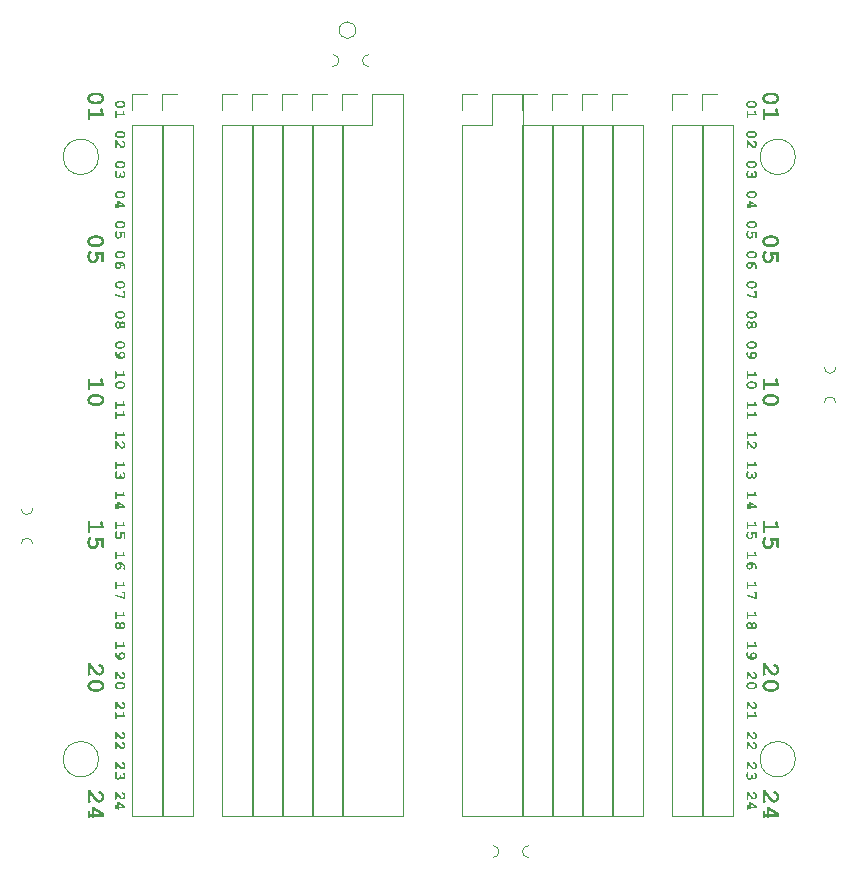
<source format=gbr>
%TF.GenerationSoftware,KiCad,Pcbnew,7.0.5-0*%
%TF.CreationDate,2024-04-21T20:25:32-04:00*%
%TF.ProjectId,swr_meter_front,7377725f-6d65-4746-9572-5f66726f6e74,rev?*%
%TF.SameCoordinates,Original*%
%TF.FileFunction,Legend,Top*%
%TF.FilePolarity,Positive*%
%FSLAX46Y46*%
G04 Gerber Fmt 4.6, Leading zero omitted, Abs format (unit mm)*
G04 Created by KiCad (PCBNEW 7.0.5-0) date 2024-04-21 20:25:32*
%MOMM*%
%LPD*%
G01*
G04 APERTURE LIST*
%ADD10C,0.200000*%
%ADD11C,0.100000*%
%ADD12C,0.120000*%
G04 APERTURE END LIST*
D10*
G36*
X110376361Y-33334393D02*
G01*
X110392737Y-33335327D01*
X110409032Y-33336883D01*
X110425245Y-33339062D01*
X110441378Y-33341863D01*
X110457430Y-33345287D01*
X110473401Y-33349333D01*
X110489291Y-33354001D01*
X110505100Y-33359293D01*
X110520828Y-33365206D01*
X110536475Y-33371743D01*
X110552042Y-33378901D01*
X110567527Y-33386682D01*
X110582931Y-33395086D01*
X110598255Y-33404112D01*
X110613497Y-33413761D01*
X110628254Y-33424022D01*
X110642059Y-33434822D01*
X110654911Y-33446162D01*
X110666812Y-33458041D01*
X110677760Y-33470460D01*
X110687757Y-33483419D01*
X110696801Y-33496917D01*
X110704894Y-33510955D01*
X110712034Y-33525533D01*
X110718223Y-33540650D01*
X110723459Y-33556307D01*
X110727743Y-33572503D01*
X110731075Y-33589239D01*
X110733455Y-33606515D01*
X110734884Y-33624330D01*
X110735360Y-33642685D01*
X110735220Y-33653252D01*
X110734801Y-33663615D01*
X110734102Y-33673773D01*
X110733124Y-33683727D01*
X110731133Y-33698275D01*
X110728513Y-33712364D01*
X110725264Y-33725993D01*
X110721387Y-33739162D01*
X110716881Y-33751872D01*
X110711746Y-33764122D01*
X110705983Y-33775912D01*
X110699590Y-33787242D01*
X110692344Y-33798340D01*
X110684017Y-33809337D01*
X110674611Y-33820235D01*
X110667741Y-33827445D01*
X110660390Y-33834610D01*
X110652560Y-33841731D01*
X110644250Y-33848808D01*
X110635459Y-33855841D01*
X110626189Y-33862829D01*
X110616440Y-33869772D01*
X110606210Y-33876672D01*
X110595500Y-33883527D01*
X110584311Y-33890338D01*
X110572641Y-33897104D01*
X110566627Y-33900471D01*
X110554429Y-33906983D01*
X110542136Y-33913075D01*
X110529745Y-33918747D01*
X110517259Y-33923999D01*
X110504676Y-33928830D01*
X110491997Y-33933242D01*
X110479221Y-33937233D01*
X110466349Y-33940804D01*
X110453381Y-33943955D01*
X110440316Y-33946686D01*
X110427155Y-33948997D01*
X110413898Y-33950887D01*
X110400544Y-33952358D01*
X110387094Y-33953408D01*
X110373547Y-33954038D01*
X110359905Y-33954248D01*
X110210907Y-33954248D01*
X110194361Y-33953935D01*
X110177905Y-33952996D01*
X110161537Y-33951430D01*
X110145258Y-33949238D01*
X110129067Y-33946419D01*
X110112965Y-33942974D01*
X110096952Y-33938903D01*
X110081027Y-33934205D01*
X110065191Y-33928881D01*
X110049443Y-33922931D01*
X110033785Y-33916354D01*
X110018215Y-33909151D01*
X110002733Y-33901322D01*
X109987340Y-33892866D01*
X109972036Y-33883784D01*
X109956821Y-33874076D01*
X109942124Y-33863785D01*
X109928375Y-33852957D01*
X109915574Y-33841591D01*
X109903722Y-33829688D01*
X109892818Y-33817247D01*
X109882861Y-33804268D01*
X109873854Y-33790751D01*
X109865794Y-33776697D01*
X109858682Y-33762105D01*
X109852519Y-33746975D01*
X109847304Y-33731308D01*
X109843037Y-33715102D01*
X109839719Y-33698360D01*
X109837348Y-33681079D01*
X109835926Y-33663261D01*
X109835452Y-33644905D01*
X109977542Y-33644905D01*
X109977976Y-33656683D01*
X109979277Y-33668058D01*
X109981445Y-33679029D01*
X109984480Y-33689598D01*
X109988383Y-33699762D01*
X109993153Y-33709524D01*
X109998790Y-33718882D01*
X110005294Y-33727838D01*
X110012666Y-33736389D01*
X110020905Y-33744538D01*
X110026879Y-33749746D01*
X110036362Y-33757214D01*
X110046125Y-33764201D01*
X110056167Y-33770705D01*
X110066488Y-33776728D01*
X110077089Y-33782268D01*
X110087969Y-33787327D01*
X110099128Y-33791904D01*
X110110567Y-33796000D01*
X110122286Y-33799613D01*
X110134284Y-33802745D01*
X110146561Y-33805395D01*
X110159118Y-33807563D01*
X110171954Y-33809250D01*
X110185070Y-33810454D01*
X110198465Y-33811177D01*
X110212140Y-33811418D01*
X110358671Y-33811418D01*
X110372132Y-33811165D01*
X110385379Y-33810408D01*
X110398412Y-33809145D01*
X110411230Y-33807378D01*
X110423836Y-33805106D01*
X110436227Y-33802329D01*
X110448404Y-33799047D01*
X110460367Y-33795260D01*
X110472116Y-33790968D01*
X110483652Y-33786171D01*
X110494973Y-33780869D01*
X110506081Y-33775062D01*
X110516975Y-33768751D01*
X110527654Y-33761934D01*
X110538120Y-33754613D01*
X110548372Y-33746786D01*
X110556396Y-33739632D01*
X110563630Y-33731953D01*
X110570075Y-33723750D01*
X110575731Y-33715022D01*
X110580598Y-33705769D01*
X110584675Y-33695991D01*
X110587964Y-33685689D01*
X110590463Y-33674862D01*
X110592173Y-33663510D01*
X110593093Y-33651634D01*
X110593269Y-33643425D01*
X110592835Y-33631515D01*
X110591534Y-33620021D01*
X110589366Y-33608943D01*
X110586331Y-33598282D01*
X110582428Y-33588036D01*
X110577658Y-33578208D01*
X110572021Y-33568795D01*
X110565517Y-33559799D01*
X110558145Y-33551219D01*
X110549906Y-33543055D01*
X110543932Y-33537844D01*
X110534449Y-33530376D01*
X110524686Y-33523389D01*
X110514645Y-33516885D01*
X110504323Y-33510862D01*
X110493723Y-33505322D01*
X110482842Y-33500263D01*
X110471683Y-33495686D01*
X110460244Y-33491590D01*
X110448525Y-33487977D01*
X110436527Y-33484845D01*
X110424250Y-33482195D01*
X110411693Y-33480027D01*
X110398857Y-33478340D01*
X110385741Y-33477136D01*
X110372346Y-33476413D01*
X110358671Y-33476172D01*
X110212140Y-33476172D01*
X110198622Y-33476427D01*
X110185325Y-33477190D01*
X110172249Y-33478462D01*
X110159396Y-33480243D01*
X110146764Y-33482532D01*
X110134353Y-33485331D01*
X110122164Y-33488638D01*
X110110197Y-33492454D01*
X110098452Y-33496778D01*
X110086928Y-33501612D01*
X110075626Y-33506954D01*
X110064545Y-33512805D01*
X110053686Y-33519165D01*
X110043049Y-33526034D01*
X110032633Y-33533411D01*
X110022439Y-33541297D01*
X110014416Y-33548370D01*
X110007181Y-33555989D01*
X110000736Y-33564154D01*
X109995080Y-33572865D01*
X109990213Y-33582123D01*
X109986136Y-33591927D01*
X109982848Y-33602278D01*
X109980348Y-33613175D01*
X109978638Y-33624619D01*
X109977718Y-33636608D01*
X109977542Y-33644905D01*
X109835452Y-33644905D01*
X109835592Y-33634248D01*
X109836014Y-33623798D01*
X109836718Y-33613557D01*
X109837703Y-33603524D01*
X109838969Y-33593699D01*
X109841396Y-33579351D01*
X109844456Y-33565472D01*
X109848149Y-33552062D01*
X109852475Y-33539119D01*
X109857434Y-33526646D01*
X109863026Y-33514640D01*
X109869252Y-33503102D01*
X109871468Y-33499361D01*
X109878802Y-33488314D01*
X109887208Y-33477376D01*
X109896685Y-33466546D01*
X109903598Y-33459386D01*
X109910987Y-33452275D01*
X109918852Y-33445212D01*
X109927193Y-33438197D01*
X109936010Y-33431230D01*
X109945303Y-33424311D01*
X109955073Y-33417440D01*
X109965318Y-33410618D01*
X109976039Y-33403844D01*
X109987236Y-33397118D01*
X109998909Y-33390440D01*
X110004924Y-33387119D01*
X110017119Y-33380696D01*
X110029404Y-33374688D01*
X110041780Y-33369095D01*
X110054246Y-33363915D01*
X110066803Y-33359150D01*
X110079450Y-33354799D01*
X110092188Y-33350863D01*
X110105017Y-33347341D01*
X110117936Y-33344233D01*
X110130946Y-33341540D01*
X110144046Y-33339261D01*
X110157237Y-33337396D01*
X110170519Y-33335946D01*
X110183891Y-33334910D01*
X110197353Y-33334289D01*
X110210907Y-33334082D01*
X110359905Y-33334082D01*
X110376361Y-33334393D01*
G37*
G36*
X110735360Y-34564794D02*
G01*
X109993330Y-34564794D01*
X109993330Y-34708365D01*
X109993022Y-34720788D01*
X109992097Y-34732278D01*
X109990555Y-34742836D01*
X109987761Y-34754721D01*
X109984002Y-34765148D01*
X109979281Y-34774118D01*
X109973595Y-34781631D01*
X109965854Y-34789092D01*
X109957245Y-34795010D01*
X109947769Y-34799384D01*
X109937425Y-34802214D01*
X109926214Y-34803500D01*
X109922285Y-34803586D01*
X109910776Y-34802814D01*
X109900118Y-34800498D01*
X109890309Y-34796639D01*
X109881351Y-34791236D01*
X109873242Y-34784289D01*
X109870728Y-34781631D01*
X109864105Y-34772441D01*
X109859632Y-34763179D01*
X109856112Y-34752460D01*
X109853542Y-34740284D01*
X109852172Y-34729493D01*
X109851411Y-34717770D01*
X109851240Y-34708365D01*
X109851240Y-34278886D01*
X109851544Y-34266517D01*
X109852458Y-34255066D01*
X109853980Y-34244531D01*
X109856740Y-34232654D01*
X109860451Y-34222209D01*
X109865113Y-34213198D01*
X109870728Y-34205621D01*
X109878553Y-34198243D01*
X109887229Y-34192392D01*
X109896754Y-34188068D01*
X109907129Y-34185269D01*
X109918354Y-34183997D01*
X109922285Y-34183912D01*
X109933785Y-34184676D01*
X109944417Y-34186965D01*
X109954182Y-34190781D01*
X109963080Y-34196123D01*
X109971111Y-34202992D01*
X109973595Y-34205621D01*
X109980302Y-34214886D01*
X109984831Y-34224184D01*
X109988397Y-34234915D01*
X109990998Y-34247079D01*
X109992386Y-34257843D01*
X109993157Y-34269524D01*
X109993330Y-34278886D01*
X109993330Y-34422704D01*
X110541958Y-34422704D01*
X110507176Y-34295661D01*
X110504241Y-34284728D01*
X110501914Y-34274870D01*
X110499967Y-34264728D01*
X110498752Y-34254930D01*
X110498542Y-34249777D01*
X110499331Y-34239862D01*
X110502247Y-34228951D01*
X110507311Y-34218749D01*
X110513361Y-34210568D01*
X110520990Y-34202907D01*
X110529764Y-34196200D01*
X110539249Y-34190881D01*
X110549445Y-34186950D01*
X110560352Y-34184406D01*
X110571970Y-34183249D01*
X110576001Y-34183172D01*
X110586659Y-34183684D01*
X110596433Y-34185219D01*
X110606718Y-34188303D01*
X110615799Y-34192781D01*
X110622624Y-34197727D01*
X110629882Y-34205629D01*
X110635803Y-34214845D01*
X110640524Y-34224247D01*
X110645053Y-34235216D01*
X110648538Y-34245118D01*
X110651899Y-34256022D01*
X110652720Y-34258905D01*
X110735360Y-34564794D01*
G37*
G36*
X110376361Y-35880185D02*
G01*
X110392737Y-35881119D01*
X110409032Y-35882675D01*
X110425245Y-35884854D01*
X110441378Y-35887655D01*
X110457430Y-35891079D01*
X110473401Y-35895125D01*
X110489291Y-35899794D01*
X110505100Y-35905085D01*
X110520828Y-35910998D01*
X110536475Y-35917535D01*
X110552042Y-35924693D01*
X110567527Y-35932474D01*
X110582931Y-35940878D01*
X110598255Y-35949904D01*
X110613497Y-35959553D01*
X110628254Y-35969814D01*
X110642059Y-35980614D01*
X110654911Y-35991954D01*
X110666812Y-36003833D01*
X110677760Y-36016252D01*
X110687757Y-36029211D01*
X110696801Y-36042709D01*
X110704894Y-36056747D01*
X110712034Y-36071325D01*
X110718223Y-36086442D01*
X110723459Y-36102099D01*
X110727743Y-36118295D01*
X110731075Y-36135031D01*
X110733455Y-36152307D01*
X110734884Y-36170122D01*
X110735360Y-36188477D01*
X110735220Y-36199044D01*
X110734801Y-36209407D01*
X110734102Y-36219565D01*
X110733124Y-36229519D01*
X110731133Y-36244067D01*
X110728513Y-36258156D01*
X110725264Y-36271785D01*
X110721387Y-36284954D01*
X110716881Y-36297664D01*
X110711746Y-36309914D01*
X110705983Y-36321704D01*
X110699590Y-36333035D01*
X110692344Y-36344132D01*
X110684017Y-36355129D01*
X110674611Y-36366027D01*
X110667741Y-36373237D01*
X110660390Y-36380402D01*
X110652560Y-36387523D01*
X110644250Y-36394600D01*
X110635459Y-36401633D01*
X110626189Y-36408621D01*
X110616440Y-36415564D01*
X110606210Y-36422464D01*
X110595500Y-36429319D01*
X110584311Y-36436130D01*
X110572641Y-36442896D01*
X110566627Y-36446263D01*
X110554429Y-36452775D01*
X110542136Y-36458867D01*
X110529745Y-36464539D01*
X110517259Y-36469791D01*
X110504676Y-36474622D01*
X110491997Y-36479034D01*
X110479221Y-36483025D01*
X110466349Y-36486596D01*
X110453381Y-36489747D01*
X110440316Y-36492478D01*
X110427155Y-36494789D01*
X110413898Y-36496679D01*
X110400544Y-36498150D01*
X110387094Y-36499200D01*
X110373547Y-36499830D01*
X110359905Y-36500040D01*
X110210907Y-36500040D01*
X110194361Y-36499727D01*
X110177905Y-36498788D01*
X110161537Y-36497222D01*
X110145258Y-36495030D01*
X110129067Y-36492211D01*
X110112965Y-36488766D01*
X110096952Y-36484695D01*
X110081027Y-36479997D01*
X110065191Y-36474673D01*
X110049443Y-36468723D01*
X110033785Y-36462146D01*
X110018215Y-36454943D01*
X110002733Y-36447114D01*
X109987340Y-36438658D01*
X109972036Y-36429576D01*
X109956821Y-36419868D01*
X109942124Y-36409577D01*
X109928375Y-36398749D01*
X109915574Y-36387383D01*
X109903722Y-36375480D01*
X109892818Y-36363039D01*
X109882861Y-36350060D01*
X109873854Y-36336543D01*
X109865794Y-36322489D01*
X109858682Y-36307897D01*
X109852519Y-36292767D01*
X109847304Y-36277100D01*
X109843037Y-36260895D01*
X109839719Y-36244152D01*
X109837348Y-36226871D01*
X109835926Y-36209053D01*
X109835452Y-36190697D01*
X109977542Y-36190697D01*
X109977976Y-36202475D01*
X109979277Y-36213850D01*
X109981445Y-36224821D01*
X109984480Y-36235390D01*
X109988383Y-36245554D01*
X109993153Y-36255316D01*
X109998790Y-36264675D01*
X110005294Y-36273630D01*
X110012666Y-36282181D01*
X110020905Y-36290330D01*
X110026879Y-36295538D01*
X110036362Y-36303006D01*
X110046125Y-36309993D01*
X110056167Y-36316497D01*
X110066488Y-36322520D01*
X110077089Y-36328060D01*
X110087969Y-36333119D01*
X110099128Y-36337696D01*
X110110567Y-36341792D01*
X110122286Y-36345405D01*
X110134284Y-36348537D01*
X110146561Y-36351187D01*
X110159118Y-36353355D01*
X110171954Y-36355042D01*
X110185070Y-36356246D01*
X110198465Y-36356969D01*
X110212140Y-36357210D01*
X110358671Y-36357210D01*
X110372132Y-36356957D01*
X110385379Y-36356200D01*
X110398412Y-36354937D01*
X110411230Y-36353170D01*
X110423836Y-36350898D01*
X110436227Y-36348121D01*
X110448404Y-36344839D01*
X110460367Y-36341052D01*
X110472116Y-36336760D01*
X110483652Y-36331963D01*
X110494973Y-36326661D01*
X110506081Y-36320854D01*
X110516975Y-36314543D01*
X110527654Y-36307726D01*
X110538120Y-36300405D01*
X110548372Y-36292578D01*
X110556396Y-36285424D01*
X110563630Y-36277745D01*
X110570075Y-36269542D01*
X110575731Y-36260814D01*
X110580598Y-36251561D01*
X110584675Y-36241783D01*
X110587964Y-36231481D01*
X110590463Y-36220654D01*
X110592173Y-36209302D01*
X110593093Y-36197426D01*
X110593269Y-36189217D01*
X110592835Y-36177307D01*
X110591534Y-36165813D01*
X110589366Y-36154735D01*
X110586331Y-36144074D01*
X110582428Y-36133828D01*
X110577658Y-36124000D01*
X110572021Y-36114587D01*
X110565517Y-36105591D01*
X110558145Y-36097011D01*
X110549906Y-36088847D01*
X110543932Y-36083636D01*
X110534449Y-36076168D01*
X110524686Y-36069182D01*
X110514645Y-36062677D01*
X110504323Y-36056655D01*
X110493723Y-36051114D01*
X110482842Y-36046055D01*
X110471683Y-36041478D01*
X110460244Y-36037382D01*
X110448525Y-36033769D01*
X110436527Y-36030637D01*
X110424250Y-36027987D01*
X110411693Y-36025819D01*
X110398857Y-36024133D01*
X110385741Y-36022928D01*
X110372346Y-36022205D01*
X110358671Y-36021964D01*
X110212140Y-36021964D01*
X110198622Y-36022219D01*
X110185325Y-36022982D01*
X110172249Y-36024254D01*
X110159396Y-36026035D01*
X110146764Y-36028324D01*
X110134353Y-36031123D01*
X110122164Y-36034430D01*
X110110197Y-36038246D01*
X110098452Y-36042570D01*
X110086928Y-36047404D01*
X110075626Y-36052746D01*
X110064545Y-36058597D01*
X110053686Y-36064957D01*
X110043049Y-36071826D01*
X110032633Y-36079203D01*
X110022439Y-36087089D01*
X110014416Y-36094162D01*
X110007181Y-36101781D01*
X110000736Y-36109946D01*
X109995080Y-36118657D01*
X109990213Y-36127915D01*
X109986136Y-36137720D01*
X109982848Y-36148070D01*
X109980348Y-36158967D01*
X109978638Y-36170411D01*
X109977718Y-36182400D01*
X109977542Y-36190697D01*
X109835452Y-36190697D01*
X109835592Y-36180040D01*
X109836014Y-36169590D01*
X109836718Y-36159349D01*
X109837703Y-36149316D01*
X109838969Y-36139491D01*
X109841396Y-36125143D01*
X109844456Y-36111264D01*
X109848149Y-36097854D01*
X109852475Y-36084912D01*
X109857434Y-36072438D01*
X109863026Y-36060432D01*
X109869252Y-36048895D01*
X109871468Y-36045153D01*
X109878802Y-36034106D01*
X109887208Y-36023168D01*
X109896685Y-36012338D01*
X109903598Y-36005178D01*
X109910987Y-35998067D01*
X109918852Y-35991004D01*
X109927193Y-35983989D01*
X109936010Y-35977022D01*
X109945303Y-35970103D01*
X109955073Y-35963232D01*
X109965318Y-35956410D01*
X109976039Y-35949636D01*
X109987236Y-35942910D01*
X109998909Y-35936232D01*
X110004924Y-35932911D01*
X110017119Y-35926489D01*
X110029404Y-35920480D01*
X110041780Y-35914887D01*
X110054246Y-35909707D01*
X110066803Y-35904942D01*
X110079450Y-35900591D01*
X110092188Y-35896655D01*
X110105017Y-35893133D01*
X110117936Y-35890025D01*
X110130946Y-35887332D01*
X110144046Y-35885053D01*
X110157237Y-35883189D01*
X110170519Y-35881738D01*
X110183891Y-35880702D01*
X110197353Y-35880081D01*
X110210907Y-35879874D01*
X110359905Y-35879874D01*
X110376361Y-35880185D01*
G37*
G36*
X109993330Y-36905344D02*
G01*
X109993330Y-37216908D01*
X109998696Y-37226425D01*
X110002951Y-37235733D01*
X110006512Y-37246330D01*
X110008563Y-37256643D01*
X110009118Y-37265258D01*
X110008364Y-37276992D01*
X110006100Y-37287772D01*
X110002327Y-37297598D01*
X109997046Y-37306470D01*
X109990255Y-37314388D01*
X109987656Y-37316815D01*
X109978542Y-37323354D01*
X109969316Y-37327770D01*
X109958609Y-37331246D01*
X109946421Y-37333783D01*
X109935603Y-37335136D01*
X109923837Y-37335888D01*
X109914391Y-37336057D01*
X109851240Y-37336057D01*
X109851240Y-36688015D01*
X110009118Y-36688015D01*
X110027352Y-36711738D01*
X110045176Y-36734868D01*
X110062588Y-36757402D01*
X110079589Y-36779342D01*
X110096179Y-36800688D01*
X110112359Y-36821439D01*
X110128127Y-36841595D01*
X110143484Y-36861157D01*
X110158431Y-36880124D01*
X110172966Y-36898497D01*
X110187091Y-36916275D01*
X110200804Y-36933459D01*
X110214107Y-36950048D01*
X110226998Y-36966042D01*
X110239479Y-36981442D01*
X110251548Y-36996248D01*
X110263207Y-37010459D01*
X110274454Y-37024075D01*
X110285291Y-37037097D01*
X110295716Y-37049524D01*
X110305731Y-37061357D01*
X110315334Y-37072595D01*
X110324527Y-37083239D01*
X110333309Y-37093288D01*
X110341679Y-37102742D01*
X110349639Y-37111602D01*
X110357188Y-37119868D01*
X110364326Y-37127538D01*
X110377368Y-37141096D01*
X110388767Y-37152276D01*
X110396822Y-37159462D01*
X110404799Y-37165941D01*
X110415314Y-37173481D01*
X110425690Y-37179763D01*
X110435928Y-37184790D01*
X110446027Y-37188559D01*
X110455987Y-37191072D01*
X110465808Y-37192329D01*
X110470666Y-37192486D01*
X110482577Y-37191777D01*
X110494132Y-37189649D01*
X110505333Y-37186103D01*
X110516180Y-37181139D01*
X110526671Y-37174756D01*
X110536809Y-37166954D01*
X110544179Y-37160172D01*
X110551350Y-37152592D01*
X110556019Y-37147096D01*
X110562676Y-37138319D01*
X110568678Y-37129008D01*
X110574026Y-37119164D01*
X110578718Y-37108786D01*
X110582756Y-37097876D01*
X110586139Y-37086432D01*
X110588867Y-37074454D01*
X110590941Y-37061943D01*
X110592359Y-37048899D01*
X110593123Y-37035321D01*
X110593269Y-37025973D01*
X110592868Y-37011907D01*
X110591664Y-36998291D01*
X110589659Y-36985126D01*
X110586851Y-36972412D01*
X110583241Y-36960149D01*
X110578829Y-36948337D01*
X110573615Y-36936976D01*
X110567598Y-36926066D01*
X110560779Y-36915607D01*
X110553158Y-36905599D01*
X110547632Y-36899177D01*
X110539428Y-36891182D01*
X110530080Y-36883692D01*
X110521777Y-36878064D01*
X110512742Y-36872761D01*
X110502975Y-36867781D01*
X110492476Y-36863125D01*
X110481244Y-36858792D01*
X110475353Y-36856747D01*
X110464674Y-36852879D01*
X110455210Y-36848491D01*
X110445702Y-36842714D01*
X110437847Y-36836228D01*
X110432430Y-36830105D01*
X110426818Y-36821101D01*
X110422809Y-36811111D01*
X110420404Y-36800133D01*
X110419615Y-36789718D01*
X110419602Y-36788169D01*
X110420340Y-36777531D01*
X110422551Y-36767447D01*
X110426237Y-36757919D01*
X110431397Y-36748946D01*
X110438031Y-36740528D01*
X110440571Y-36737845D01*
X110448778Y-36730635D01*
X110457488Y-36724917D01*
X110466701Y-36720691D01*
X110476417Y-36717956D01*
X110486636Y-36716713D01*
X110490154Y-36716630D01*
X110501032Y-36717231D01*
X110512572Y-36719035D01*
X110524775Y-36722042D01*
X110534363Y-36725086D01*
X110544323Y-36728806D01*
X110554656Y-36733203D01*
X110565363Y-36738277D01*
X110576442Y-36744027D01*
X110587894Y-36750453D01*
X110595736Y-36755113D01*
X110607399Y-36762639D01*
X110618617Y-36770784D01*
X110629387Y-36779550D01*
X110639711Y-36788936D01*
X110649588Y-36798942D01*
X110659019Y-36809568D01*
X110668003Y-36820814D01*
X110676541Y-36832680D01*
X110681984Y-36840935D01*
X110687229Y-36849466D01*
X110692275Y-36858273D01*
X110697123Y-36867355D01*
X110701753Y-36876656D01*
X110706085Y-36886057D01*
X110710118Y-36895558D01*
X110713852Y-36905159D01*
X110717287Y-36914861D01*
X110720424Y-36924663D01*
X110723261Y-36934565D01*
X110725800Y-36944567D01*
X110728041Y-36954670D01*
X110729983Y-36964873D01*
X110731626Y-36975176D01*
X110732970Y-36985579D01*
X110734015Y-36996082D01*
X110734762Y-37006686D01*
X110735210Y-37017390D01*
X110735360Y-37028194D01*
X110735045Y-37044810D01*
X110734103Y-37061049D01*
X110732532Y-37076910D01*
X110730333Y-37092393D01*
X110727506Y-37107499D01*
X110724051Y-37122227D01*
X110719967Y-37136577D01*
X110715255Y-37150550D01*
X110709914Y-37164144D01*
X110703946Y-37177361D01*
X110697349Y-37190200D01*
X110690124Y-37202662D01*
X110682270Y-37214746D01*
X110673788Y-37226452D01*
X110664678Y-37237780D01*
X110654940Y-37248730D01*
X110644786Y-37259156D01*
X110634365Y-37268908D01*
X110623679Y-37277988D01*
X110612726Y-37286396D01*
X110601508Y-37294131D01*
X110590023Y-37301193D01*
X110578273Y-37307583D01*
X110566257Y-37313300D01*
X110553975Y-37318345D01*
X110541426Y-37322717D01*
X110528612Y-37326416D01*
X110515532Y-37329443D01*
X110502186Y-37331797D01*
X110488574Y-37333478D01*
X110474696Y-37334487D01*
X110460552Y-37334823D01*
X110449712Y-37334607D01*
X110439024Y-37333956D01*
X110428488Y-37332872D01*
X110418103Y-37331354D01*
X110407870Y-37329403D01*
X110397789Y-37327018D01*
X110387860Y-37324200D01*
X110378082Y-37320947D01*
X110368456Y-37317262D01*
X110358982Y-37313142D01*
X110352751Y-37310155D01*
X110343178Y-37304925D01*
X110333055Y-37298485D01*
X110322382Y-37290835D01*
X110311157Y-37281975D01*
X110303368Y-37275396D01*
X110295335Y-37268280D01*
X110287056Y-37260626D01*
X110278533Y-37252434D01*
X110269765Y-37243705D01*
X110260752Y-37234438D01*
X110251495Y-37224633D01*
X110241993Y-37214291D01*
X110232246Y-37203411D01*
X110222254Y-37191993D01*
X110213873Y-37182229D01*
X110204701Y-37171379D01*
X110194739Y-37159442D01*
X110183987Y-37146418D01*
X110172445Y-37132306D01*
X110160113Y-37117108D01*
X110153650Y-37109102D01*
X110146990Y-37100823D01*
X110140133Y-37092273D01*
X110133077Y-37083451D01*
X110125825Y-37074358D01*
X110118375Y-37064992D01*
X110110727Y-37055355D01*
X110102882Y-37045446D01*
X110094839Y-37035266D01*
X110086598Y-37024813D01*
X110078161Y-37014089D01*
X110069525Y-37003093D01*
X110060692Y-36991826D01*
X110051662Y-36980287D01*
X110042434Y-36968476D01*
X110033008Y-36956393D01*
X110023385Y-36944038D01*
X110013564Y-36931412D01*
X110003546Y-36918514D01*
X109993330Y-36905344D01*
G37*
G36*
X110376361Y-38425977D02*
G01*
X110392737Y-38426911D01*
X110409032Y-38428467D01*
X110425245Y-38430646D01*
X110441378Y-38433447D01*
X110457430Y-38436871D01*
X110473401Y-38440917D01*
X110489291Y-38445586D01*
X110505100Y-38450877D01*
X110520828Y-38456790D01*
X110536475Y-38463327D01*
X110552042Y-38470485D01*
X110567527Y-38478267D01*
X110582931Y-38486670D01*
X110598255Y-38495696D01*
X110613497Y-38505345D01*
X110628254Y-38515606D01*
X110642059Y-38526406D01*
X110654911Y-38537746D01*
X110666812Y-38549625D01*
X110677760Y-38562044D01*
X110687757Y-38575003D01*
X110696801Y-38588501D01*
X110704894Y-38602539D01*
X110712034Y-38617117D01*
X110718223Y-38632234D01*
X110723459Y-38647891D01*
X110727743Y-38664087D01*
X110731075Y-38680823D01*
X110733455Y-38698099D01*
X110734884Y-38715914D01*
X110735360Y-38734269D01*
X110735220Y-38744836D01*
X110734801Y-38755199D01*
X110734102Y-38765357D01*
X110733124Y-38775311D01*
X110731133Y-38789859D01*
X110728513Y-38803948D01*
X110725264Y-38817577D01*
X110721387Y-38830746D01*
X110716881Y-38843456D01*
X110711746Y-38855706D01*
X110705983Y-38867496D01*
X110699590Y-38878827D01*
X110692344Y-38889924D01*
X110684017Y-38900921D01*
X110674611Y-38911819D01*
X110667741Y-38919029D01*
X110660390Y-38926194D01*
X110652560Y-38933315D01*
X110644250Y-38940392D01*
X110635459Y-38947425D01*
X110626189Y-38954413D01*
X110616440Y-38961357D01*
X110606210Y-38968256D01*
X110595500Y-38975111D01*
X110584311Y-38981922D01*
X110572641Y-38988688D01*
X110566627Y-38992055D01*
X110554429Y-38998567D01*
X110542136Y-39004659D01*
X110529745Y-39010331D01*
X110517259Y-39015583D01*
X110504676Y-39020414D01*
X110491997Y-39024826D01*
X110479221Y-39028817D01*
X110466349Y-39032388D01*
X110453381Y-39035539D01*
X110440316Y-39038270D01*
X110427155Y-39040581D01*
X110413898Y-39042471D01*
X110400544Y-39043942D01*
X110387094Y-39044992D01*
X110373547Y-39045622D01*
X110359905Y-39045833D01*
X110210907Y-39045833D01*
X110194361Y-39045519D01*
X110177905Y-39044580D01*
X110161537Y-39043014D01*
X110145258Y-39040822D01*
X110129067Y-39038003D01*
X110112965Y-39034558D01*
X110096952Y-39030487D01*
X110081027Y-39025789D01*
X110065191Y-39020465D01*
X110049443Y-39014515D01*
X110033785Y-39007938D01*
X110018215Y-39000735D01*
X110002733Y-38992906D01*
X109987340Y-38984450D01*
X109972036Y-38975368D01*
X109956821Y-38965660D01*
X109942124Y-38955369D01*
X109928375Y-38944541D01*
X109915574Y-38933175D01*
X109903722Y-38921272D01*
X109892818Y-38908831D01*
X109882861Y-38895852D01*
X109873854Y-38882335D01*
X109865794Y-38868281D01*
X109858682Y-38853689D01*
X109852519Y-38838559D01*
X109847304Y-38822892D01*
X109843037Y-38806687D01*
X109839719Y-38789944D01*
X109837348Y-38772663D01*
X109835926Y-38754845D01*
X109835452Y-38736489D01*
X109977542Y-38736489D01*
X109977976Y-38748267D01*
X109979277Y-38759642D01*
X109981445Y-38770613D01*
X109984480Y-38781182D01*
X109988383Y-38791347D01*
X109993153Y-38801108D01*
X109998790Y-38810467D01*
X110005294Y-38819422D01*
X110012666Y-38827974D01*
X110020905Y-38836122D01*
X110026879Y-38841330D01*
X110036362Y-38848798D01*
X110046125Y-38855785D01*
X110056167Y-38862289D01*
X110066488Y-38868312D01*
X110077089Y-38873852D01*
X110087969Y-38878911D01*
X110099128Y-38883489D01*
X110110567Y-38887584D01*
X110122286Y-38891197D01*
X110134284Y-38894329D01*
X110146561Y-38896979D01*
X110159118Y-38899147D01*
X110171954Y-38900834D01*
X110185070Y-38902038D01*
X110198465Y-38902761D01*
X110212140Y-38903002D01*
X110358671Y-38903002D01*
X110372132Y-38902749D01*
X110385379Y-38901992D01*
X110398412Y-38900730D01*
X110411230Y-38898962D01*
X110423836Y-38896690D01*
X110436227Y-38893913D01*
X110448404Y-38890631D01*
X110460367Y-38886844D01*
X110472116Y-38882552D01*
X110483652Y-38877755D01*
X110494973Y-38872453D01*
X110506081Y-38866646D01*
X110516975Y-38860335D01*
X110527654Y-38853518D01*
X110538120Y-38846197D01*
X110548372Y-38838370D01*
X110556396Y-38831216D01*
X110563630Y-38823537D01*
X110570075Y-38815334D01*
X110575731Y-38806606D01*
X110580598Y-38797353D01*
X110584675Y-38787575D01*
X110587964Y-38777273D01*
X110590463Y-38766446D01*
X110592173Y-38755094D01*
X110593093Y-38743218D01*
X110593269Y-38735009D01*
X110592835Y-38723099D01*
X110591534Y-38711605D01*
X110589366Y-38700527D01*
X110586331Y-38689866D01*
X110582428Y-38679621D01*
X110577658Y-38669792D01*
X110572021Y-38660379D01*
X110565517Y-38651383D01*
X110558145Y-38642803D01*
X110549906Y-38634639D01*
X110543932Y-38629428D01*
X110534449Y-38621960D01*
X110524686Y-38614974D01*
X110514645Y-38608469D01*
X110504323Y-38602447D01*
X110493723Y-38596906D01*
X110482842Y-38591847D01*
X110471683Y-38587270D01*
X110460244Y-38583174D01*
X110448525Y-38579561D01*
X110436527Y-38576429D01*
X110424250Y-38573779D01*
X110411693Y-38571611D01*
X110398857Y-38569925D01*
X110385741Y-38568720D01*
X110372346Y-38567997D01*
X110358671Y-38567756D01*
X110212140Y-38567756D01*
X110198622Y-38568011D01*
X110185325Y-38568774D01*
X110172249Y-38570046D01*
X110159396Y-38571827D01*
X110146764Y-38574116D01*
X110134353Y-38576915D01*
X110122164Y-38580222D01*
X110110197Y-38584038D01*
X110098452Y-38588362D01*
X110086928Y-38593196D01*
X110075626Y-38598538D01*
X110064545Y-38604389D01*
X110053686Y-38610749D01*
X110043049Y-38617618D01*
X110032633Y-38624995D01*
X110022439Y-38632881D01*
X110014416Y-38639954D01*
X110007181Y-38647573D01*
X110000736Y-38655738D01*
X109995080Y-38664449D01*
X109990213Y-38673707D01*
X109986136Y-38683512D01*
X109982848Y-38693862D01*
X109980348Y-38704759D01*
X109978638Y-38716203D01*
X109977718Y-38728192D01*
X109977542Y-38736489D01*
X109835452Y-38736489D01*
X109835592Y-38725832D01*
X109836014Y-38715382D01*
X109836718Y-38705141D01*
X109837703Y-38695108D01*
X109838969Y-38685283D01*
X109841396Y-38670935D01*
X109844456Y-38657057D01*
X109848149Y-38643646D01*
X109852475Y-38630704D01*
X109857434Y-38618230D01*
X109863026Y-38606224D01*
X109869252Y-38594687D01*
X109871468Y-38590945D01*
X109878802Y-38579898D01*
X109887208Y-38568960D01*
X109896685Y-38558130D01*
X109903598Y-38550971D01*
X109910987Y-38543859D01*
X109918852Y-38536796D01*
X109927193Y-38529781D01*
X109936010Y-38522814D01*
X109945303Y-38515895D01*
X109955073Y-38509024D01*
X109965318Y-38502202D01*
X109976039Y-38495428D01*
X109987236Y-38488702D01*
X109998909Y-38482024D01*
X110004924Y-38478703D01*
X110017119Y-38472281D01*
X110029404Y-38466272D01*
X110041780Y-38460679D01*
X110054246Y-38455499D01*
X110066803Y-38450734D01*
X110079450Y-38446383D01*
X110092188Y-38442447D01*
X110105017Y-38438925D01*
X110117936Y-38435817D01*
X110130946Y-38433124D01*
X110144046Y-38430845D01*
X110157237Y-38428981D01*
X110170519Y-38427530D01*
X110183891Y-38426494D01*
X110197353Y-38425873D01*
X110210907Y-38425666D01*
X110359905Y-38425666D01*
X110376361Y-38425977D01*
G37*
G36*
X110311554Y-39786875D02*
G01*
X110303715Y-39798434D01*
X110295646Y-39809429D01*
X110287347Y-39819861D01*
X110278818Y-39829729D01*
X110270060Y-39839033D01*
X110261071Y-39847774D01*
X110251853Y-39855950D01*
X110242405Y-39863563D01*
X110232727Y-39870613D01*
X110222820Y-39877098D01*
X110216087Y-39881109D01*
X110205796Y-39886708D01*
X110195276Y-39891756D01*
X110184526Y-39896253D01*
X110173545Y-39900200D01*
X110162335Y-39903596D01*
X110150896Y-39906441D01*
X110139226Y-39908736D01*
X110127327Y-39910480D01*
X110115197Y-39911673D01*
X110102838Y-39912316D01*
X110094471Y-39912438D01*
X110080968Y-39912074D01*
X110067656Y-39910981D01*
X110054534Y-39909160D01*
X110041603Y-39906610D01*
X110028863Y-39903332D01*
X110016314Y-39899325D01*
X110003956Y-39894590D01*
X109991788Y-39889126D01*
X109979812Y-39882934D01*
X109968026Y-39876013D01*
X109960274Y-39870995D01*
X109948976Y-39862943D01*
X109938206Y-39854237D01*
X109927965Y-39844875D01*
X109918253Y-39834859D01*
X109909070Y-39824188D01*
X109900417Y-39812863D01*
X109892292Y-39800882D01*
X109884696Y-39788247D01*
X109879926Y-39779460D01*
X109875392Y-39770382D01*
X109871092Y-39761013D01*
X109867027Y-39751352D01*
X109863204Y-39741387D01*
X109859627Y-39731039D01*
X109856297Y-39720311D01*
X109853213Y-39709200D01*
X109850376Y-39697708D01*
X109847786Y-39685834D01*
X109845442Y-39673579D01*
X109843346Y-39660942D01*
X109841495Y-39647924D01*
X109839892Y-39634524D01*
X109838535Y-39620742D01*
X109837425Y-39606579D01*
X109836562Y-39592034D01*
X109835945Y-39577108D01*
X109835575Y-39561800D01*
X109835452Y-39546110D01*
X109835501Y-39535875D01*
X109835648Y-39525800D01*
X109835894Y-39515884D01*
X109836680Y-39496531D01*
X109837860Y-39477816D01*
X109839432Y-39459738D01*
X109841398Y-39442299D01*
X109843757Y-39425497D01*
X109846509Y-39409334D01*
X109849654Y-39393808D01*
X109853193Y-39378920D01*
X109857124Y-39364670D01*
X109861449Y-39351058D01*
X109866167Y-39338084D01*
X109871278Y-39325748D01*
X109876782Y-39314050D01*
X109882679Y-39302989D01*
X109885775Y-39297698D01*
X109891192Y-39289410D01*
X109898718Y-39279628D01*
X109906591Y-39271294D01*
X109914810Y-39264410D01*
X109923377Y-39258975D01*
X109934573Y-39254220D01*
X109946311Y-39251729D01*
X109953614Y-39251321D01*
X109964486Y-39252041D01*
X109974717Y-39254201D01*
X109984306Y-39257800D01*
X109993253Y-39262838D01*
X110001559Y-39269317D01*
X110004184Y-39271796D01*
X110011226Y-39279778D01*
X110016812Y-39288367D01*
X110020940Y-39297562D01*
X110023611Y-39307365D01*
X110024825Y-39317775D01*
X110024906Y-39321380D01*
X110024104Y-39331479D01*
X110021699Y-39341793D01*
X110017690Y-39352324D01*
X110012867Y-39361715D01*
X110012078Y-39363070D01*
X110006379Y-39372473D01*
X110001305Y-39381721D01*
X109996858Y-39390811D01*
X109992348Y-39401513D01*
X109988741Y-39411989D01*
X109986423Y-39420547D01*
X109984342Y-39431456D01*
X109982538Y-39443335D01*
X109981011Y-39456186D01*
X109980049Y-39466461D01*
X109979242Y-39477283D01*
X109978592Y-39488651D01*
X109978097Y-39500566D01*
X109977759Y-39513027D01*
X109977577Y-39526034D01*
X109977542Y-39535009D01*
X109977660Y-39550252D01*
X109978013Y-39564959D01*
X109978600Y-39579129D01*
X109979423Y-39592765D01*
X109980481Y-39605864D01*
X109981775Y-39618428D01*
X109983303Y-39630455D01*
X109985066Y-39641947D01*
X109987065Y-39652904D01*
X109989298Y-39663324D01*
X109991767Y-39673209D01*
X109995911Y-39687032D01*
X110000584Y-39699649D01*
X110005786Y-39711060D01*
X110007638Y-39714596D01*
X110013500Y-39724515D01*
X110019800Y-39733459D01*
X110026538Y-39741427D01*
X110033713Y-39748419D01*
X110043962Y-39756224D01*
X110054990Y-39762295D01*
X110066796Y-39766631D01*
X110079381Y-39769233D01*
X110089331Y-39770046D01*
X110092744Y-39770100D01*
X110102874Y-39769596D01*
X110112911Y-39768081D01*
X110122855Y-39765556D01*
X110132707Y-39762022D01*
X110142467Y-39757477D01*
X110152134Y-39751923D01*
X110161708Y-39745359D01*
X110171190Y-39737785D01*
X110180414Y-39729421D01*
X110189090Y-39720363D01*
X110197219Y-39710611D01*
X110204801Y-39700165D01*
X110211836Y-39689026D01*
X110216752Y-39680216D01*
X110221361Y-39671016D01*
X110225662Y-39661425D01*
X110229655Y-39651445D01*
X110233174Y-39640678D01*
X110235730Y-39630546D01*
X110238054Y-39619066D01*
X110240147Y-39606236D01*
X110241565Y-39595729D01*
X110242853Y-39584462D01*
X110244011Y-39572437D01*
X110245038Y-39559653D01*
X110245936Y-39546110D01*
X110246986Y-39535478D01*
X110248904Y-39525629D01*
X110252350Y-39514843D01*
X110257044Y-39505185D01*
X110262988Y-39496654D01*
X110267644Y-39491593D01*
X110275366Y-39485138D01*
X110285185Y-39479294D01*
X110295878Y-39475269D01*
X110305739Y-39473266D01*
X110316241Y-39472598D01*
X110327281Y-39473327D01*
X110337645Y-39475512D01*
X110347332Y-39479154D01*
X110356343Y-39484254D01*
X110364677Y-39490810D01*
X110367305Y-39493320D01*
X110374347Y-39501564D01*
X110379932Y-39510572D01*
X110384060Y-39520343D01*
X110386732Y-39530877D01*
X110387946Y-39542175D01*
X110388027Y-39546110D01*
X110388033Y-39558806D01*
X110388053Y-39570344D01*
X110388085Y-39580724D01*
X110388149Y-39592764D01*
X110388236Y-39602745D01*
X110388409Y-39613857D01*
X110388767Y-39621843D01*
X110390091Y-39632203D01*
X110392213Y-39642564D01*
X110395132Y-39652925D01*
X110398850Y-39663286D01*
X110403365Y-39673647D01*
X110405048Y-39677100D01*
X110410593Y-39687172D01*
X110416866Y-39696480D01*
X110423867Y-39705026D01*
X110431597Y-39712808D01*
X110440056Y-39719827D01*
X110443037Y-39721997D01*
X110452155Y-39727781D01*
X110461377Y-39732369D01*
X110470703Y-39735760D01*
X110481715Y-39738204D01*
X110492868Y-39739018D01*
X110502874Y-39738394D01*
X110514905Y-39735857D01*
X110526406Y-39731369D01*
X110535225Y-39726374D01*
X110543704Y-39720129D01*
X110551845Y-39712636D01*
X110559646Y-39703894D01*
X110563420Y-39699055D01*
X110570416Y-39688444D01*
X110575050Y-39679671D01*
X110579161Y-39670200D01*
X110582746Y-39660030D01*
X110585807Y-39649163D01*
X110588343Y-39637597D01*
X110590354Y-39625334D01*
X110591840Y-39612372D01*
X110592802Y-39598712D01*
X110593240Y-39584354D01*
X110593269Y-39579413D01*
X110593022Y-39566774D01*
X110592282Y-39554513D01*
X110591049Y-39542630D01*
X110589322Y-39531124D01*
X110587102Y-39519996D01*
X110584388Y-39509246D01*
X110581181Y-39498874D01*
X110577481Y-39488879D01*
X110573287Y-39479262D01*
X110568600Y-39470023D01*
X110563420Y-39461162D01*
X110557746Y-39452678D01*
X110551579Y-39444572D01*
X110544918Y-39436844D01*
X110537765Y-39429494D01*
X110530117Y-39422521D01*
X110522757Y-39415897D01*
X110515131Y-39408213D01*
X110508620Y-39400094D01*
X110506682Y-39396866D01*
X110502389Y-39387432D01*
X110499686Y-39377324D01*
X110498573Y-39366541D01*
X110498542Y-39364303D01*
X110499288Y-39353674D01*
X110501525Y-39343616D01*
X110505254Y-39334131D01*
X110510475Y-39325219D01*
X110517188Y-39316879D01*
X110519757Y-39314226D01*
X110528152Y-39307184D01*
X110537240Y-39301599D01*
X110547023Y-39297471D01*
X110557499Y-39294800D01*
X110568670Y-39293585D01*
X110572547Y-39293505D01*
X110584774Y-39294503D01*
X110596907Y-39297498D01*
X110608949Y-39302489D01*
X110617919Y-39307543D01*
X110626837Y-39313720D01*
X110635703Y-39321020D01*
X110644518Y-39329443D01*
X110653280Y-39338990D01*
X110661990Y-39349659D01*
X110667768Y-39357396D01*
X110675953Y-39369202D01*
X110683610Y-39381371D01*
X110690738Y-39393902D01*
X110697339Y-39406795D01*
X110703412Y-39420050D01*
X110708956Y-39433668D01*
X110713973Y-39447648D01*
X110718462Y-39461991D01*
X110722422Y-39476695D01*
X110725854Y-39491762D01*
X110728759Y-39507192D01*
X110731135Y-39522984D01*
X110732983Y-39539138D01*
X110734303Y-39555654D01*
X110735095Y-39572533D01*
X110735360Y-39589774D01*
X110735081Y-39606036D01*
X110734246Y-39621893D01*
X110732853Y-39637342D01*
X110730904Y-39652385D01*
X110728397Y-39667022D01*
X110725334Y-39681251D01*
X110721714Y-39695074D01*
X110717537Y-39708491D01*
X110712802Y-39721501D01*
X110707511Y-39734104D01*
X110701663Y-39746300D01*
X110695258Y-39758090D01*
X110688296Y-39769473D01*
X110680777Y-39780450D01*
X110672701Y-39791020D01*
X110664067Y-39801183D01*
X110655042Y-39810861D01*
X110645790Y-39819915D01*
X110636310Y-39828345D01*
X110626602Y-39836150D01*
X110616667Y-39843331D01*
X110606505Y-39849888D01*
X110596115Y-39855820D01*
X110585498Y-39861127D01*
X110574654Y-39865811D01*
X110563582Y-39869869D01*
X110552282Y-39873304D01*
X110540756Y-39876113D01*
X110529002Y-39878299D01*
X110517020Y-39879860D01*
X110504811Y-39880797D01*
X110492375Y-39881109D01*
X110479466Y-39880739D01*
X110466766Y-39879629D01*
X110454273Y-39877779D01*
X110441989Y-39875188D01*
X110429913Y-39871858D01*
X110418045Y-39867788D01*
X110406385Y-39862977D01*
X110394934Y-39857427D01*
X110383756Y-39851198D01*
X110372794Y-39844229D01*
X110364714Y-39838517D01*
X110356755Y-39832389D01*
X110348918Y-39825844D01*
X110341203Y-39818882D01*
X110333608Y-39811505D01*
X110326136Y-39803711D01*
X110318784Y-39795501D01*
X110311554Y-39786875D01*
G37*
G36*
X110376361Y-40971769D02*
G01*
X110392737Y-40972703D01*
X110409032Y-40974259D01*
X110425245Y-40976438D01*
X110441378Y-40979239D01*
X110457430Y-40982663D01*
X110473401Y-40986709D01*
X110489291Y-40991378D01*
X110505100Y-40996669D01*
X110520828Y-41002583D01*
X110536475Y-41009119D01*
X110552042Y-41016277D01*
X110567527Y-41024059D01*
X110582931Y-41032462D01*
X110598255Y-41041488D01*
X110613497Y-41051137D01*
X110628254Y-41061398D01*
X110642059Y-41072198D01*
X110654911Y-41083538D01*
X110666812Y-41095417D01*
X110677760Y-41107836D01*
X110687757Y-41120795D01*
X110696801Y-41134293D01*
X110704894Y-41148331D01*
X110712034Y-41162909D01*
X110718223Y-41178026D01*
X110723459Y-41193683D01*
X110727743Y-41209879D01*
X110731075Y-41226615D01*
X110733455Y-41243891D01*
X110734884Y-41261706D01*
X110735360Y-41280061D01*
X110735220Y-41290628D01*
X110734801Y-41300991D01*
X110734102Y-41311149D01*
X110733124Y-41321103D01*
X110731133Y-41335651D01*
X110728513Y-41349740D01*
X110725264Y-41363369D01*
X110721387Y-41376538D01*
X110716881Y-41389248D01*
X110711746Y-41401498D01*
X110705983Y-41413288D01*
X110699590Y-41424619D01*
X110692344Y-41435716D01*
X110684017Y-41446713D01*
X110674611Y-41457611D01*
X110667741Y-41464821D01*
X110660390Y-41471986D01*
X110652560Y-41479107D01*
X110644250Y-41486184D01*
X110635459Y-41493217D01*
X110626189Y-41500205D01*
X110616440Y-41507149D01*
X110606210Y-41514048D01*
X110595500Y-41520903D01*
X110584311Y-41527714D01*
X110572641Y-41534481D01*
X110566627Y-41537847D01*
X110554429Y-41544359D01*
X110542136Y-41550451D01*
X110529745Y-41556123D01*
X110517259Y-41561375D01*
X110504676Y-41566206D01*
X110491997Y-41570618D01*
X110479221Y-41574609D01*
X110466349Y-41578180D01*
X110453381Y-41581331D01*
X110440316Y-41584062D01*
X110427155Y-41586373D01*
X110413898Y-41588263D01*
X110400544Y-41589734D01*
X110387094Y-41590784D01*
X110373547Y-41591414D01*
X110359905Y-41591625D01*
X110210907Y-41591625D01*
X110194361Y-41591311D01*
X110177905Y-41590372D01*
X110161537Y-41588806D01*
X110145258Y-41586614D01*
X110129067Y-41583795D01*
X110112965Y-41580350D01*
X110096952Y-41576279D01*
X110081027Y-41571581D01*
X110065191Y-41566257D01*
X110049443Y-41560307D01*
X110033785Y-41553730D01*
X110018215Y-41546527D01*
X110002733Y-41538698D01*
X109987340Y-41530242D01*
X109972036Y-41521160D01*
X109956821Y-41511452D01*
X109942124Y-41501161D01*
X109928375Y-41490333D01*
X109915574Y-41478967D01*
X109903722Y-41467064D01*
X109892818Y-41454623D01*
X109882861Y-41441644D01*
X109873854Y-41428127D01*
X109865794Y-41414073D01*
X109858682Y-41399481D01*
X109852519Y-41384351D01*
X109847304Y-41368684D01*
X109843037Y-41352479D01*
X109839719Y-41335736D01*
X109837348Y-41318455D01*
X109835926Y-41300637D01*
X109835452Y-41282281D01*
X109977542Y-41282281D01*
X109977976Y-41294059D01*
X109979277Y-41305434D01*
X109981445Y-41316405D01*
X109984480Y-41326974D01*
X109988383Y-41337139D01*
X109993153Y-41346900D01*
X109998790Y-41356259D01*
X110005294Y-41365214D01*
X110012666Y-41373766D01*
X110020905Y-41381914D01*
X110026879Y-41387122D01*
X110036362Y-41394590D01*
X110046125Y-41401577D01*
X110056167Y-41408081D01*
X110066488Y-41414104D01*
X110077089Y-41419644D01*
X110087969Y-41424703D01*
X110099128Y-41429281D01*
X110110567Y-41433376D01*
X110122286Y-41436990D01*
X110134284Y-41440121D01*
X110146561Y-41442771D01*
X110159118Y-41444939D01*
X110171954Y-41446626D01*
X110185070Y-41447830D01*
X110198465Y-41448553D01*
X110212140Y-41448794D01*
X110358671Y-41448794D01*
X110372132Y-41448541D01*
X110385379Y-41447784D01*
X110398412Y-41446522D01*
X110411230Y-41444754D01*
X110423836Y-41442482D01*
X110436227Y-41439705D01*
X110448404Y-41436423D01*
X110460367Y-41432636D01*
X110472116Y-41428344D01*
X110483652Y-41423547D01*
X110494973Y-41418245D01*
X110506081Y-41412439D01*
X110516975Y-41406127D01*
X110527654Y-41399310D01*
X110538120Y-41391989D01*
X110548372Y-41384162D01*
X110556396Y-41377008D01*
X110563630Y-41369329D01*
X110570075Y-41361126D01*
X110575731Y-41352398D01*
X110580598Y-41343145D01*
X110584675Y-41333367D01*
X110587964Y-41323065D01*
X110590463Y-41312238D01*
X110592173Y-41300886D01*
X110593093Y-41289010D01*
X110593269Y-41280801D01*
X110592835Y-41268891D01*
X110591534Y-41257397D01*
X110589366Y-41246319D01*
X110586331Y-41235658D01*
X110582428Y-41225413D01*
X110577658Y-41215584D01*
X110572021Y-41206171D01*
X110565517Y-41197175D01*
X110558145Y-41188595D01*
X110549906Y-41180431D01*
X110543932Y-41175220D01*
X110534449Y-41167752D01*
X110524686Y-41160766D01*
X110514645Y-41154261D01*
X110504323Y-41148239D01*
X110493723Y-41142698D01*
X110482842Y-41137639D01*
X110471683Y-41133062D01*
X110460244Y-41128966D01*
X110448525Y-41125353D01*
X110436527Y-41122221D01*
X110424250Y-41119571D01*
X110411693Y-41117403D01*
X110398857Y-41115717D01*
X110385741Y-41114512D01*
X110372346Y-41113789D01*
X110358671Y-41113548D01*
X110212140Y-41113548D01*
X110198622Y-41113803D01*
X110185325Y-41114566D01*
X110172249Y-41115838D01*
X110159396Y-41117619D01*
X110146764Y-41119908D01*
X110134353Y-41122707D01*
X110122164Y-41126014D01*
X110110197Y-41129830D01*
X110098452Y-41134154D01*
X110086928Y-41138988D01*
X110075626Y-41144330D01*
X110064545Y-41150181D01*
X110053686Y-41156541D01*
X110043049Y-41163410D01*
X110032633Y-41170787D01*
X110022439Y-41178673D01*
X110014416Y-41185746D01*
X110007181Y-41193365D01*
X110000736Y-41201530D01*
X109995080Y-41210241D01*
X109990213Y-41219499D01*
X109986136Y-41229304D01*
X109982848Y-41239654D01*
X109980348Y-41250551D01*
X109978638Y-41261995D01*
X109977718Y-41273984D01*
X109977542Y-41282281D01*
X109835452Y-41282281D01*
X109835592Y-41271624D01*
X109836014Y-41261174D01*
X109836718Y-41250933D01*
X109837703Y-41240900D01*
X109838969Y-41231075D01*
X109841396Y-41216727D01*
X109844456Y-41202849D01*
X109848149Y-41189438D01*
X109852475Y-41176496D01*
X109857434Y-41164022D01*
X109863026Y-41152016D01*
X109869252Y-41140479D01*
X109871468Y-41136737D01*
X109878802Y-41125690D01*
X109887208Y-41114752D01*
X109896685Y-41103922D01*
X109903598Y-41096763D01*
X109910987Y-41089651D01*
X109918852Y-41082588D01*
X109927193Y-41075573D01*
X109936010Y-41068606D01*
X109945303Y-41061687D01*
X109955073Y-41054816D01*
X109965318Y-41047994D01*
X109976039Y-41041220D01*
X109987236Y-41034494D01*
X109998909Y-41027816D01*
X110004924Y-41024495D01*
X110017119Y-41018073D01*
X110029404Y-41012064D01*
X110041780Y-41006471D01*
X110054246Y-41001291D01*
X110066803Y-40996526D01*
X110079450Y-40992175D01*
X110092188Y-40988239D01*
X110105017Y-40984717D01*
X110117936Y-40981609D01*
X110130946Y-40978916D01*
X110144046Y-40976637D01*
X110157237Y-40974773D01*
X110170519Y-40973322D01*
X110183891Y-40972286D01*
X110197353Y-40971665D01*
X110210907Y-40971458D01*
X110359905Y-40971458D01*
X110376361Y-40971769D01*
G37*
G36*
X110719572Y-42150120D02*
G01*
X110719572Y-42338094D01*
X110198572Y-42338094D01*
X110198264Y-42349010D01*
X110197339Y-42359186D01*
X110195315Y-42370865D01*
X110192328Y-42381387D01*
X110188377Y-42390754D01*
X110182364Y-42400467D01*
X110178838Y-42404699D01*
X110171096Y-42412077D01*
X110162487Y-42417928D01*
X110153011Y-42422252D01*
X110142667Y-42425051D01*
X110131457Y-42426323D01*
X110127527Y-42426408D01*
X110116019Y-42425636D01*
X110105360Y-42423320D01*
X110095551Y-42419461D01*
X110086593Y-42414058D01*
X110078484Y-42407111D01*
X110075970Y-42404453D01*
X110069347Y-42395430D01*
X110064094Y-42384829D01*
X110060764Y-42374790D01*
X110058385Y-42363654D01*
X110056957Y-42351422D01*
X110056501Y-42340847D01*
X110056482Y-42338094D01*
X109993330Y-42338094D01*
X109993022Y-42349010D01*
X109992097Y-42359186D01*
X109990073Y-42370865D01*
X109987086Y-42381387D01*
X109983135Y-42390754D01*
X109977122Y-42400467D01*
X109973595Y-42404699D01*
X109965854Y-42412077D01*
X109957245Y-42417928D01*
X109947769Y-42422252D01*
X109937425Y-42425051D01*
X109926214Y-42426323D01*
X109922285Y-42426408D01*
X109910776Y-42425636D01*
X109900118Y-42423320D01*
X109890309Y-42419461D01*
X109881351Y-42414058D01*
X109873242Y-42407111D01*
X109870728Y-42404453D01*
X109864105Y-42395187D01*
X109859632Y-42385890D01*
X109856112Y-42375159D01*
X109853542Y-42362994D01*
X109852172Y-42352231D01*
X109851411Y-42340550D01*
X109851240Y-42331187D01*
X109851240Y-42140499D01*
X109851544Y-42128130D01*
X109852458Y-42116679D01*
X109853980Y-42106145D01*
X109856740Y-42094267D01*
X109860451Y-42083822D01*
X109865113Y-42074811D01*
X109870728Y-42067234D01*
X109878553Y-42059856D01*
X109887229Y-42054005D01*
X109896754Y-42049681D01*
X109907129Y-42046882D01*
X109918354Y-42045610D01*
X109922285Y-42045525D01*
X109933785Y-42046289D01*
X109944417Y-42048578D01*
X109954182Y-42052394D01*
X109963080Y-42057736D01*
X109971111Y-42064605D01*
X109973595Y-42067234D01*
X109980302Y-42076499D01*
X109984831Y-42085797D01*
X109988397Y-42096528D01*
X109990998Y-42108692D01*
X109992386Y-42119456D01*
X109993157Y-42131137D01*
X109993330Y-42140499D01*
X109993330Y-42196003D01*
X110056482Y-42196003D01*
X110056482Y-41990021D01*
X110198572Y-41990021D01*
X110198572Y-42196003D01*
X110531597Y-42196003D01*
X110198572Y-41990021D01*
X110056482Y-41990021D01*
X110056482Y-41809448D01*
X110174891Y-41809448D01*
X110719572Y-42150120D01*
G37*
G36*
X110376361Y-43517561D02*
G01*
X110392737Y-43518495D01*
X110409032Y-43520051D01*
X110425245Y-43522230D01*
X110441378Y-43525031D01*
X110457430Y-43528455D01*
X110473401Y-43532501D01*
X110489291Y-43537170D01*
X110505100Y-43542461D01*
X110520828Y-43548375D01*
X110536475Y-43554911D01*
X110552042Y-43562069D01*
X110567527Y-43569851D01*
X110582931Y-43578254D01*
X110598255Y-43587280D01*
X110613497Y-43596929D01*
X110628254Y-43607190D01*
X110642059Y-43617990D01*
X110654911Y-43629330D01*
X110666812Y-43641209D01*
X110677760Y-43653628D01*
X110687757Y-43666587D01*
X110696801Y-43680085D01*
X110704894Y-43694123D01*
X110712034Y-43708701D01*
X110718223Y-43723818D01*
X110723459Y-43739475D01*
X110727743Y-43755671D01*
X110731075Y-43772407D01*
X110733455Y-43789683D01*
X110734884Y-43807498D01*
X110735360Y-43825853D01*
X110735220Y-43836420D01*
X110734801Y-43846783D01*
X110734102Y-43856941D01*
X110733124Y-43866895D01*
X110731133Y-43881444D01*
X110728513Y-43895532D01*
X110725264Y-43909161D01*
X110721387Y-43922330D01*
X110716881Y-43935040D01*
X110711746Y-43947290D01*
X110705983Y-43959080D01*
X110699590Y-43970411D01*
X110692344Y-43981508D01*
X110684017Y-43992505D01*
X110674611Y-44003403D01*
X110667741Y-44010613D01*
X110660390Y-44017778D01*
X110652560Y-44024899D01*
X110644250Y-44031976D01*
X110635459Y-44039009D01*
X110626189Y-44045997D01*
X110616440Y-44052941D01*
X110606210Y-44059840D01*
X110595500Y-44066695D01*
X110584311Y-44073506D01*
X110572641Y-44080273D01*
X110566627Y-44083639D01*
X110554429Y-44090151D01*
X110542136Y-44096243D01*
X110529745Y-44101915D01*
X110517259Y-44107167D01*
X110504676Y-44111998D01*
X110491997Y-44116410D01*
X110479221Y-44120401D01*
X110466349Y-44123972D01*
X110453381Y-44127123D01*
X110440316Y-44129854D01*
X110427155Y-44132165D01*
X110413898Y-44134056D01*
X110400544Y-44135526D01*
X110387094Y-44136576D01*
X110373547Y-44137207D01*
X110359905Y-44137417D01*
X110210907Y-44137417D01*
X110194361Y-44137103D01*
X110177905Y-44136164D01*
X110161537Y-44134598D01*
X110145258Y-44132406D01*
X110129067Y-44129587D01*
X110112965Y-44126142D01*
X110096952Y-44122071D01*
X110081027Y-44117373D01*
X110065191Y-44112049D01*
X110049443Y-44106099D01*
X110033785Y-44099522D01*
X110018215Y-44092319D01*
X110002733Y-44084490D01*
X109987340Y-44076034D01*
X109972036Y-44066952D01*
X109956821Y-44057244D01*
X109942124Y-44046953D01*
X109928375Y-44036125D01*
X109915574Y-44024759D01*
X109903722Y-44012856D01*
X109892818Y-44000415D01*
X109882861Y-43987436D01*
X109873854Y-43973919D01*
X109865794Y-43959865D01*
X109858682Y-43945273D01*
X109852519Y-43930143D01*
X109847304Y-43914476D01*
X109843037Y-43898271D01*
X109839719Y-43881528D01*
X109837348Y-43864247D01*
X109835926Y-43846429D01*
X109835452Y-43828073D01*
X109977542Y-43828073D01*
X109977976Y-43839851D01*
X109979277Y-43851226D01*
X109981445Y-43862197D01*
X109984480Y-43872766D01*
X109988383Y-43882931D01*
X109993153Y-43892692D01*
X109998790Y-43902051D01*
X110005294Y-43911006D01*
X110012666Y-43919558D01*
X110020905Y-43927706D01*
X110026879Y-43932915D01*
X110036362Y-43940383D01*
X110046125Y-43947369D01*
X110056167Y-43953873D01*
X110066488Y-43959896D01*
X110077089Y-43965436D01*
X110087969Y-43970495D01*
X110099128Y-43975073D01*
X110110567Y-43979168D01*
X110122286Y-43982782D01*
X110134284Y-43985913D01*
X110146561Y-43988563D01*
X110159118Y-43990731D01*
X110171954Y-43992418D01*
X110185070Y-43993622D01*
X110198465Y-43994345D01*
X110212140Y-43994586D01*
X110358671Y-43994586D01*
X110372132Y-43994333D01*
X110385379Y-43993576D01*
X110398412Y-43992314D01*
X110411230Y-43990546D01*
X110423836Y-43988274D01*
X110436227Y-43985497D01*
X110448404Y-43982215D01*
X110460367Y-43978428D01*
X110472116Y-43974136D01*
X110483652Y-43969339D01*
X110494973Y-43964037D01*
X110506081Y-43958231D01*
X110516975Y-43951919D01*
X110527654Y-43945102D01*
X110538120Y-43937781D01*
X110548372Y-43929954D01*
X110556396Y-43922800D01*
X110563630Y-43915121D01*
X110570075Y-43906918D01*
X110575731Y-43898190D01*
X110580598Y-43888937D01*
X110584675Y-43879159D01*
X110587964Y-43868857D01*
X110590463Y-43858030D01*
X110592173Y-43846678D01*
X110593093Y-43834802D01*
X110593269Y-43826593D01*
X110592835Y-43814683D01*
X110591534Y-43803189D01*
X110589366Y-43792111D01*
X110586331Y-43781450D01*
X110582428Y-43771205D01*
X110577658Y-43761376D01*
X110572021Y-43751963D01*
X110565517Y-43742967D01*
X110558145Y-43734387D01*
X110549906Y-43726223D01*
X110543932Y-43721012D01*
X110534449Y-43713544D01*
X110524686Y-43706558D01*
X110514645Y-43700053D01*
X110504323Y-43694031D01*
X110493723Y-43688490D01*
X110482842Y-43683431D01*
X110471683Y-43678854D01*
X110460244Y-43674758D01*
X110448525Y-43671145D01*
X110436527Y-43668013D01*
X110424250Y-43665363D01*
X110411693Y-43663195D01*
X110398857Y-43661509D01*
X110385741Y-43660304D01*
X110372346Y-43659581D01*
X110358671Y-43659341D01*
X110212140Y-43659341D01*
X110198622Y-43659595D01*
X110185325Y-43660358D01*
X110172249Y-43661630D01*
X110159396Y-43663411D01*
X110146764Y-43665700D01*
X110134353Y-43668499D01*
X110122164Y-43671806D01*
X110110197Y-43675622D01*
X110098452Y-43679946D01*
X110086928Y-43684780D01*
X110075626Y-43690122D01*
X110064545Y-43695973D01*
X110053686Y-43702333D01*
X110043049Y-43709202D01*
X110032633Y-43716579D01*
X110022439Y-43724465D01*
X110014416Y-43731538D01*
X110007181Y-43739157D01*
X110000736Y-43747322D01*
X109995080Y-43756033D01*
X109990213Y-43765291D01*
X109986136Y-43775096D01*
X109982848Y-43785446D01*
X109980348Y-43796343D01*
X109978638Y-43807787D01*
X109977718Y-43819777D01*
X109977542Y-43828073D01*
X109835452Y-43828073D01*
X109835592Y-43817416D01*
X109836014Y-43806966D01*
X109836718Y-43796725D01*
X109837703Y-43786692D01*
X109838969Y-43776867D01*
X109841396Y-43762520D01*
X109844456Y-43748641D01*
X109848149Y-43735230D01*
X109852475Y-43722288D01*
X109857434Y-43709814D01*
X109863026Y-43697808D01*
X109869252Y-43686271D01*
X109871468Y-43682529D01*
X109878802Y-43671482D01*
X109887208Y-43660544D01*
X109896685Y-43649714D01*
X109903598Y-43642555D01*
X109910987Y-43635443D01*
X109918852Y-43628380D01*
X109927193Y-43621365D01*
X109936010Y-43614398D01*
X109945303Y-43607479D01*
X109955073Y-43600608D01*
X109965318Y-43593786D01*
X109976039Y-43587012D01*
X109987236Y-43580286D01*
X109998909Y-43573608D01*
X110004924Y-43570287D01*
X110017119Y-43563865D01*
X110029404Y-43557857D01*
X110041780Y-43552263D01*
X110054246Y-43547083D01*
X110066803Y-43542318D01*
X110079450Y-43537968D01*
X110092188Y-43534031D01*
X110105017Y-43530509D01*
X110117936Y-43527401D01*
X110130946Y-43524708D01*
X110144046Y-43522429D01*
X110157237Y-43520565D01*
X110170519Y-43519114D01*
X110183891Y-43518079D01*
X110197353Y-43517457D01*
X110210907Y-43517250D01*
X110359905Y-43517250D01*
X110376361Y-43517561D01*
G37*
G36*
X110577481Y-44555795D02*
G01*
X110403815Y-44555795D01*
X110407638Y-44565635D01*
X110411215Y-44575360D01*
X110414545Y-44584969D01*
X110417629Y-44594463D01*
X110421792Y-44608486D01*
X110425399Y-44622250D01*
X110428452Y-44635753D01*
X110430950Y-44648996D01*
X110432893Y-44661978D01*
X110434280Y-44674701D01*
X110435113Y-44687163D01*
X110435390Y-44699366D01*
X110435058Y-44715596D01*
X110434060Y-44731477D01*
X110432398Y-44747010D01*
X110430071Y-44762193D01*
X110427079Y-44777028D01*
X110423422Y-44791514D01*
X110419100Y-44805651D01*
X110414114Y-44819440D01*
X110408462Y-44832879D01*
X110402146Y-44845970D01*
X110395164Y-44858712D01*
X110387518Y-44871105D01*
X110379207Y-44883149D01*
X110370231Y-44894844D01*
X110360590Y-44906191D01*
X110350284Y-44917189D01*
X110339484Y-44927704D01*
X110328298Y-44937540D01*
X110316727Y-44946698D01*
X110304770Y-44955178D01*
X110292428Y-44962980D01*
X110279701Y-44970103D01*
X110266588Y-44976547D01*
X110253090Y-44982314D01*
X110239206Y-44987402D01*
X110224937Y-44991811D01*
X110210282Y-44995542D01*
X110195242Y-44998595D01*
X110179817Y-45000969D01*
X110164006Y-45002665D01*
X110147809Y-45003683D01*
X110131227Y-45004022D01*
X110114162Y-45003679D01*
X110097562Y-45002650D01*
X110081430Y-45000935D01*
X110065763Y-44998533D01*
X110050563Y-44995446D01*
X110035829Y-44991672D01*
X110021562Y-44987213D01*
X110007761Y-44982067D01*
X109994427Y-44976235D01*
X109981559Y-44969717D01*
X109969157Y-44962513D01*
X109957222Y-44954623D01*
X109945753Y-44946047D01*
X109934750Y-44936785D01*
X109924214Y-44926836D01*
X109914144Y-44916202D01*
X109904615Y-44904860D01*
X109895701Y-44892790D01*
X109887401Y-44879991D01*
X109879716Y-44866464D01*
X109872646Y-44852208D01*
X109866191Y-44837224D01*
X109860350Y-44821511D01*
X109855125Y-44805070D01*
X109850514Y-44787901D01*
X109846518Y-44770002D01*
X109843136Y-44751376D01*
X109840370Y-44732021D01*
X109839217Y-44722070D01*
X109838218Y-44711937D01*
X109837373Y-44701622D01*
X109836681Y-44691125D01*
X109836143Y-44680446D01*
X109835759Y-44669584D01*
X109835528Y-44658541D01*
X109835452Y-44647315D01*
X109835513Y-44637405D01*
X109836007Y-44617974D01*
X109836993Y-44599064D01*
X109838474Y-44580675D01*
X109840447Y-44562806D01*
X109842914Y-44545457D01*
X109845874Y-44528628D01*
X109849328Y-44512320D01*
X109853275Y-44496532D01*
X109857715Y-44481265D01*
X109862649Y-44466517D01*
X109868076Y-44452291D01*
X109873996Y-44438584D01*
X109880410Y-44425398D01*
X109887317Y-44412732D01*
X109894718Y-44400587D01*
X109898603Y-44394709D01*
X109905542Y-44385055D01*
X109912667Y-44376350D01*
X109919979Y-44368594D01*
X109927477Y-44361788D01*
X109937764Y-44354191D01*
X109948383Y-44348282D01*
X109959334Y-44344062D01*
X109970616Y-44341529D01*
X109982229Y-44340685D01*
X109993154Y-44341431D01*
X110003541Y-44343669D01*
X110013390Y-44347398D01*
X110022701Y-44352619D01*
X110031475Y-44359331D01*
X110034280Y-44361900D01*
X110041825Y-44370133D01*
X110047809Y-44378921D01*
X110052232Y-44388265D01*
X110055094Y-44398163D01*
X110056395Y-44408616D01*
X110056482Y-44412224D01*
X110055195Y-44423001D01*
X110052044Y-44432558D01*
X110047002Y-44442410D01*
X110041357Y-44450846D01*
X110034398Y-44459486D01*
X110029593Y-44464768D01*
X110021665Y-44473771D01*
X110014532Y-44482894D01*
X110008193Y-44492137D01*
X110002650Y-44501501D01*
X109997902Y-44510985D01*
X109993949Y-44520590D01*
X109992590Y-44524466D01*
X109989063Y-44535956D01*
X109986007Y-44548225D01*
X109984023Y-44557937D01*
X109982304Y-44568088D01*
X109980849Y-44578676D01*
X109979658Y-44589702D01*
X109978733Y-44601167D01*
X109978071Y-44613069D01*
X109977675Y-44625409D01*
X109977542Y-44638188D01*
X109977689Y-44654025D01*
X109978128Y-44669220D01*
X109978861Y-44683773D01*
X109979886Y-44697685D01*
X109981204Y-44710955D01*
X109982815Y-44723583D01*
X109984719Y-44735570D01*
X109986916Y-44746914D01*
X109989406Y-44757617D01*
X109992189Y-44767678D01*
X109995265Y-44777098D01*
X110000428Y-44790023D01*
X110006250Y-44801505D01*
X110012732Y-44811543D01*
X110015039Y-44814568D01*
X110022420Y-44822988D01*
X110030505Y-44830580D01*
X110039291Y-44837344D01*
X110048780Y-44843280D01*
X110058972Y-44848387D01*
X110069866Y-44852666D01*
X110081463Y-44856117D01*
X110093762Y-44858740D01*
X110106764Y-44860534D01*
X110120468Y-44861501D01*
X110129994Y-44861685D01*
X110143998Y-44861286D01*
X110157425Y-44860089D01*
X110170276Y-44858094D01*
X110182549Y-44855302D01*
X110194246Y-44851711D01*
X110205367Y-44847323D01*
X110215910Y-44842137D01*
X110225877Y-44836153D01*
X110235268Y-44829371D01*
X110244081Y-44821791D01*
X110249636Y-44816294D01*
X110257439Y-44807554D01*
X110264475Y-44798354D01*
X110270743Y-44788694D01*
X110276244Y-44778575D01*
X110280977Y-44767996D01*
X110284942Y-44756957D01*
X110288140Y-44745459D01*
X110290571Y-44733501D01*
X110292234Y-44721083D01*
X110293129Y-44708206D01*
X110293300Y-44699366D01*
X110292851Y-44684746D01*
X110292053Y-44674790D01*
X110290856Y-44664666D01*
X110289260Y-44654375D01*
X110287266Y-44643916D01*
X110284872Y-44633289D01*
X110282079Y-44622495D01*
X110278888Y-44611532D01*
X110275298Y-44600403D01*
X110271308Y-44589105D01*
X110266920Y-44577640D01*
X110262133Y-44566007D01*
X110256946Y-44554207D01*
X110251361Y-44542239D01*
X110245377Y-44530103D01*
X110242236Y-44523972D01*
X110237526Y-44514531D01*
X110233560Y-44504405D01*
X110230904Y-44493861D01*
X110230148Y-44485243D01*
X110230929Y-44474128D01*
X110233270Y-44463723D01*
X110237173Y-44454030D01*
X110242637Y-44445049D01*
X110249661Y-44436778D01*
X110252350Y-44434179D01*
X110261135Y-44427221D01*
X110270840Y-44421702D01*
X110281463Y-44417623D01*
X110293007Y-44414984D01*
X110303328Y-44413884D01*
X110309827Y-44413704D01*
X110719572Y-44413704D01*
X110719572Y-44848610D01*
X110719263Y-44860975D01*
X110718338Y-44872415D01*
X110716796Y-44882930D01*
X110714002Y-44894773D01*
X110710244Y-44905171D01*
X110705522Y-44914123D01*
X110699837Y-44921629D01*
X110692011Y-44929090D01*
X110683336Y-44935008D01*
X110673811Y-44939382D01*
X110663435Y-44942212D01*
X110652210Y-44943498D01*
X110648280Y-44943584D01*
X110636939Y-44942812D01*
X110626413Y-44940497D01*
X110616703Y-44936637D01*
X110607808Y-44931234D01*
X110599728Y-44924288D01*
X110597216Y-44921629D01*
X110590509Y-44912448D01*
X110585980Y-44903207D01*
X110582415Y-44892520D01*
X110579813Y-44880388D01*
X110578425Y-44869642D01*
X110577654Y-44857971D01*
X110577481Y-44848610D01*
X110577481Y-44555795D01*
G37*
G36*
X110376361Y-46063353D02*
G01*
X110392737Y-46064287D01*
X110409032Y-46065843D01*
X110425245Y-46068022D01*
X110441378Y-46070823D01*
X110457430Y-46074247D01*
X110473401Y-46078293D01*
X110489291Y-46082962D01*
X110505100Y-46088253D01*
X110520828Y-46094167D01*
X110536475Y-46100703D01*
X110552042Y-46107861D01*
X110567527Y-46115643D01*
X110582931Y-46124046D01*
X110598255Y-46133073D01*
X110613497Y-46142721D01*
X110628254Y-46152982D01*
X110642059Y-46163782D01*
X110654911Y-46175122D01*
X110666812Y-46187001D01*
X110677760Y-46199420D01*
X110687757Y-46212379D01*
X110696801Y-46225877D01*
X110704894Y-46239915D01*
X110712034Y-46254493D01*
X110718223Y-46269610D01*
X110723459Y-46285267D01*
X110727743Y-46301463D01*
X110731075Y-46318199D01*
X110733455Y-46335475D01*
X110734884Y-46353290D01*
X110735360Y-46371645D01*
X110735220Y-46382212D01*
X110734801Y-46392575D01*
X110734102Y-46402733D01*
X110733124Y-46412687D01*
X110731133Y-46427236D01*
X110728513Y-46441324D01*
X110725264Y-46454953D01*
X110721387Y-46468122D01*
X110716881Y-46480832D01*
X110711746Y-46493082D01*
X110705983Y-46504872D01*
X110699590Y-46516203D01*
X110692344Y-46527300D01*
X110684017Y-46538297D01*
X110674611Y-46549195D01*
X110667741Y-46556405D01*
X110660390Y-46563570D01*
X110652560Y-46570691D01*
X110644250Y-46577768D01*
X110635459Y-46584801D01*
X110626189Y-46591789D01*
X110616440Y-46598733D01*
X110606210Y-46605632D01*
X110595500Y-46612487D01*
X110584311Y-46619298D01*
X110572641Y-46626065D01*
X110566627Y-46629431D01*
X110554429Y-46635943D01*
X110542136Y-46642035D01*
X110529745Y-46647707D01*
X110517259Y-46652959D01*
X110504676Y-46657790D01*
X110491997Y-46662202D01*
X110479221Y-46666193D01*
X110466349Y-46669764D01*
X110453381Y-46672915D01*
X110440316Y-46675646D01*
X110427155Y-46677957D01*
X110413898Y-46679848D01*
X110400544Y-46681318D01*
X110387094Y-46682368D01*
X110373547Y-46682999D01*
X110359905Y-46683209D01*
X110210907Y-46683209D01*
X110194361Y-46682895D01*
X110177905Y-46681956D01*
X110161537Y-46680390D01*
X110145258Y-46678198D01*
X110129067Y-46675379D01*
X110112965Y-46671934D01*
X110096952Y-46667863D01*
X110081027Y-46663165D01*
X110065191Y-46657841D01*
X110049443Y-46651891D01*
X110033785Y-46645315D01*
X110018215Y-46638111D01*
X110002733Y-46630282D01*
X109987340Y-46621826D01*
X109972036Y-46612744D01*
X109956821Y-46603036D01*
X109942124Y-46592745D01*
X109928375Y-46581917D01*
X109915574Y-46570552D01*
X109903722Y-46558648D01*
X109892818Y-46546207D01*
X109882861Y-46533228D01*
X109873854Y-46519711D01*
X109865794Y-46505657D01*
X109858682Y-46491065D01*
X109852519Y-46475935D01*
X109847304Y-46460268D01*
X109843037Y-46444063D01*
X109839719Y-46427320D01*
X109837348Y-46410039D01*
X109835926Y-46392221D01*
X109835452Y-46373865D01*
X109977542Y-46373865D01*
X109977976Y-46385643D01*
X109979277Y-46397018D01*
X109981445Y-46407990D01*
X109984480Y-46418558D01*
X109988383Y-46428723D01*
X109993153Y-46438484D01*
X109998790Y-46447843D01*
X110005294Y-46456798D01*
X110012666Y-46465350D01*
X110020905Y-46473498D01*
X110026879Y-46478707D01*
X110036362Y-46486175D01*
X110046125Y-46493161D01*
X110056167Y-46499665D01*
X110066488Y-46505688D01*
X110077089Y-46511229D01*
X110087969Y-46516288D01*
X110099128Y-46520865D01*
X110110567Y-46524960D01*
X110122286Y-46528574D01*
X110134284Y-46531705D01*
X110146561Y-46534355D01*
X110159118Y-46536523D01*
X110171954Y-46538210D01*
X110185070Y-46539414D01*
X110198465Y-46540137D01*
X110212140Y-46540378D01*
X110358671Y-46540378D01*
X110372132Y-46540125D01*
X110385379Y-46539368D01*
X110398412Y-46538106D01*
X110411230Y-46536338D01*
X110423836Y-46534066D01*
X110436227Y-46531289D01*
X110448404Y-46528007D01*
X110460367Y-46524220D01*
X110472116Y-46519928D01*
X110483652Y-46515131D01*
X110494973Y-46509829D01*
X110506081Y-46504023D01*
X110516975Y-46497711D01*
X110527654Y-46490894D01*
X110538120Y-46483573D01*
X110548372Y-46475746D01*
X110556396Y-46468592D01*
X110563630Y-46460913D01*
X110570075Y-46452710D01*
X110575731Y-46443982D01*
X110580598Y-46434729D01*
X110584675Y-46424951D01*
X110587964Y-46414649D01*
X110590463Y-46403822D01*
X110592173Y-46392471D01*
X110593093Y-46380594D01*
X110593269Y-46372385D01*
X110592835Y-46360475D01*
X110591534Y-46348981D01*
X110589366Y-46337903D01*
X110586331Y-46327242D01*
X110582428Y-46316997D01*
X110577658Y-46307168D01*
X110572021Y-46297755D01*
X110565517Y-46288759D01*
X110558145Y-46280179D01*
X110549906Y-46272015D01*
X110543932Y-46266804D01*
X110534449Y-46259336D01*
X110524686Y-46252350D01*
X110514645Y-46245845D01*
X110504323Y-46239823D01*
X110493723Y-46234282D01*
X110482842Y-46229223D01*
X110471683Y-46224646D01*
X110460244Y-46220550D01*
X110448525Y-46216937D01*
X110436527Y-46213805D01*
X110424250Y-46211155D01*
X110411693Y-46208987D01*
X110398857Y-46207301D01*
X110385741Y-46206096D01*
X110372346Y-46205373D01*
X110358671Y-46205133D01*
X110212140Y-46205133D01*
X110198622Y-46205387D01*
X110185325Y-46206150D01*
X110172249Y-46207422D01*
X110159396Y-46209203D01*
X110146764Y-46211492D01*
X110134353Y-46214291D01*
X110122164Y-46217598D01*
X110110197Y-46221414D01*
X110098452Y-46225739D01*
X110086928Y-46230572D01*
X110075626Y-46235914D01*
X110064545Y-46241765D01*
X110053686Y-46248125D01*
X110043049Y-46254994D01*
X110032633Y-46262371D01*
X110022439Y-46270257D01*
X110014416Y-46277330D01*
X110007181Y-46284949D01*
X110000736Y-46293114D01*
X109995080Y-46301825D01*
X109990213Y-46311083D01*
X109986136Y-46320888D01*
X109982848Y-46331238D01*
X109980348Y-46342135D01*
X109978638Y-46353579D01*
X109977718Y-46365569D01*
X109977542Y-46373865D01*
X109835452Y-46373865D01*
X109835592Y-46363208D01*
X109836014Y-46352758D01*
X109836718Y-46342517D01*
X109837703Y-46332484D01*
X109838969Y-46322659D01*
X109841396Y-46308312D01*
X109844456Y-46294433D01*
X109848149Y-46281022D01*
X109852475Y-46268080D01*
X109857434Y-46255606D01*
X109863026Y-46243600D01*
X109869252Y-46232063D01*
X109871468Y-46228321D01*
X109878802Y-46217274D01*
X109887208Y-46206336D01*
X109896685Y-46195506D01*
X109903598Y-46188347D01*
X109910987Y-46181235D01*
X109918852Y-46174172D01*
X109927193Y-46167157D01*
X109936010Y-46160190D01*
X109945303Y-46153271D01*
X109955073Y-46146401D01*
X109965318Y-46139578D01*
X109976039Y-46132804D01*
X109987236Y-46126078D01*
X109998909Y-46119400D01*
X110004924Y-46116079D01*
X110017119Y-46109657D01*
X110029404Y-46103649D01*
X110041780Y-46098055D01*
X110054246Y-46092875D01*
X110066803Y-46088110D01*
X110079450Y-46083760D01*
X110092188Y-46079823D01*
X110105017Y-46076301D01*
X110117936Y-46073194D01*
X110130946Y-46070500D01*
X110144046Y-46068221D01*
X110157237Y-46066357D01*
X110170519Y-46064906D01*
X110183891Y-46063871D01*
X110197353Y-46063249D01*
X110210907Y-46063042D01*
X110359905Y-46063042D01*
X110376361Y-46063353D01*
G37*
G36*
X110287980Y-46945226D02*
G01*
X110306436Y-46946079D01*
X110324490Y-46947500D01*
X110342143Y-46949490D01*
X110359396Y-46952048D01*
X110376247Y-46955175D01*
X110392698Y-46958871D01*
X110408748Y-46963135D01*
X110424397Y-46967967D01*
X110439646Y-46973368D01*
X110454493Y-46979338D01*
X110468939Y-46985876D01*
X110482985Y-46992983D01*
X110496630Y-47000658D01*
X110509874Y-47008902D01*
X110522717Y-47017714D01*
X110535182Y-47026911D01*
X110547293Y-47036308D01*
X110559049Y-47045905D01*
X110570450Y-47055703D01*
X110581497Y-47065702D01*
X110592190Y-47075901D01*
X110602527Y-47086300D01*
X110612510Y-47096900D01*
X110622139Y-47107700D01*
X110631413Y-47118701D01*
X110640332Y-47129902D01*
X110648896Y-47141303D01*
X110657106Y-47152905D01*
X110664962Y-47164707D01*
X110672462Y-47176710D01*
X110679609Y-47188913D01*
X110686360Y-47201290D01*
X110692675Y-47213752D01*
X110698555Y-47226298D01*
X110704000Y-47238929D01*
X110709009Y-47251645D01*
X110713582Y-47264445D01*
X110717720Y-47277331D01*
X110721422Y-47290301D01*
X110724688Y-47303356D01*
X110727520Y-47316496D01*
X110729915Y-47329721D01*
X110731875Y-47343030D01*
X110733400Y-47356424D01*
X110734488Y-47369903D01*
X110735142Y-47383467D01*
X110735360Y-47397116D01*
X110735221Y-47407788D01*
X110734804Y-47418157D01*
X110734111Y-47428224D01*
X110732550Y-47442757D01*
X110730364Y-47456609D01*
X110727554Y-47469781D01*
X110724120Y-47482271D01*
X110720061Y-47494081D01*
X110715378Y-47505210D01*
X110710070Y-47515658D01*
X110704138Y-47525426D01*
X110699837Y-47531559D01*
X110691969Y-47540585D01*
X110683475Y-47548080D01*
X110674354Y-47554046D01*
X110664607Y-47558483D01*
X110654234Y-47561389D01*
X110643234Y-47562766D01*
X110638659Y-47562888D01*
X110628736Y-47562376D01*
X110617496Y-47560411D01*
X110606985Y-47556971D01*
X110597203Y-47552056D01*
X110588149Y-47545667D01*
X110583895Y-47541920D01*
X110576350Y-47533855D01*
X110570366Y-47525199D01*
X110565943Y-47515955D01*
X110563081Y-47506120D01*
X110561780Y-47495696D01*
X110561693Y-47492090D01*
X110563274Y-47481622D01*
X110566688Y-47471861D01*
X110571137Y-47462368D01*
X110575918Y-47453662D01*
X110581675Y-47444233D01*
X110586747Y-47434951D01*
X110590721Y-47424731D01*
X110592861Y-47414744D01*
X110593269Y-47408217D01*
X110592961Y-47395410D01*
X110592037Y-47382520D01*
X110590498Y-47369548D01*
X110588343Y-47356494D01*
X110585572Y-47343357D01*
X110582185Y-47330138D01*
X110578183Y-47316836D01*
X110573565Y-47303453D01*
X110568331Y-47289986D01*
X110562481Y-47276438D01*
X110558240Y-47267359D01*
X110553744Y-47258338D01*
X110548954Y-47249467D01*
X110543869Y-47240746D01*
X110538489Y-47232176D01*
X110532815Y-47223756D01*
X110526845Y-47215486D01*
X110520580Y-47207367D01*
X110514021Y-47199398D01*
X110507167Y-47191579D01*
X110500018Y-47183910D01*
X110492574Y-47176392D01*
X110484835Y-47169024D01*
X110476802Y-47161807D01*
X110468473Y-47154740D01*
X110459850Y-47147823D01*
X110450931Y-47141057D01*
X110441230Y-47134343D01*
X110431092Y-47127984D01*
X110420515Y-47121981D01*
X110409500Y-47116334D01*
X110398047Y-47111042D01*
X110386156Y-47106106D01*
X110373828Y-47101526D01*
X110361061Y-47097301D01*
X110347856Y-47093431D01*
X110334214Y-47089917D01*
X110324875Y-47087772D01*
X110332402Y-47097350D01*
X110339535Y-47106840D01*
X110346273Y-47116244D01*
X110352616Y-47125562D01*
X110358564Y-47134792D01*
X110364118Y-47143936D01*
X110369278Y-47152993D01*
X110374043Y-47161963D01*
X110378413Y-47170847D01*
X110383626Y-47182556D01*
X110384820Y-47185460D01*
X110389272Y-47197212D01*
X110393130Y-47209157D01*
X110396395Y-47221295D01*
X110399066Y-47233625D01*
X110401143Y-47246148D01*
X110402627Y-47258864D01*
X110403518Y-47271773D01*
X110403815Y-47284874D01*
X110403479Y-47298704D01*
X110402473Y-47312318D01*
X110400796Y-47325716D01*
X110398449Y-47338898D01*
X110395431Y-47351864D01*
X110391742Y-47364615D01*
X110387383Y-47377150D01*
X110382353Y-47389469D01*
X110376652Y-47401572D01*
X110370281Y-47413459D01*
X110363239Y-47425130D01*
X110355526Y-47436585D01*
X110347142Y-47447825D01*
X110338088Y-47458849D01*
X110328364Y-47469657D01*
X110317968Y-47480249D01*
X110307098Y-47490435D01*
X110295890Y-47499964D01*
X110284342Y-47508836D01*
X110272455Y-47517051D01*
X110260228Y-47524609D01*
X110247663Y-47531509D01*
X110234758Y-47537752D01*
X110221514Y-47543339D01*
X110207931Y-47548267D01*
X110194009Y-47552539D01*
X110179747Y-47556154D01*
X110165147Y-47559111D01*
X110150207Y-47561411D01*
X110134928Y-47563054D01*
X110119309Y-47564040D01*
X110103352Y-47564368D01*
X110088545Y-47564063D01*
X110074097Y-47563147D01*
X110060007Y-47561619D01*
X110046275Y-47559481D01*
X110032902Y-47556732D01*
X110019887Y-47553372D01*
X110007231Y-47549401D01*
X109994934Y-47544819D01*
X109982994Y-47539626D01*
X109971414Y-47533822D01*
X109960192Y-47527407D01*
X109949328Y-47520381D01*
X109938822Y-47512745D01*
X109928676Y-47504497D01*
X109918887Y-47495639D01*
X109909457Y-47486169D01*
X109900496Y-47476207D01*
X109892112Y-47465810D01*
X109884307Y-47454977D01*
X109877080Y-47443709D01*
X109870431Y-47432004D01*
X109864360Y-47419865D01*
X109858867Y-47407290D01*
X109853953Y-47394279D01*
X109849617Y-47380833D01*
X109845859Y-47366951D01*
X109842679Y-47352633D01*
X109840077Y-47337881D01*
X109838053Y-47322692D01*
X109836608Y-47307068D01*
X109835741Y-47291008D01*
X109835487Y-47276487D01*
X109977542Y-47276487D01*
X109977844Y-47289339D01*
X109978748Y-47301623D01*
X109980255Y-47313338D01*
X109982364Y-47324486D01*
X109985077Y-47335066D01*
X109988392Y-47345078D01*
X109992310Y-47354521D01*
X109996830Y-47363397D01*
X110003795Y-47374348D01*
X110011832Y-47384288D01*
X110020789Y-47393192D01*
X110030518Y-47400909D01*
X110041018Y-47407438D01*
X110052288Y-47412780D01*
X110064329Y-47416935D01*
X110077142Y-47419903D01*
X110087257Y-47421350D01*
X110097805Y-47422129D01*
X110105079Y-47422278D01*
X110117506Y-47421896D01*
X110129535Y-47420751D01*
X110141165Y-47418843D01*
X110152396Y-47416172D01*
X110163228Y-47412738D01*
X110173661Y-47408540D01*
X110183695Y-47403580D01*
X110193330Y-47397856D01*
X110202567Y-47391369D01*
X110211404Y-47384119D01*
X110217074Y-47378861D01*
X110225053Y-47370627D01*
X110232248Y-47362207D01*
X110238658Y-47353600D01*
X110244282Y-47344807D01*
X110249122Y-47335827D01*
X110253178Y-47326661D01*
X110256448Y-47317309D01*
X110259587Y-47304548D01*
X110261026Y-47294761D01*
X110261680Y-47284787D01*
X110261724Y-47281420D01*
X110261107Y-47270535D01*
X110259257Y-47259465D01*
X110256173Y-47248210D01*
X110251856Y-47236770D01*
X110246306Y-47225145D01*
X110241334Y-47216305D01*
X110235668Y-47207361D01*
X110229308Y-47198313D01*
X110222254Y-47189160D01*
X110214580Y-47180152D01*
X110206360Y-47171442D01*
X110197594Y-47163032D01*
X110188281Y-47154921D01*
X110178422Y-47147109D01*
X110168016Y-47139597D01*
X110157064Y-47132383D01*
X110145566Y-47125469D01*
X110133521Y-47118854D01*
X110120930Y-47112538D01*
X110112233Y-47108494D01*
X110102711Y-47111330D01*
X110089148Y-47115812D01*
X110076448Y-47120566D01*
X110064610Y-47125594D01*
X110053636Y-47130895D01*
X110043525Y-47136469D01*
X110034276Y-47142317D01*
X110025891Y-47148438D01*
X110018368Y-47154831D01*
X110009680Y-47163781D01*
X110005911Y-47168439D01*
X109999262Y-47178437D01*
X109993500Y-47189438D01*
X109988624Y-47201440D01*
X109985549Y-47211100D01*
X109982972Y-47221324D01*
X109980895Y-47232111D01*
X109979315Y-47243462D01*
X109978235Y-47255376D01*
X109977653Y-47267855D01*
X109977542Y-47276487D01*
X109835487Y-47276487D01*
X109835452Y-47274513D01*
X109835645Y-47260699D01*
X109836226Y-47247193D01*
X109837195Y-47233995D01*
X109838551Y-47221106D01*
X109840294Y-47208525D01*
X109842424Y-47196252D01*
X109844942Y-47184288D01*
X109847848Y-47172632D01*
X109851140Y-47161285D01*
X109854820Y-47150246D01*
X109858888Y-47139515D01*
X109863342Y-47129092D01*
X109868185Y-47118978D01*
X109873414Y-47109172D01*
X109879031Y-47099675D01*
X109885035Y-47090486D01*
X109891473Y-47081620D01*
X109898329Y-47073029D01*
X109905604Y-47064714D01*
X109913296Y-47056675D01*
X109921407Y-47048911D01*
X109929936Y-47041423D01*
X109938883Y-47034210D01*
X109948248Y-47027273D01*
X109958032Y-47020611D01*
X109968234Y-47014226D01*
X109978854Y-47008115D01*
X109989892Y-47002281D01*
X110001348Y-46996722D01*
X110013223Y-46991438D01*
X110025516Y-46986430D01*
X110038227Y-46981698D01*
X110051270Y-46977247D01*
X110064499Y-46973083D01*
X110077912Y-46969206D01*
X110091511Y-46965617D01*
X110105294Y-46962315D01*
X110119263Y-46959300D01*
X110133417Y-46956572D01*
X110147755Y-46954131D01*
X110162279Y-46951977D01*
X110176987Y-46950111D01*
X110191881Y-46948531D01*
X110206960Y-46947239D01*
X110222223Y-46946234D01*
X110237672Y-46945516D01*
X110253306Y-46945085D01*
X110269124Y-46944942D01*
X110287980Y-46945226D01*
G37*
G36*
X110376361Y-48609145D02*
G01*
X110392737Y-48610079D01*
X110409032Y-48611635D01*
X110425245Y-48613814D01*
X110441378Y-48616615D01*
X110457430Y-48620039D01*
X110473401Y-48624085D01*
X110489291Y-48628754D01*
X110505100Y-48634045D01*
X110520828Y-48639959D01*
X110536475Y-48646495D01*
X110552042Y-48653654D01*
X110567527Y-48661435D01*
X110582931Y-48669838D01*
X110598255Y-48678865D01*
X110613497Y-48688513D01*
X110628254Y-48698774D01*
X110642059Y-48709574D01*
X110654911Y-48720914D01*
X110666812Y-48732793D01*
X110677760Y-48745212D01*
X110687757Y-48758171D01*
X110696801Y-48771669D01*
X110704894Y-48785707D01*
X110712034Y-48800285D01*
X110718223Y-48815402D01*
X110723459Y-48831059D01*
X110727743Y-48847255D01*
X110731075Y-48863991D01*
X110733455Y-48881267D01*
X110734884Y-48899082D01*
X110735360Y-48917437D01*
X110735220Y-48928004D01*
X110734801Y-48938367D01*
X110734102Y-48948525D01*
X110733124Y-48958479D01*
X110731133Y-48973028D01*
X110728513Y-48987116D01*
X110725264Y-49000745D01*
X110721387Y-49013914D01*
X110716881Y-49026624D01*
X110711746Y-49038874D01*
X110705983Y-49050664D01*
X110699590Y-49061995D01*
X110692344Y-49073092D01*
X110684017Y-49084089D01*
X110674611Y-49094987D01*
X110667741Y-49102197D01*
X110660390Y-49109362D01*
X110652560Y-49116484D01*
X110644250Y-49123560D01*
X110635459Y-49130593D01*
X110626189Y-49137581D01*
X110616440Y-49144525D01*
X110606210Y-49151424D01*
X110595500Y-49158279D01*
X110584311Y-49165090D01*
X110572641Y-49171857D01*
X110566627Y-49175223D01*
X110554429Y-49181735D01*
X110542136Y-49187827D01*
X110529745Y-49193499D01*
X110517259Y-49198751D01*
X110504676Y-49203582D01*
X110491997Y-49207994D01*
X110479221Y-49211985D01*
X110466349Y-49215556D01*
X110453381Y-49218707D01*
X110440316Y-49221438D01*
X110427155Y-49223749D01*
X110413898Y-49225640D01*
X110400544Y-49227110D01*
X110387094Y-49228160D01*
X110373547Y-49228791D01*
X110359905Y-49229001D01*
X110210907Y-49229001D01*
X110194361Y-49228688D01*
X110177905Y-49227748D01*
X110161537Y-49226182D01*
X110145258Y-49223990D01*
X110129067Y-49221171D01*
X110112965Y-49217726D01*
X110096952Y-49213655D01*
X110081027Y-49208958D01*
X110065191Y-49203634D01*
X110049443Y-49197683D01*
X110033785Y-49191107D01*
X110018215Y-49183904D01*
X110002733Y-49176074D01*
X109987340Y-49167618D01*
X109972036Y-49158536D01*
X109956821Y-49148828D01*
X109942124Y-49138538D01*
X109928375Y-49127709D01*
X109915574Y-49116344D01*
X109903722Y-49104440D01*
X109892818Y-49091999D01*
X109882861Y-49079020D01*
X109873854Y-49065503D01*
X109865794Y-49051449D01*
X109858682Y-49036857D01*
X109852519Y-49021727D01*
X109847304Y-49006060D01*
X109843037Y-48989855D01*
X109839719Y-48973112D01*
X109837348Y-48955831D01*
X109835926Y-48938013D01*
X109835452Y-48919657D01*
X109977542Y-48919657D01*
X109977976Y-48931435D01*
X109979277Y-48942810D01*
X109981445Y-48953782D01*
X109984480Y-48964350D01*
X109988383Y-48974515D01*
X109993153Y-48984276D01*
X109998790Y-48993635D01*
X110005294Y-49002590D01*
X110012666Y-49011142D01*
X110020905Y-49019290D01*
X110026879Y-49024499D01*
X110036362Y-49031967D01*
X110046125Y-49038953D01*
X110056167Y-49045457D01*
X110066488Y-49051480D01*
X110077089Y-49057021D01*
X110087969Y-49062080D01*
X110099128Y-49066657D01*
X110110567Y-49070752D01*
X110122286Y-49074366D01*
X110134284Y-49077497D01*
X110146561Y-49080147D01*
X110159118Y-49082315D01*
X110171954Y-49084002D01*
X110185070Y-49085206D01*
X110198465Y-49085929D01*
X110212140Y-49086170D01*
X110358671Y-49086170D01*
X110372132Y-49085917D01*
X110385379Y-49085160D01*
X110398412Y-49083898D01*
X110411230Y-49082130D01*
X110423836Y-49079858D01*
X110436227Y-49077081D01*
X110448404Y-49073799D01*
X110460367Y-49070012D01*
X110472116Y-49065720D01*
X110483652Y-49060923D01*
X110494973Y-49055621D01*
X110506081Y-49049815D01*
X110516975Y-49043503D01*
X110527654Y-49036686D01*
X110538120Y-49029365D01*
X110548372Y-49021538D01*
X110556396Y-49014384D01*
X110563630Y-49006705D01*
X110570075Y-48998502D01*
X110575731Y-48989774D01*
X110580598Y-48980521D01*
X110584675Y-48970743D01*
X110587964Y-48960441D01*
X110590463Y-48949614D01*
X110592173Y-48938263D01*
X110593093Y-48926386D01*
X110593269Y-48918177D01*
X110592835Y-48906267D01*
X110591534Y-48894773D01*
X110589366Y-48883695D01*
X110586331Y-48873034D01*
X110582428Y-48862789D01*
X110577658Y-48852960D01*
X110572021Y-48843547D01*
X110565517Y-48834551D01*
X110558145Y-48825971D01*
X110549906Y-48817807D01*
X110543932Y-48812596D01*
X110534449Y-48805128D01*
X110524686Y-48798142D01*
X110514645Y-48791637D01*
X110504323Y-48785615D01*
X110493723Y-48780074D01*
X110482842Y-48775015D01*
X110471683Y-48770438D01*
X110460244Y-48766342D01*
X110448525Y-48762729D01*
X110436527Y-48759597D01*
X110424250Y-48756947D01*
X110411693Y-48754779D01*
X110398857Y-48753093D01*
X110385741Y-48751888D01*
X110372346Y-48751166D01*
X110358671Y-48750925D01*
X110212140Y-48750925D01*
X110198622Y-48751179D01*
X110185325Y-48751942D01*
X110172249Y-48753214D01*
X110159396Y-48754995D01*
X110146764Y-48757284D01*
X110134353Y-48760083D01*
X110122164Y-48763390D01*
X110110197Y-48767206D01*
X110098452Y-48771531D01*
X110086928Y-48776364D01*
X110075626Y-48781706D01*
X110064545Y-48787557D01*
X110053686Y-48793917D01*
X110043049Y-48800786D01*
X110032633Y-48808163D01*
X110022439Y-48816050D01*
X110014416Y-48823122D01*
X110007181Y-48830741D01*
X110000736Y-48838906D01*
X109995080Y-48847618D01*
X109990213Y-48856875D01*
X109986136Y-48866680D01*
X109982848Y-48877030D01*
X109980348Y-48887927D01*
X109978638Y-48899371D01*
X109977718Y-48911361D01*
X109977542Y-48919657D01*
X109835452Y-48919657D01*
X109835592Y-48909000D01*
X109836014Y-48898550D01*
X109836718Y-48888309D01*
X109837703Y-48878276D01*
X109838969Y-48868451D01*
X109841396Y-48854104D01*
X109844456Y-48840225D01*
X109848149Y-48826814D01*
X109852475Y-48813872D01*
X109857434Y-48801398D01*
X109863026Y-48789392D01*
X109869252Y-48777855D01*
X109871468Y-48774113D01*
X109878802Y-48763066D01*
X109887208Y-48752128D01*
X109896685Y-48741298D01*
X109903598Y-48734139D01*
X109910987Y-48727027D01*
X109918852Y-48719964D01*
X109927193Y-48712949D01*
X109936010Y-48705982D01*
X109945303Y-48699063D01*
X109955073Y-48692193D01*
X109965318Y-48685370D01*
X109976039Y-48678596D01*
X109987236Y-48671870D01*
X109998909Y-48665192D01*
X110004924Y-48661871D01*
X110017119Y-48655449D01*
X110029404Y-48649441D01*
X110041780Y-48643847D01*
X110054246Y-48638667D01*
X110066803Y-48633902D01*
X110079450Y-48629552D01*
X110092188Y-48625615D01*
X110105017Y-48622093D01*
X110117936Y-48618986D01*
X110130946Y-48616292D01*
X110144046Y-48614013D01*
X110157237Y-48612149D01*
X110170519Y-48610698D01*
X110183891Y-48609663D01*
X110197353Y-48609041D01*
X110210907Y-48608834D01*
X110359905Y-48608834D01*
X110376361Y-48609145D01*
G37*
G36*
X110577481Y-49913799D02*
G01*
X110577481Y-49588421D01*
X110565170Y-49587492D01*
X110553768Y-49586062D01*
X110543276Y-49584131D01*
X110533694Y-49581699D01*
X110522996Y-49577954D01*
X110513719Y-49573426D01*
X110504462Y-49566960D01*
X110497085Y-49559513D01*
X110491234Y-49551233D01*
X110486909Y-49542121D01*
X110484111Y-49532177D01*
X110482839Y-49521400D01*
X110482754Y-49517622D01*
X110483517Y-49506114D01*
X110485807Y-49495455D01*
X110489622Y-49485647D01*
X110494965Y-49476688D01*
X110501833Y-49468579D01*
X110504462Y-49466065D01*
X110513719Y-49459358D01*
X110522996Y-49454829D01*
X110533694Y-49451264D01*
X110545814Y-49448662D01*
X110556533Y-49447275D01*
X110568162Y-49446504D01*
X110577481Y-49446330D01*
X110719572Y-49446330D01*
X110719572Y-50063784D01*
X110577481Y-50063784D01*
X109919078Y-49833380D01*
X109909268Y-49829691D01*
X109898210Y-49824939D01*
X109888488Y-49820031D01*
X109878587Y-49813934D01*
X109870611Y-49807612D01*
X109864561Y-49801064D01*
X109858733Y-49791829D01*
X109854570Y-49781637D01*
X109852293Y-49771936D01*
X109851292Y-49761503D01*
X109851240Y-49758387D01*
X109851951Y-49747497D01*
X109854084Y-49737215D01*
X109857640Y-49727539D01*
X109862618Y-49718471D01*
X109869018Y-49710009D01*
X109871468Y-49707323D01*
X109879363Y-49700198D01*
X109887691Y-49694546D01*
X109897956Y-49689816D01*
X109908811Y-49687092D01*
X109918585Y-49686355D01*
X109929141Y-49687439D01*
X109939910Y-49689868D01*
X109951028Y-49693131D01*
X109961817Y-49696773D01*
X109963728Y-49697456D01*
X110577481Y-49913799D01*
G37*
G36*
X110376361Y-51154937D02*
G01*
X110392737Y-51155871D01*
X110409032Y-51157427D01*
X110425245Y-51159606D01*
X110441378Y-51162407D01*
X110457430Y-51165831D01*
X110473401Y-51169877D01*
X110489291Y-51174546D01*
X110505100Y-51179837D01*
X110520828Y-51185751D01*
X110536475Y-51192287D01*
X110552042Y-51199446D01*
X110567527Y-51207227D01*
X110582931Y-51215630D01*
X110598255Y-51224657D01*
X110613497Y-51234305D01*
X110628254Y-51244566D01*
X110642059Y-51255366D01*
X110654911Y-51266706D01*
X110666812Y-51278585D01*
X110677760Y-51291004D01*
X110687757Y-51303963D01*
X110696801Y-51317461D01*
X110704894Y-51331499D01*
X110712034Y-51346077D01*
X110718223Y-51361194D01*
X110723459Y-51376851D01*
X110727743Y-51393047D01*
X110731075Y-51409783D01*
X110733455Y-51427059D01*
X110734884Y-51444874D01*
X110735360Y-51463229D01*
X110735220Y-51473796D01*
X110734801Y-51484159D01*
X110734102Y-51494317D01*
X110733124Y-51504271D01*
X110731133Y-51518820D01*
X110728513Y-51532908D01*
X110725264Y-51546537D01*
X110721387Y-51559706D01*
X110716881Y-51572416D01*
X110711746Y-51584666D01*
X110705983Y-51596456D01*
X110699590Y-51607787D01*
X110692344Y-51618884D01*
X110684017Y-51629882D01*
X110674611Y-51640779D01*
X110667741Y-51647989D01*
X110660390Y-51655154D01*
X110652560Y-51662276D01*
X110644250Y-51669352D01*
X110635459Y-51676385D01*
X110626189Y-51683373D01*
X110616440Y-51690317D01*
X110606210Y-51697216D01*
X110595500Y-51704071D01*
X110584311Y-51710882D01*
X110572641Y-51717649D01*
X110566627Y-51721015D01*
X110554429Y-51727527D01*
X110542136Y-51733619D01*
X110529745Y-51739291D01*
X110517259Y-51744543D01*
X110504676Y-51749375D01*
X110491997Y-51753786D01*
X110479221Y-51757777D01*
X110466349Y-51761348D01*
X110453381Y-51764499D01*
X110440316Y-51767230D01*
X110427155Y-51769541D01*
X110413898Y-51771432D01*
X110400544Y-51772902D01*
X110387094Y-51773952D01*
X110373547Y-51774583D01*
X110359905Y-51774793D01*
X110210907Y-51774793D01*
X110194361Y-51774480D01*
X110177905Y-51773540D01*
X110161537Y-51771974D01*
X110145258Y-51769782D01*
X110129067Y-51766963D01*
X110112965Y-51763518D01*
X110096952Y-51759447D01*
X110081027Y-51754750D01*
X110065191Y-51749426D01*
X110049443Y-51743475D01*
X110033785Y-51736899D01*
X110018215Y-51729696D01*
X110002733Y-51721866D01*
X109987340Y-51713410D01*
X109972036Y-51704328D01*
X109956821Y-51694620D01*
X109942124Y-51684330D01*
X109928375Y-51673501D01*
X109915574Y-51662136D01*
X109903722Y-51650232D01*
X109892818Y-51637791D01*
X109882861Y-51624812D01*
X109873854Y-51611295D01*
X109865794Y-51597241D01*
X109858682Y-51582649D01*
X109852519Y-51567519D01*
X109847304Y-51551852D01*
X109843037Y-51535647D01*
X109839719Y-51518904D01*
X109837348Y-51501623D01*
X109835926Y-51483805D01*
X109835452Y-51465449D01*
X109977542Y-51465449D01*
X109977976Y-51477227D01*
X109979277Y-51488602D01*
X109981445Y-51499574D01*
X109984480Y-51510142D01*
X109988383Y-51520307D01*
X109993153Y-51530068D01*
X109998790Y-51539427D01*
X110005294Y-51548382D01*
X110012666Y-51556934D01*
X110020905Y-51565082D01*
X110026879Y-51570291D01*
X110036362Y-51577759D01*
X110046125Y-51584745D01*
X110056167Y-51591249D01*
X110066488Y-51597272D01*
X110077089Y-51602813D01*
X110087969Y-51607872D01*
X110099128Y-51612449D01*
X110110567Y-51616544D01*
X110122286Y-51620158D01*
X110134284Y-51623289D01*
X110146561Y-51625939D01*
X110159118Y-51628107D01*
X110171954Y-51629794D01*
X110185070Y-51630998D01*
X110198465Y-51631721D01*
X110212140Y-51631962D01*
X110358671Y-51631962D01*
X110372132Y-51631709D01*
X110385379Y-51630952D01*
X110398412Y-51629690D01*
X110411230Y-51627922D01*
X110423836Y-51625650D01*
X110436227Y-51622873D01*
X110448404Y-51619591D01*
X110460367Y-51615804D01*
X110472116Y-51611512D01*
X110483652Y-51606715D01*
X110494973Y-51601413D01*
X110506081Y-51595607D01*
X110516975Y-51589295D01*
X110527654Y-51582478D01*
X110538120Y-51575157D01*
X110548372Y-51567330D01*
X110556396Y-51560176D01*
X110563630Y-51552497D01*
X110570075Y-51544294D01*
X110575731Y-51535566D01*
X110580598Y-51526313D01*
X110584675Y-51516535D01*
X110587964Y-51506233D01*
X110590463Y-51495406D01*
X110592173Y-51484055D01*
X110593093Y-51472178D01*
X110593269Y-51463969D01*
X110592835Y-51452059D01*
X110591534Y-51440565D01*
X110589366Y-51429487D01*
X110586331Y-51418826D01*
X110582428Y-51408581D01*
X110577658Y-51398752D01*
X110572021Y-51389339D01*
X110565517Y-51380343D01*
X110558145Y-51371763D01*
X110549906Y-51363599D01*
X110543932Y-51358388D01*
X110534449Y-51350920D01*
X110524686Y-51343934D01*
X110514645Y-51337429D01*
X110504323Y-51331407D01*
X110493723Y-51325866D01*
X110482842Y-51320807D01*
X110471683Y-51316230D01*
X110460244Y-51312134D01*
X110448525Y-51308521D01*
X110436527Y-51305389D01*
X110424250Y-51302739D01*
X110411693Y-51300571D01*
X110398857Y-51298885D01*
X110385741Y-51297680D01*
X110372346Y-51296958D01*
X110358671Y-51296717D01*
X110212140Y-51296717D01*
X110198622Y-51296971D01*
X110185325Y-51297734D01*
X110172249Y-51299006D01*
X110159396Y-51300787D01*
X110146764Y-51303077D01*
X110134353Y-51305875D01*
X110122164Y-51309182D01*
X110110197Y-51312998D01*
X110098452Y-51317323D01*
X110086928Y-51322156D01*
X110075626Y-51327498D01*
X110064545Y-51333349D01*
X110053686Y-51339709D01*
X110043049Y-51346578D01*
X110032633Y-51353955D01*
X110022439Y-51361842D01*
X110014416Y-51368914D01*
X110007181Y-51376533D01*
X110000736Y-51384698D01*
X109995080Y-51393410D01*
X109990213Y-51402668D01*
X109986136Y-51412472D01*
X109982848Y-51422822D01*
X109980348Y-51433720D01*
X109978638Y-51445163D01*
X109977718Y-51457153D01*
X109977542Y-51465449D01*
X109835452Y-51465449D01*
X109835592Y-51454792D01*
X109836014Y-51444342D01*
X109836718Y-51434101D01*
X109837703Y-51424068D01*
X109838969Y-51414243D01*
X109841396Y-51399896D01*
X109844456Y-51386017D01*
X109848149Y-51372606D01*
X109852475Y-51359664D01*
X109857434Y-51347190D01*
X109863026Y-51335184D01*
X109869252Y-51323647D01*
X109871468Y-51319905D01*
X109878802Y-51308858D01*
X109887208Y-51297920D01*
X109896685Y-51287090D01*
X109903598Y-51279931D01*
X109910987Y-51272819D01*
X109918852Y-51265756D01*
X109927193Y-51258741D01*
X109936010Y-51251774D01*
X109945303Y-51244855D01*
X109955073Y-51237985D01*
X109965318Y-51231162D01*
X109976039Y-51224388D01*
X109987236Y-51217662D01*
X109998909Y-51210984D01*
X110004924Y-51207663D01*
X110017119Y-51201241D01*
X110029404Y-51195233D01*
X110041780Y-51189639D01*
X110054246Y-51184459D01*
X110066803Y-51179694D01*
X110079450Y-51175344D01*
X110092188Y-51171407D01*
X110105017Y-51167885D01*
X110117936Y-51164778D01*
X110130946Y-51162084D01*
X110144046Y-51159805D01*
X110157237Y-51157941D01*
X110170519Y-51156491D01*
X110183891Y-51155455D01*
X110197353Y-51154833D01*
X110210907Y-51154626D01*
X110359905Y-51154626D01*
X110376361Y-51154937D01*
G37*
G36*
X110095290Y-52003957D02*
G01*
X110106534Y-52004679D01*
X110117596Y-52005883D01*
X110128475Y-52007567D01*
X110139173Y-52009733D01*
X110149688Y-52012381D01*
X110160022Y-52015509D01*
X110170173Y-52019119D01*
X110180142Y-52023210D01*
X110189929Y-52027783D01*
X110196352Y-52031099D01*
X110205875Y-52036476D01*
X110215203Y-52042338D01*
X110224336Y-52048687D01*
X110233274Y-52055521D01*
X110242017Y-52062840D01*
X110250564Y-52070645D01*
X110258917Y-52078936D01*
X110267074Y-52087713D01*
X110275036Y-52096975D01*
X110282803Y-52106723D01*
X110287872Y-52113492D01*
X110295920Y-52104724D01*
X110304058Y-52096369D01*
X110312288Y-52088426D01*
X110320608Y-52080894D01*
X110329020Y-52073775D01*
X110337523Y-52067068D01*
X110346116Y-52060772D01*
X110354801Y-52054888D01*
X110363577Y-52049417D01*
X110372444Y-52044357D01*
X110378406Y-52041213D01*
X110387427Y-52036892D01*
X110396543Y-52032997D01*
X110408847Y-52028464D01*
X110421320Y-52024687D01*
X110433962Y-52021665D01*
X110446774Y-52019399D01*
X110459756Y-52017888D01*
X110469604Y-52017250D01*
X110479547Y-52017038D01*
X110492508Y-52017362D01*
X110505241Y-52018337D01*
X110517746Y-52019960D01*
X110530025Y-52022233D01*
X110542076Y-52025156D01*
X110553899Y-52028728D01*
X110565496Y-52032950D01*
X110576864Y-52037821D01*
X110588006Y-52043341D01*
X110598919Y-52049511D01*
X110609606Y-52056331D01*
X110620065Y-52063800D01*
X110630297Y-52071918D01*
X110640301Y-52080686D01*
X110650078Y-52090104D01*
X110659627Y-52100171D01*
X110668798Y-52110777D01*
X110677377Y-52121752D01*
X110685364Y-52133094D01*
X110692760Y-52144805D01*
X110699564Y-52156884D01*
X110705777Y-52169331D01*
X110711397Y-52182146D01*
X110716426Y-52195329D01*
X110720864Y-52208881D01*
X110724710Y-52222800D01*
X110727964Y-52237088D01*
X110730626Y-52251743D01*
X110732697Y-52266767D01*
X110734176Y-52282159D01*
X110735064Y-52297919D01*
X110735360Y-52314047D01*
X110735064Y-52330144D01*
X110734176Y-52345873D01*
X110732697Y-52361234D01*
X110730626Y-52376227D01*
X110727964Y-52390852D01*
X110724710Y-52405108D01*
X110720864Y-52418997D01*
X110716426Y-52432517D01*
X110711397Y-52445670D01*
X110705777Y-52458454D01*
X110699564Y-52470870D01*
X110692760Y-52482918D01*
X110685364Y-52494598D01*
X110677377Y-52505910D01*
X110668798Y-52516854D01*
X110659627Y-52527430D01*
X110650078Y-52537526D01*
X110640301Y-52546972D01*
X110630297Y-52555766D01*
X110620065Y-52563908D01*
X110609606Y-52571399D01*
X110598919Y-52578239D01*
X110588006Y-52584427D01*
X110576864Y-52589964D01*
X110565496Y-52594850D01*
X110553899Y-52599084D01*
X110542076Y-52602667D01*
X110530025Y-52605598D01*
X110517746Y-52607878D01*
X110505241Y-52609506D01*
X110492508Y-52610483D01*
X110479547Y-52610809D01*
X110469514Y-52610599D01*
X110459580Y-52609968D01*
X110449746Y-52608916D01*
X110436789Y-52606860D01*
X110424010Y-52604056D01*
X110411408Y-52600504D01*
X110398983Y-52596204D01*
X110389780Y-52592489D01*
X110380678Y-52588353D01*
X110377666Y-52586881D01*
X110368745Y-52582177D01*
X110359928Y-52577040D01*
X110351215Y-52571470D01*
X110342606Y-52565465D01*
X110334101Y-52559027D01*
X110325700Y-52552156D01*
X110317403Y-52544851D01*
X110309211Y-52537112D01*
X110301122Y-52528939D01*
X110293138Y-52520333D01*
X110287872Y-52514355D01*
X110280236Y-52524383D01*
X110272404Y-52533929D01*
X110264376Y-52542994D01*
X110256154Y-52551578D01*
X110247737Y-52559680D01*
X110239124Y-52567301D01*
X110230316Y-52574441D01*
X110221314Y-52581099D01*
X110212116Y-52587276D01*
X110202723Y-52592972D01*
X110196352Y-52596501D01*
X110186687Y-52601439D01*
X110176839Y-52605891D01*
X110166809Y-52609857D01*
X110156597Y-52613338D01*
X110146203Y-52616333D01*
X110135627Y-52618842D01*
X110124869Y-52620865D01*
X110113928Y-52622403D01*
X110102806Y-52623456D01*
X110091501Y-52624022D01*
X110083864Y-52624130D01*
X110071193Y-52623822D01*
X110058713Y-52622899D01*
X110046424Y-52621359D01*
X110034326Y-52619204D01*
X110022419Y-52616433D01*
X110010702Y-52613047D01*
X109999176Y-52609044D01*
X109987841Y-52604426D01*
X109976697Y-52599192D01*
X109965744Y-52593343D01*
X109958548Y-52589101D01*
X109948073Y-52582182D01*
X109938020Y-52574560D01*
X109928387Y-52566236D01*
X109919174Y-52557209D01*
X109910383Y-52547480D01*
X109902011Y-52537048D01*
X109894061Y-52525914D01*
X109886531Y-52514078D01*
X109879422Y-52501539D01*
X109872733Y-52488297D01*
X109868507Y-52479079D01*
X109864505Y-52469641D01*
X109860760Y-52460073D01*
X109857274Y-52450376D01*
X109854046Y-52440550D01*
X109851076Y-52430595D01*
X109848364Y-52420511D01*
X109845911Y-52410297D01*
X109843716Y-52399955D01*
X109841779Y-52389483D01*
X109840100Y-52378883D01*
X109838680Y-52368153D01*
X109837518Y-52357294D01*
X109836614Y-52346306D01*
X109835968Y-52335188D01*
X109835581Y-52323942D01*
X109835466Y-52313800D01*
X109977542Y-52313800D01*
X109977660Y-52324297D01*
X109978013Y-52334448D01*
X109978982Y-52349029D01*
X109980481Y-52362834D01*
X109982509Y-52375862D01*
X109985066Y-52388114D01*
X109988152Y-52399590D01*
X109991767Y-52410290D01*
X109995911Y-52420213D01*
X110000584Y-52429361D01*
X110007638Y-52440350D01*
X110015401Y-52450063D01*
X110023518Y-52458481D01*
X110031990Y-52465604D01*
X110040817Y-52471432D01*
X110049998Y-52475965D01*
X110059534Y-52479203D01*
X110069425Y-52481145D01*
X110079670Y-52481793D01*
X110092401Y-52481037D01*
X110104817Y-52478771D01*
X110116916Y-52474993D01*
X110128699Y-52469705D01*
X110137329Y-52464747D01*
X110145781Y-52458940D01*
X110154055Y-52452282D01*
X110162152Y-52444775D01*
X110170070Y-52436417D01*
X110172670Y-52433442D01*
X110180121Y-52424217D01*
X110186838Y-52414580D01*
X110192823Y-52404530D01*
X110198075Y-52394069D01*
X110202594Y-52383196D01*
X110206381Y-52371911D01*
X110209434Y-52360214D01*
X110211755Y-52348105D01*
X110213342Y-52335584D01*
X110214197Y-52322651D01*
X110214360Y-52313800D01*
X110214326Y-52312567D01*
X110356451Y-52312567D01*
X110356754Y-52325449D01*
X110357665Y-52337824D01*
X110359183Y-52349692D01*
X110361308Y-52361052D01*
X110364039Y-52371905D01*
X110367378Y-52382250D01*
X110371324Y-52392089D01*
X110375877Y-52401420D01*
X110381038Y-52410243D01*
X110386805Y-52418559D01*
X110390987Y-52423822D01*
X110397595Y-52431228D01*
X110406816Y-52439970D01*
X110416508Y-52447417D01*
X110426671Y-52453568D01*
X110437303Y-52458425D01*
X110448406Y-52461987D01*
X110459979Y-52464253D01*
X110472022Y-52465224D01*
X110475107Y-52465265D01*
X110487152Y-52464617D01*
X110498742Y-52462675D01*
X110509878Y-52459437D01*
X110520558Y-52454904D01*
X110530784Y-52449076D01*
X110540555Y-52441953D01*
X110549871Y-52433535D01*
X110558733Y-52423822D01*
X110564905Y-52415844D01*
X110570470Y-52407358D01*
X110575427Y-52398366D01*
X110579778Y-52388866D01*
X110583522Y-52378858D01*
X110586658Y-52368344D01*
X110589188Y-52357321D01*
X110591110Y-52345792D01*
X110592426Y-52333755D01*
X110593134Y-52321211D01*
X110593269Y-52312567D01*
X110592965Y-52299550D01*
X110592055Y-52287049D01*
X110590537Y-52275064D01*
X110588412Y-52263596D01*
X110585680Y-52252643D01*
X110582341Y-52242206D01*
X110578395Y-52232286D01*
X110573842Y-52222881D01*
X110568682Y-52213992D01*
X110562915Y-52205620D01*
X110558733Y-52200325D01*
X110552129Y-52192963D01*
X110542927Y-52184273D01*
X110533270Y-52176870D01*
X110523157Y-52170755D01*
X110512590Y-52165927D01*
X110501569Y-52162387D01*
X110490092Y-52160134D01*
X110478160Y-52159169D01*
X110475107Y-52159128D01*
X110462946Y-52159772D01*
X110451255Y-52161703D01*
X110440035Y-52164922D01*
X110429285Y-52169428D01*
X110419005Y-52175221D01*
X110409195Y-52182301D01*
X110399856Y-52190669D01*
X110390987Y-52200325D01*
X110384815Y-52208353D01*
X110379250Y-52216898D01*
X110374292Y-52225959D01*
X110369942Y-52235535D01*
X110366198Y-52245628D01*
X110363061Y-52256237D01*
X110360532Y-52267361D01*
X110358609Y-52279002D01*
X110357294Y-52291159D01*
X110356586Y-52303831D01*
X110356451Y-52312567D01*
X110214326Y-52312567D01*
X110213994Y-52300634D01*
X110212895Y-52287872D01*
X110211062Y-52275513D01*
X110208498Y-52263557D01*
X110205200Y-52252005D01*
X110201169Y-52240855D01*
X110196406Y-52230109D01*
X110190910Y-52219767D01*
X110184681Y-52209827D01*
X110177719Y-52200291D01*
X110172670Y-52194158D01*
X110164800Y-52185561D01*
X110156730Y-52177810D01*
X110148461Y-52170904D01*
X110139992Y-52164845D01*
X110131324Y-52159630D01*
X110122456Y-52155261D01*
X110110323Y-52150752D01*
X110097834Y-52147745D01*
X110084991Y-52146242D01*
X110078437Y-52146054D01*
X110068481Y-52146702D01*
X110056480Y-52149332D01*
X110047235Y-52152894D01*
X110038306Y-52157750D01*
X110029693Y-52163902D01*
X110021397Y-52171349D01*
X110013416Y-52180091D01*
X110007638Y-52187497D01*
X110000584Y-52198590D01*
X109995911Y-52207790D01*
X109991767Y-52217745D01*
X109988152Y-52228454D01*
X109985066Y-52239918D01*
X109982509Y-52252136D01*
X109980481Y-52265109D01*
X109978982Y-52278836D01*
X109978013Y-52293317D01*
X109977660Y-52303391D01*
X109977542Y-52313800D01*
X109835466Y-52313800D01*
X109835452Y-52312567D01*
X109835581Y-52301196D01*
X109835968Y-52289964D01*
X109836614Y-52278871D01*
X109837518Y-52267917D01*
X109838680Y-52257101D01*
X109840100Y-52246424D01*
X109841779Y-52235886D01*
X109843716Y-52225487D01*
X109845911Y-52215226D01*
X109848364Y-52205104D01*
X109851076Y-52195121D01*
X109854046Y-52185277D01*
X109857274Y-52175572D01*
X109860760Y-52166005D01*
X109864505Y-52156577D01*
X109868507Y-52147287D01*
X109872735Y-52138249D01*
X109879434Y-52125254D01*
X109886562Y-52112937D01*
X109894119Y-52101295D01*
X109902106Y-52090330D01*
X109910522Y-52080042D01*
X109919367Y-52070430D01*
X109928642Y-52061494D01*
X109938345Y-52053235D01*
X109948479Y-52045652D01*
X109959041Y-52038746D01*
X109969905Y-52032486D01*
X109980942Y-52026841D01*
X109992153Y-52021813D01*
X110003537Y-52017400D01*
X110015094Y-52013603D01*
X110026825Y-52010421D01*
X110038730Y-52007856D01*
X110050808Y-52005906D01*
X110063059Y-52004572D01*
X110075484Y-52003854D01*
X110083864Y-52003717D01*
X110095290Y-52003957D01*
G37*
G36*
X110376361Y-53700729D02*
G01*
X110392737Y-53701663D01*
X110409032Y-53703219D01*
X110425245Y-53705398D01*
X110441378Y-53708199D01*
X110457430Y-53711623D01*
X110473401Y-53715669D01*
X110489291Y-53720338D01*
X110505100Y-53725629D01*
X110520828Y-53731543D01*
X110536475Y-53738079D01*
X110552042Y-53745238D01*
X110567527Y-53753019D01*
X110582931Y-53761422D01*
X110598255Y-53770449D01*
X110613497Y-53780097D01*
X110628254Y-53790358D01*
X110642059Y-53801158D01*
X110654911Y-53812498D01*
X110666812Y-53824377D01*
X110677760Y-53836796D01*
X110687757Y-53849755D01*
X110696801Y-53863253D01*
X110704894Y-53877291D01*
X110712034Y-53891869D01*
X110718223Y-53906986D01*
X110723459Y-53922643D01*
X110727743Y-53938839D01*
X110731075Y-53955575D01*
X110733455Y-53972851D01*
X110734884Y-53990666D01*
X110735360Y-54009021D01*
X110735220Y-54019588D01*
X110734801Y-54029951D01*
X110734102Y-54040109D01*
X110733124Y-54050064D01*
X110731133Y-54064612D01*
X110728513Y-54078700D01*
X110725264Y-54092329D01*
X110721387Y-54105498D01*
X110716881Y-54118208D01*
X110711746Y-54130458D01*
X110705983Y-54142248D01*
X110699590Y-54153579D01*
X110692344Y-54164676D01*
X110684017Y-54175674D01*
X110674611Y-54186571D01*
X110667741Y-54193781D01*
X110660390Y-54200947D01*
X110652560Y-54208068D01*
X110644250Y-54215144D01*
X110635459Y-54222177D01*
X110626189Y-54229165D01*
X110616440Y-54236109D01*
X110606210Y-54243008D01*
X110595500Y-54249863D01*
X110584311Y-54256674D01*
X110572641Y-54263441D01*
X110566627Y-54266807D01*
X110554429Y-54273319D01*
X110542136Y-54279411D01*
X110529745Y-54285083D01*
X110517259Y-54290335D01*
X110504676Y-54295167D01*
X110491997Y-54299578D01*
X110479221Y-54303569D01*
X110466349Y-54307140D01*
X110453381Y-54310291D01*
X110440316Y-54313022D01*
X110427155Y-54315333D01*
X110413898Y-54317224D01*
X110400544Y-54318694D01*
X110387094Y-54319745D01*
X110373547Y-54320375D01*
X110359905Y-54320585D01*
X110210907Y-54320585D01*
X110194361Y-54320272D01*
X110177905Y-54319332D01*
X110161537Y-54317766D01*
X110145258Y-54315574D01*
X110129067Y-54312755D01*
X110112965Y-54309310D01*
X110096952Y-54305239D01*
X110081027Y-54300542D01*
X110065191Y-54295218D01*
X110049443Y-54289267D01*
X110033785Y-54282691D01*
X110018215Y-54275488D01*
X110002733Y-54267658D01*
X109987340Y-54259203D01*
X109972036Y-54250120D01*
X109956821Y-54240412D01*
X109942124Y-54230122D01*
X109928375Y-54219293D01*
X109915574Y-54207928D01*
X109903722Y-54196024D01*
X109892818Y-54183583D01*
X109882861Y-54170604D01*
X109873854Y-54157087D01*
X109865794Y-54143033D01*
X109858682Y-54128441D01*
X109852519Y-54113311D01*
X109847304Y-54097644D01*
X109843037Y-54081439D01*
X109839719Y-54064696D01*
X109837348Y-54047416D01*
X109835926Y-54029597D01*
X109835452Y-54011241D01*
X109977542Y-54011241D01*
X109977976Y-54023019D01*
X109979277Y-54034394D01*
X109981445Y-54045366D01*
X109984480Y-54055934D01*
X109988383Y-54066099D01*
X109993153Y-54075860D01*
X109998790Y-54085219D01*
X110005294Y-54094174D01*
X110012666Y-54102726D01*
X110020905Y-54110874D01*
X110026879Y-54116083D01*
X110036362Y-54123551D01*
X110046125Y-54130537D01*
X110056167Y-54137041D01*
X110066488Y-54143064D01*
X110077089Y-54148605D01*
X110087969Y-54153664D01*
X110099128Y-54158241D01*
X110110567Y-54162336D01*
X110122286Y-54165950D01*
X110134284Y-54169081D01*
X110146561Y-54171731D01*
X110159118Y-54173900D01*
X110171954Y-54175586D01*
X110185070Y-54176790D01*
X110198465Y-54177513D01*
X110212140Y-54177754D01*
X110358671Y-54177754D01*
X110372132Y-54177502D01*
X110385379Y-54176744D01*
X110398412Y-54175482D01*
X110411230Y-54173715D01*
X110423836Y-54171442D01*
X110436227Y-54168665D01*
X110448404Y-54165383D01*
X110460367Y-54161596D01*
X110472116Y-54157304D01*
X110483652Y-54152507D01*
X110494973Y-54147205D01*
X110506081Y-54141399D01*
X110516975Y-54135087D01*
X110527654Y-54128270D01*
X110538120Y-54120949D01*
X110548372Y-54113122D01*
X110556396Y-54105968D01*
X110563630Y-54098290D01*
X110570075Y-54090086D01*
X110575731Y-54081358D01*
X110580598Y-54072105D01*
X110584675Y-54062327D01*
X110587964Y-54052025D01*
X110590463Y-54041198D01*
X110592173Y-54029847D01*
X110593093Y-54017970D01*
X110593269Y-54009761D01*
X110592835Y-53997851D01*
X110591534Y-53986357D01*
X110589366Y-53975279D01*
X110586331Y-53964618D01*
X110582428Y-53954373D01*
X110577658Y-53944544D01*
X110572021Y-53935131D01*
X110565517Y-53926135D01*
X110558145Y-53917555D01*
X110549906Y-53909391D01*
X110543932Y-53904180D01*
X110534449Y-53896712D01*
X110524686Y-53889726D01*
X110514645Y-53883221D01*
X110504323Y-53877199D01*
X110493723Y-53871658D01*
X110482842Y-53866599D01*
X110471683Y-53862022D01*
X110460244Y-53857927D01*
X110448525Y-53854313D01*
X110436527Y-53851181D01*
X110424250Y-53848531D01*
X110411693Y-53846363D01*
X110398857Y-53844677D01*
X110385741Y-53843472D01*
X110372346Y-53842750D01*
X110358671Y-53842509D01*
X110212140Y-53842509D01*
X110198622Y-53842763D01*
X110185325Y-53843526D01*
X110172249Y-53844798D01*
X110159396Y-53846579D01*
X110146764Y-53848869D01*
X110134353Y-53851667D01*
X110122164Y-53854974D01*
X110110197Y-53858790D01*
X110098452Y-53863115D01*
X110086928Y-53867948D01*
X110075626Y-53873290D01*
X110064545Y-53879141D01*
X110053686Y-53885501D01*
X110043049Y-53892370D01*
X110032633Y-53899747D01*
X110022439Y-53907634D01*
X110014416Y-53914706D01*
X110007181Y-53922325D01*
X110000736Y-53930490D01*
X109995080Y-53939202D01*
X109990213Y-53948460D01*
X109986136Y-53958264D01*
X109982848Y-53968615D01*
X109980348Y-53979512D01*
X109978638Y-53990955D01*
X109977718Y-54002945D01*
X109977542Y-54011241D01*
X109835452Y-54011241D01*
X109835592Y-54000584D01*
X109836014Y-53990134D01*
X109836718Y-53979893D01*
X109837703Y-53969860D01*
X109838969Y-53960035D01*
X109841396Y-53945688D01*
X109844456Y-53931809D01*
X109848149Y-53918398D01*
X109852475Y-53905456D01*
X109857434Y-53892982D01*
X109863026Y-53880976D01*
X109869252Y-53869439D01*
X109871468Y-53865697D01*
X109878802Y-53854650D01*
X109887208Y-53843712D01*
X109896685Y-53832882D01*
X109903598Y-53825723D01*
X109910987Y-53818611D01*
X109918852Y-53811548D01*
X109927193Y-53804533D01*
X109936010Y-53797566D01*
X109945303Y-53790647D01*
X109955073Y-53783777D01*
X109965318Y-53776954D01*
X109976039Y-53770180D01*
X109987236Y-53763454D01*
X109998909Y-53756776D01*
X110004924Y-53753455D01*
X110017119Y-53747033D01*
X110029404Y-53741025D01*
X110041780Y-53735431D01*
X110054246Y-53730251D01*
X110066803Y-53725486D01*
X110079450Y-53721136D01*
X110092188Y-53717199D01*
X110105017Y-53713677D01*
X110117936Y-53710570D01*
X110130946Y-53707876D01*
X110144046Y-53705597D01*
X110157237Y-53703733D01*
X110170519Y-53702283D01*
X110183891Y-53701247D01*
X110197353Y-53700625D01*
X110210907Y-53700418D01*
X110359905Y-53700418D01*
X110376361Y-53700729D01*
G37*
G36*
X110451137Y-54581808D02*
G01*
X110463532Y-54582499D01*
X110475782Y-54583651D01*
X110487888Y-54585263D01*
X110499849Y-54587335D01*
X110511666Y-54589869D01*
X110523338Y-54592863D01*
X110534866Y-54596317D01*
X110546249Y-54600232D01*
X110557488Y-54604608D01*
X110568582Y-54609445D01*
X110579532Y-54614742D01*
X110590337Y-54620499D01*
X110600997Y-54626717D01*
X110611513Y-54633396D01*
X110621884Y-54640536D01*
X110635625Y-54650846D01*
X110648480Y-54661673D01*
X110660448Y-54673017D01*
X110671530Y-54684877D01*
X110681725Y-54697254D01*
X110691033Y-54710147D01*
X110699455Y-54723557D01*
X110706991Y-54737483D01*
X110713640Y-54751926D01*
X110719402Y-54766885D01*
X110724278Y-54782360D01*
X110728267Y-54798352D01*
X110731370Y-54814861D01*
X110733586Y-54831886D01*
X110734916Y-54849428D01*
X110735360Y-54867486D01*
X110735124Y-54880458D01*
X110734419Y-54893226D01*
X110733243Y-54905790D01*
X110731598Y-54918149D01*
X110729481Y-54930304D01*
X110726895Y-54942255D01*
X110723839Y-54954001D01*
X110720312Y-54965543D01*
X110716315Y-54976881D01*
X110711847Y-54988015D01*
X110706910Y-54998944D01*
X110701502Y-55009669D01*
X110695624Y-55020190D01*
X110689276Y-55030506D01*
X110682457Y-55040619D01*
X110675168Y-55050527D01*
X110667468Y-55060169D01*
X110659353Y-55069487D01*
X110650825Y-55078478D01*
X110641881Y-55087144D01*
X110632524Y-55095484D01*
X110622752Y-55103498D01*
X110612565Y-55111187D01*
X110601964Y-55118550D01*
X110590949Y-55125587D01*
X110579520Y-55132299D01*
X110567676Y-55138685D01*
X110555418Y-55144745D01*
X110542746Y-55150479D01*
X110529659Y-55155888D01*
X110516157Y-55160971D01*
X110502242Y-55165729D01*
X110488081Y-55170179D01*
X110473842Y-55174343D01*
X110459527Y-55178220D01*
X110445134Y-55181809D01*
X110430665Y-55185112D01*
X110416118Y-55188127D01*
X110401494Y-55190855D01*
X110386793Y-55193296D01*
X110372015Y-55195449D01*
X110357160Y-55197316D01*
X110342228Y-55198895D01*
X110327219Y-55200187D01*
X110312132Y-55201192D01*
X110296969Y-55201910D01*
X110281728Y-55202341D01*
X110266411Y-55202485D01*
X110253478Y-55202320D01*
X110240706Y-55201826D01*
X110228095Y-55201002D01*
X110215644Y-55199848D01*
X110203353Y-55198365D01*
X110191223Y-55196553D01*
X110179253Y-55194411D01*
X110167444Y-55191939D01*
X110155795Y-55189138D01*
X110144306Y-55186007D01*
X110132978Y-55182546D01*
X110121811Y-55178757D01*
X110110804Y-55174637D01*
X110099957Y-55170188D01*
X110089271Y-55165410D01*
X110078745Y-55160301D01*
X110068380Y-55154864D01*
X110058175Y-55149097D01*
X110048130Y-55143000D01*
X110038246Y-55136573D01*
X110028523Y-55129818D01*
X110018959Y-55122732D01*
X110009557Y-55115317D01*
X110000314Y-55107572D01*
X109991233Y-55099498D01*
X109982311Y-55091095D01*
X109973550Y-55082361D01*
X109964950Y-55073299D01*
X109956510Y-55063906D01*
X109948230Y-55054184D01*
X109940111Y-55044133D01*
X109932152Y-55033752D01*
X109926203Y-55025586D01*
X109920442Y-55017371D01*
X109914871Y-55009107D01*
X109909488Y-55000792D01*
X109899289Y-54984015D01*
X109889846Y-54967039D01*
X109881158Y-54949864D01*
X109873225Y-54932491D01*
X109866048Y-54914920D01*
X109859627Y-54897150D01*
X109853961Y-54879181D01*
X109849050Y-54861014D01*
X109844895Y-54842649D01*
X109841495Y-54824085D01*
X109838851Y-54805322D01*
X109836963Y-54786361D01*
X109835829Y-54767202D01*
X109835452Y-54747844D01*
X109835593Y-54737263D01*
X109836018Y-54726983D01*
X109836727Y-54717004D01*
X109838320Y-54702599D01*
X109840551Y-54688870D01*
X109843420Y-54675818D01*
X109846925Y-54663443D01*
X109851069Y-54651743D01*
X109855849Y-54640721D01*
X109861268Y-54630374D01*
X109867323Y-54620704D01*
X109871714Y-54614634D01*
X109879494Y-54605466D01*
X109888033Y-54597852D01*
X109897331Y-54591792D01*
X109907387Y-54587286D01*
X109918203Y-54584334D01*
X109929777Y-54582936D01*
X109934619Y-54582811D01*
X109946180Y-54583531D01*
X109956994Y-54585691D01*
X109967063Y-54589290D01*
X109976386Y-54594328D01*
X109984963Y-54600807D01*
X109987656Y-54603286D01*
X109994950Y-54611294D01*
X110000735Y-54619960D01*
X110005010Y-54629286D01*
X110007777Y-54639271D01*
X110009034Y-54649915D01*
X110009118Y-54653610D01*
X110007793Y-54664373D01*
X110004335Y-54674802D01*
X109999459Y-54684662D01*
X109995550Y-54691106D01*
X109990363Y-54699652D01*
X109985298Y-54710082D01*
X109981499Y-54720703D01*
X109978967Y-54731515D01*
X109977701Y-54742518D01*
X109977542Y-54748090D01*
X109977811Y-54761469D01*
X109978618Y-54774717D01*
X109979962Y-54787834D01*
X109981844Y-54800819D01*
X109984264Y-54813674D01*
X109987221Y-54826398D01*
X109990716Y-54838990D01*
X109994749Y-54851451D01*
X109999319Y-54863782D01*
X110004427Y-54875981D01*
X110010073Y-54888050D01*
X110016257Y-54899987D01*
X110022978Y-54911793D01*
X110030237Y-54923468D01*
X110038033Y-54935012D01*
X110046368Y-54946425D01*
X110055089Y-54957532D01*
X110064048Y-54968095D01*
X110073244Y-54978115D01*
X110082677Y-54987591D01*
X110092346Y-54996524D01*
X110102253Y-55004913D01*
X110112397Y-55012759D01*
X110122778Y-55020061D01*
X110133396Y-55026820D01*
X110144251Y-55033035D01*
X110155344Y-55038707D01*
X110166673Y-55043835D01*
X110178239Y-55048420D01*
X110190042Y-55052461D01*
X110202083Y-55055959D01*
X110214360Y-55058914D01*
X110206487Y-55048957D01*
X110199056Y-55039161D01*
X110192067Y-55029525D01*
X110185521Y-55020049D01*
X110179417Y-55010734D01*
X110173755Y-55001580D01*
X110168536Y-54992586D01*
X110163759Y-54983752D01*
X110158077Y-54972223D01*
X110153182Y-54960980D01*
X110149019Y-54949806D01*
X110145412Y-54938485D01*
X110142359Y-54927018D01*
X110139861Y-54915405D01*
X110137919Y-54903645D01*
X110136531Y-54891738D01*
X110135698Y-54879685D01*
X110135421Y-54867486D01*
X110135510Y-54863786D01*
X110277512Y-54863786D01*
X110278101Y-54875772D01*
X110279871Y-54887618D01*
X110282819Y-54899323D01*
X110286947Y-54910887D01*
X110292255Y-54922311D01*
X110298742Y-54933594D01*
X110306409Y-54944736D01*
X110315255Y-54955738D01*
X110325280Y-54966599D01*
X110336485Y-54977319D01*
X110348869Y-54987898D01*
X110362433Y-54998337D01*
X110377176Y-55008635D01*
X110393099Y-55018793D01*
X110410201Y-55028810D01*
X110419195Y-55033765D01*
X110428483Y-55038686D01*
X110439473Y-55035732D01*
X110450056Y-55032607D01*
X110460233Y-55029311D01*
X110470003Y-55025843D01*
X110479367Y-55022203D01*
X110492649Y-55016422D01*
X110505017Y-55010255D01*
X110516470Y-55003702D01*
X110527008Y-54996764D01*
X110536631Y-54989439D01*
X110545339Y-54981728D01*
X110553132Y-54973632D01*
X110555526Y-54970847D01*
X110562271Y-54962363D01*
X110568353Y-54953652D01*
X110573771Y-54944717D01*
X110578526Y-54935556D01*
X110582617Y-54926169D01*
X110586045Y-54916557D01*
X110588809Y-54906720D01*
X110590910Y-54896657D01*
X110592347Y-54886368D01*
X110593121Y-54875854D01*
X110593269Y-54868719D01*
X110592900Y-54857546D01*
X110591794Y-54846688D01*
X110589952Y-54836148D01*
X110587371Y-54825923D01*
X110584054Y-54816016D01*
X110580000Y-54806425D01*
X110575208Y-54797150D01*
X110569680Y-54788192D01*
X110563414Y-54779551D01*
X110556411Y-54771226D01*
X110551332Y-54765852D01*
X110543226Y-54758313D01*
X110534635Y-54751516D01*
X110525558Y-54745460D01*
X110515995Y-54740146D01*
X110505946Y-54735574D01*
X110495412Y-54731743D01*
X110484392Y-54728653D01*
X110472886Y-54726305D01*
X110460895Y-54724698D01*
X110448418Y-54723833D01*
X110439831Y-54723669D01*
X110426475Y-54724044D01*
X110413605Y-54725169D01*
X110401220Y-54727044D01*
X110389322Y-54729670D01*
X110377909Y-54733046D01*
X110366981Y-54737172D01*
X110356540Y-54742048D01*
X110346584Y-54747674D01*
X110337113Y-54754051D01*
X110328128Y-54761177D01*
X110322408Y-54766345D01*
X110314385Y-54774453D01*
X110307151Y-54782774D01*
X110300705Y-54791307D01*
X110295049Y-54800052D01*
X110290183Y-54809010D01*
X110286105Y-54818181D01*
X110282817Y-54827564D01*
X110280318Y-54837159D01*
X110278608Y-54846967D01*
X110277687Y-54856987D01*
X110277512Y-54863786D01*
X110135510Y-54863786D01*
X110135761Y-54853290D01*
X110136782Y-54839318D01*
X110138482Y-54825569D01*
X110140863Y-54812044D01*
X110143925Y-54798742D01*
X110147667Y-54785664D01*
X110152089Y-54772809D01*
X110157191Y-54760178D01*
X110162974Y-54747770D01*
X110169437Y-54735586D01*
X110176580Y-54723626D01*
X110184403Y-54711889D01*
X110192907Y-54700376D01*
X110202091Y-54689086D01*
X110211956Y-54678020D01*
X110222501Y-54667178D01*
X110233550Y-54656812D01*
X110244926Y-54647115D01*
X110256630Y-54638087D01*
X110268662Y-54629728D01*
X110281021Y-54622037D01*
X110293708Y-54615015D01*
X110306723Y-54608662D01*
X110320065Y-54602978D01*
X110333735Y-54597962D01*
X110347732Y-54593615D01*
X110362057Y-54589937D01*
X110376710Y-54586928D01*
X110391690Y-54584587D01*
X110406998Y-54582915D01*
X110422634Y-54581912D01*
X110438597Y-54581578D01*
X110451137Y-54581808D01*
G37*
G36*
X110735360Y-56628326D02*
G01*
X109993330Y-56628326D01*
X109993330Y-56771896D01*
X109993022Y-56784319D01*
X109992097Y-56795809D01*
X109990555Y-56806367D01*
X109987761Y-56818252D01*
X109984002Y-56828679D01*
X109979281Y-56837649D01*
X109973595Y-56845162D01*
X109965854Y-56852623D01*
X109957245Y-56858541D01*
X109947769Y-56862915D01*
X109937425Y-56865745D01*
X109926214Y-56867031D01*
X109922285Y-56867117D01*
X109910776Y-56866345D01*
X109900118Y-56864029D01*
X109890309Y-56860170D01*
X109881351Y-56854767D01*
X109873242Y-56847820D01*
X109870728Y-56845162D01*
X109864105Y-56835972D01*
X109859632Y-56826710D01*
X109856112Y-56815991D01*
X109853542Y-56803815D01*
X109852172Y-56793024D01*
X109851411Y-56781301D01*
X109851240Y-56771896D01*
X109851240Y-56342417D01*
X109851544Y-56330048D01*
X109852458Y-56318597D01*
X109853980Y-56308063D01*
X109856740Y-56296185D01*
X109860451Y-56285740D01*
X109865113Y-56276729D01*
X109870728Y-56269152D01*
X109878553Y-56261774D01*
X109887229Y-56255923D01*
X109896754Y-56251599D01*
X109907129Y-56248800D01*
X109918354Y-56247528D01*
X109922285Y-56247443D01*
X109933785Y-56248207D01*
X109944417Y-56250496D01*
X109954182Y-56254312D01*
X109963080Y-56259654D01*
X109971111Y-56266523D01*
X109973595Y-56269152D01*
X109980302Y-56278417D01*
X109984831Y-56287715D01*
X109988397Y-56298446D01*
X109990998Y-56310610D01*
X109992386Y-56321374D01*
X109993157Y-56333055D01*
X109993330Y-56342417D01*
X109993330Y-56486235D01*
X110541958Y-56486235D01*
X110507176Y-56359192D01*
X110504241Y-56348259D01*
X110501914Y-56338401D01*
X110499967Y-56328259D01*
X110498752Y-56318461D01*
X110498542Y-56313308D01*
X110499331Y-56303393D01*
X110502247Y-56292482D01*
X110507311Y-56282280D01*
X110513361Y-56274099D01*
X110520990Y-56266438D01*
X110529764Y-56259731D01*
X110539249Y-56254412D01*
X110549445Y-56250481D01*
X110560352Y-56247937D01*
X110571970Y-56246780D01*
X110576001Y-56246703D01*
X110586659Y-56247215D01*
X110596433Y-56248750D01*
X110606718Y-56251834D01*
X110615799Y-56256312D01*
X110622624Y-56261258D01*
X110629882Y-56269160D01*
X110635803Y-56278376D01*
X110640524Y-56287778D01*
X110645053Y-56298747D01*
X110648538Y-56308649D01*
X110651899Y-56319553D01*
X110652720Y-56322436D01*
X110735360Y-56628326D01*
G37*
G36*
X110376361Y-57095119D02*
G01*
X110392737Y-57096052D01*
X110409032Y-57097609D01*
X110425245Y-57099787D01*
X110441378Y-57102589D01*
X110457430Y-57106012D01*
X110473401Y-57110059D01*
X110489291Y-57114727D01*
X110505100Y-57120018D01*
X110520828Y-57125932D01*
X110536475Y-57132468D01*
X110552042Y-57139627D01*
X110567527Y-57147408D01*
X110582931Y-57155812D01*
X110598255Y-57164838D01*
X110613497Y-57174487D01*
X110628254Y-57184747D01*
X110642059Y-57195547D01*
X110654911Y-57206887D01*
X110666812Y-57218767D01*
X110677760Y-57231186D01*
X110687757Y-57244144D01*
X110696801Y-57257643D01*
X110704894Y-57271681D01*
X110712034Y-57286258D01*
X110718223Y-57301375D01*
X110723459Y-57317032D01*
X110727743Y-57333229D01*
X110731075Y-57349965D01*
X110733455Y-57367240D01*
X110734884Y-57385056D01*
X110735360Y-57403411D01*
X110735220Y-57413978D01*
X110734801Y-57424340D01*
X110734102Y-57434499D01*
X110733124Y-57444453D01*
X110731133Y-57459001D01*
X110728513Y-57473090D01*
X110725264Y-57486718D01*
X110721387Y-57499888D01*
X110716881Y-57512597D01*
X110711746Y-57524847D01*
X110705983Y-57536638D01*
X110699590Y-57547968D01*
X110692344Y-57559065D01*
X110684017Y-57570063D01*
X110674611Y-57580961D01*
X110667741Y-57588170D01*
X110660390Y-57595336D01*
X110652560Y-57602457D01*
X110644250Y-57609534D01*
X110635459Y-57616566D01*
X110626189Y-57623554D01*
X110616440Y-57630498D01*
X110606210Y-57637398D01*
X110595500Y-57644253D01*
X110584311Y-57651064D01*
X110572641Y-57657830D01*
X110566627Y-57661197D01*
X110554429Y-57667709D01*
X110542136Y-57673801D01*
X110529745Y-57679473D01*
X110517259Y-57684724D01*
X110504676Y-57689556D01*
X110491997Y-57693967D01*
X110479221Y-57697959D01*
X110466349Y-57701530D01*
X110453381Y-57704681D01*
X110440316Y-57707412D01*
X110427155Y-57709722D01*
X110413898Y-57711613D01*
X110400544Y-57713084D01*
X110387094Y-57714134D01*
X110373547Y-57714764D01*
X110359905Y-57714974D01*
X110210907Y-57714974D01*
X110194361Y-57714661D01*
X110177905Y-57713721D01*
X110161537Y-57712156D01*
X110145258Y-57709963D01*
X110129067Y-57707145D01*
X110112965Y-57703700D01*
X110096952Y-57699629D01*
X110081027Y-57694931D01*
X110065191Y-57689607D01*
X110049443Y-57683657D01*
X110033785Y-57677080D01*
X110018215Y-57669877D01*
X110002733Y-57662048D01*
X109987340Y-57653592D01*
X109972036Y-57644510D01*
X109956821Y-57634801D01*
X109942124Y-57624511D01*
X109928375Y-57613683D01*
X109915574Y-57602317D01*
X109903722Y-57590414D01*
X109892818Y-57577972D01*
X109882861Y-57564993D01*
X109873854Y-57551477D01*
X109865794Y-57537422D01*
X109858682Y-57522830D01*
X109852519Y-57507701D01*
X109847304Y-57492033D01*
X109843037Y-57475828D01*
X109839719Y-57459085D01*
X109837348Y-57441805D01*
X109835926Y-57423987D01*
X109835452Y-57405631D01*
X109977542Y-57405631D01*
X109977976Y-57417409D01*
X109979277Y-57428784D01*
X109981445Y-57439755D01*
X109984480Y-57450323D01*
X109988383Y-57460488D01*
X109993153Y-57470250D01*
X109998790Y-57479608D01*
X110005294Y-57488563D01*
X110012666Y-57497115D01*
X110020905Y-57505264D01*
X110026879Y-57510472D01*
X110036362Y-57517940D01*
X110046125Y-57524926D01*
X110056167Y-57531431D01*
X110066488Y-57537453D01*
X110077089Y-57542994D01*
X110087969Y-57548053D01*
X110099128Y-57552630D01*
X110110567Y-57556726D01*
X110122286Y-57560339D01*
X110134284Y-57563471D01*
X110146561Y-57566121D01*
X110159118Y-57568289D01*
X110171954Y-57569975D01*
X110185070Y-57571180D01*
X110198465Y-57571902D01*
X110212140Y-57572143D01*
X110358671Y-57572143D01*
X110372132Y-57571891D01*
X110385379Y-57571134D01*
X110398412Y-57569871D01*
X110411230Y-57568104D01*
X110423836Y-57565832D01*
X110436227Y-57563055D01*
X110448404Y-57559773D01*
X110460367Y-57555986D01*
X110472116Y-57551694D01*
X110483652Y-57546897D01*
X110494973Y-57541595D01*
X110506081Y-57535788D01*
X110516975Y-57529476D01*
X110527654Y-57522660D01*
X110538120Y-57515338D01*
X110548372Y-57507512D01*
X110556396Y-57500358D01*
X110563630Y-57492679D01*
X110570075Y-57484475D01*
X110575731Y-57475747D01*
X110580598Y-57466494D01*
X110584675Y-57456717D01*
X110587964Y-57446415D01*
X110590463Y-57435588D01*
X110592173Y-57424236D01*
X110593093Y-57412360D01*
X110593269Y-57404151D01*
X110592835Y-57392240D01*
X110591534Y-57380746D01*
X110589366Y-57369669D01*
X110586331Y-57359007D01*
X110582428Y-57348762D01*
X110577658Y-57338933D01*
X110572021Y-57329521D01*
X110565517Y-57320524D01*
X110558145Y-57311944D01*
X110549906Y-57303781D01*
X110543932Y-57298569D01*
X110534449Y-57291101D01*
X110524686Y-57284115D01*
X110514645Y-57277611D01*
X110504323Y-57271588D01*
X110493723Y-57266047D01*
X110482842Y-57260988D01*
X110471683Y-57256411D01*
X110460244Y-57252316D01*
X110448525Y-57248702D01*
X110436527Y-57245571D01*
X110424250Y-57242921D01*
X110411693Y-57240753D01*
X110398857Y-57239066D01*
X110385741Y-57237862D01*
X110372346Y-57237139D01*
X110358671Y-57236898D01*
X110212140Y-57236898D01*
X110198622Y-57237152D01*
X110185325Y-57237916D01*
X110172249Y-57239188D01*
X110159396Y-57240968D01*
X110146764Y-57243258D01*
X110134353Y-57246056D01*
X110122164Y-57249363D01*
X110110197Y-57253179D01*
X110098452Y-57257504D01*
X110086928Y-57262338D01*
X110075626Y-57267680D01*
X110064545Y-57273531D01*
X110053686Y-57279891D01*
X110043049Y-57286759D01*
X110032633Y-57294137D01*
X110022439Y-57302023D01*
X110014416Y-57309095D01*
X110007181Y-57316714D01*
X110000736Y-57324879D01*
X109995080Y-57333591D01*
X109990213Y-57342849D01*
X109986136Y-57352653D01*
X109982848Y-57363004D01*
X109980348Y-57373901D01*
X109978638Y-57385344D01*
X109977718Y-57397334D01*
X109977542Y-57405631D01*
X109835452Y-57405631D01*
X109835592Y-57394973D01*
X109836014Y-57384524D01*
X109836718Y-57374283D01*
X109837703Y-57364249D01*
X109838969Y-57354424D01*
X109841396Y-57340077D01*
X109844456Y-57326198D01*
X109848149Y-57312788D01*
X109852475Y-57299845D01*
X109857434Y-57287371D01*
X109863026Y-57275366D01*
X109869252Y-57263828D01*
X109871468Y-57260087D01*
X109878802Y-57249040D01*
X109887208Y-57238102D01*
X109896685Y-57227272D01*
X109903598Y-57220112D01*
X109910987Y-57213001D01*
X109918852Y-57205937D01*
X109927193Y-57198922D01*
X109936010Y-57191955D01*
X109945303Y-57185037D01*
X109955073Y-57178166D01*
X109965318Y-57171344D01*
X109976039Y-57164569D01*
X109987236Y-57157843D01*
X109998909Y-57151166D01*
X110004924Y-57147845D01*
X110017119Y-57141422D01*
X110029404Y-57135414D01*
X110041780Y-57129820D01*
X110054246Y-57124641D01*
X110066803Y-57119876D01*
X110079450Y-57115525D01*
X110092188Y-57111589D01*
X110105017Y-57108067D01*
X110117936Y-57104959D01*
X110130946Y-57102266D01*
X110144046Y-57099987D01*
X110157237Y-57098122D01*
X110170519Y-57096672D01*
X110183891Y-57095636D01*
X110197353Y-57095015D01*
X110210907Y-57094807D01*
X110359905Y-57094807D01*
X110376361Y-57095119D01*
G37*
G36*
X110735360Y-59174118D02*
G01*
X109993330Y-59174118D01*
X109993330Y-59317688D01*
X109993022Y-59330111D01*
X109992097Y-59341601D01*
X109990555Y-59352159D01*
X109987761Y-59364044D01*
X109984002Y-59374471D01*
X109979281Y-59383441D01*
X109973595Y-59390954D01*
X109965854Y-59398415D01*
X109957245Y-59404333D01*
X109947769Y-59408707D01*
X109937425Y-59411537D01*
X109926214Y-59412823D01*
X109922285Y-59412909D01*
X109910776Y-59412137D01*
X109900118Y-59409822D01*
X109890309Y-59405962D01*
X109881351Y-59400559D01*
X109873242Y-59393613D01*
X109870728Y-59390954D01*
X109864105Y-59381764D01*
X109859632Y-59372502D01*
X109856112Y-59361783D01*
X109853542Y-59349607D01*
X109852172Y-59338816D01*
X109851411Y-59327093D01*
X109851240Y-59317688D01*
X109851240Y-58888209D01*
X109851544Y-58875840D01*
X109852458Y-58864389D01*
X109853980Y-58853855D01*
X109856740Y-58841977D01*
X109860451Y-58831532D01*
X109865113Y-58822521D01*
X109870728Y-58814944D01*
X109878553Y-58807566D01*
X109887229Y-58801715D01*
X109896754Y-58797391D01*
X109907129Y-58794592D01*
X109918354Y-58793320D01*
X109922285Y-58793236D01*
X109933785Y-58793999D01*
X109944417Y-58796288D01*
X109954182Y-58800104D01*
X109963080Y-58805446D01*
X109971111Y-58812315D01*
X109973595Y-58814944D01*
X109980302Y-58824209D01*
X109984831Y-58833507D01*
X109988397Y-58844238D01*
X109990998Y-58856402D01*
X109992386Y-58867166D01*
X109993157Y-58878847D01*
X109993330Y-58888209D01*
X109993330Y-59032027D01*
X110541958Y-59032027D01*
X110507176Y-58904984D01*
X110504241Y-58894051D01*
X110501914Y-58884193D01*
X110499967Y-58874051D01*
X110498752Y-58864253D01*
X110498542Y-58859100D01*
X110499331Y-58849185D01*
X110502247Y-58838274D01*
X110507311Y-58828072D01*
X110513361Y-58819891D01*
X110520990Y-58812230D01*
X110529764Y-58805524D01*
X110539249Y-58800204D01*
X110549445Y-58796273D01*
X110560352Y-58793729D01*
X110571970Y-58792573D01*
X110576001Y-58792495D01*
X110586659Y-58793007D01*
X110596433Y-58794542D01*
X110606718Y-58797626D01*
X110615799Y-58802104D01*
X110622624Y-58807050D01*
X110629882Y-58814952D01*
X110635803Y-58824168D01*
X110640524Y-58833570D01*
X110645053Y-58844539D01*
X110648538Y-58854441D01*
X110651899Y-58865345D01*
X110652720Y-58868228D01*
X110735360Y-59174118D01*
G37*
G36*
X110735360Y-60022715D02*
G01*
X109993330Y-60022715D01*
X109993330Y-60166286D01*
X109993022Y-60178709D01*
X109992097Y-60190199D01*
X109990555Y-60200756D01*
X109987761Y-60212641D01*
X109984002Y-60223069D01*
X109979281Y-60232039D01*
X109973595Y-60239551D01*
X109965854Y-60247013D01*
X109957245Y-60252930D01*
X109947769Y-60257304D01*
X109937425Y-60260134D01*
X109926214Y-60261421D01*
X109922285Y-60261506D01*
X109910776Y-60260734D01*
X109900118Y-60258419D01*
X109890309Y-60254560D01*
X109881351Y-60249157D01*
X109873242Y-60242210D01*
X109870728Y-60239551D01*
X109864105Y-60230361D01*
X109859632Y-60221100D01*
X109856112Y-60210381D01*
X109853542Y-60198204D01*
X109852172Y-60187414D01*
X109851411Y-60175690D01*
X109851240Y-60166286D01*
X109851240Y-59736807D01*
X109851544Y-59724438D01*
X109852458Y-59712986D01*
X109853980Y-59702452D01*
X109856740Y-59690574D01*
X109860451Y-59680130D01*
X109865113Y-59671119D01*
X109870728Y-59663541D01*
X109878553Y-59656164D01*
X109887229Y-59650313D01*
X109896754Y-59645988D01*
X109907129Y-59643190D01*
X109918354Y-59641918D01*
X109922285Y-59641833D01*
X109933785Y-59642596D01*
X109944417Y-59644886D01*
X109954182Y-59648701D01*
X109963080Y-59654044D01*
X109971111Y-59660912D01*
X109973595Y-59663541D01*
X109980302Y-59672806D01*
X109984831Y-59682104D01*
X109988397Y-59692835D01*
X109990998Y-59704999D01*
X109992386Y-59715763D01*
X109993157Y-59727444D01*
X109993330Y-59736807D01*
X109993330Y-59880624D01*
X110541958Y-59880624D01*
X110507176Y-59753581D01*
X110504241Y-59742648D01*
X110501914Y-59732790D01*
X110499967Y-59722649D01*
X110498752Y-59712851D01*
X110498542Y-59707698D01*
X110499331Y-59697782D01*
X110502247Y-59686872D01*
X110507311Y-59676669D01*
X110513361Y-59668488D01*
X110520990Y-59660828D01*
X110529764Y-59654121D01*
X110539249Y-59648802D01*
X110549445Y-59644870D01*
X110560352Y-59642326D01*
X110571970Y-59641170D01*
X110576001Y-59641093D01*
X110586659Y-59641604D01*
X110596433Y-59643140D01*
X110606718Y-59646224D01*
X110615799Y-59650701D01*
X110622624Y-59655647D01*
X110629882Y-59663549D01*
X110635803Y-59672765D01*
X110640524Y-59682168D01*
X110645053Y-59693136D01*
X110648538Y-59703038D01*
X110651899Y-59713943D01*
X110652720Y-59716825D01*
X110735360Y-60022715D01*
G37*
G36*
X110735360Y-61719910D02*
G01*
X109993330Y-61719910D01*
X109993330Y-61863480D01*
X109993022Y-61875903D01*
X109992097Y-61887394D01*
X109990555Y-61897951D01*
X109987761Y-61909836D01*
X109984002Y-61920263D01*
X109979281Y-61929233D01*
X109973595Y-61936746D01*
X109965854Y-61944207D01*
X109957245Y-61950125D01*
X109947769Y-61954499D01*
X109937425Y-61957329D01*
X109926214Y-61958615D01*
X109922285Y-61958701D01*
X109910776Y-61957929D01*
X109900118Y-61955614D01*
X109890309Y-61951754D01*
X109881351Y-61946351D01*
X109873242Y-61939405D01*
X109870728Y-61936746D01*
X109864105Y-61927556D01*
X109859632Y-61918294D01*
X109856112Y-61907575D01*
X109853542Y-61895399D01*
X109852172Y-61884608D01*
X109851411Y-61872885D01*
X109851240Y-61863480D01*
X109851240Y-61434001D01*
X109851544Y-61421632D01*
X109852458Y-61410181D01*
X109853980Y-61399647D01*
X109856740Y-61387769D01*
X109860451Y-61377324D01*
X109865113Y-61368313D01*
X109870728Y-61360736D01*
X109878553Y-61353358D01*
X109887229Y-61347507D01*
X109896754Y-61343183D01*
X109907129Y-61340384D01*
X109918354Y-61339112D01*
X109922285Y-61339028D01*
X109933785Y-61339791D01*
X109944417Y-61342080D01*
X109954182Y-61345896D01*
X109963080Y-61351238D01*
X109971111Y-61358107D01*
X109973595Y-61360736D01*
X109980302Y-61370001D01*
X109984831Y-61379299D01*
X109988397Y-61390030D01*
X109990998Y-61402194D01*
X109992386Y-61412958D01*
X109993157Y-61424639D01*
X109993330Y-61434001D01*
X109993330Y-61577819D01*
X110541958Y-61577819D01*
X110507176Y-61450776D01*
X110504241Y-61439843D01*
X110501914Y-61429985D01*
X110499967Y-61419843D01*
X110498752Y-61410045D01*
X110498542Y-61404893D01*
X110499331Y-61394977D01*
X110502247Y-61384066D01*
X110507311Y-61373864D01*
X110513361Y-61365683D01*
X110520990Y-61358022D01*
X110529764Y-61351316D01*
X110539249Y-61345996D01*
X110549445Y-61342065D01*
X110560352Y-61339521D01*
X110571970Y-61338365D01*
X110576001Y-61338287D01*
X110586659Y-61338799D01*
X110596433Y-61340334D01*
X110606718Y-61343419D01*
X110615799Y-61347896D01*
X110622624Y-61352842D01*
X110629882Y-61360744D01*
X110635803Y-61369960D01*
X110640524Y-61379363D01*
X110645053Y-61390331D01*
X110648538Y-61400233D01*
X110651899Y-61411137D01*
X110652720Y-61414020D01*
X110735360Y-61719910D01*
G37*
G36*
X109993330Y-62363265D02*
G01*
X109993330Y-62674828D01*
X109998696Y-62684345D01*
X110002951Y-62693653D01*
X110006512Y-62704250D01*
X110008563Y-62714564D01*
X110009118Y-62723179D01*
X110008364Y-62734913D01*
X110006100Y-62745693D01*
X110002327Y-62755518D01*
X109997046Y-62764390D01*
X109990255Y-62772309D01*
X109987656Y-62774736D01*
X109978542Y-62781275D01*
X109969316Y-62785691D01*
X109958609Y-62789167D01*
X109946421Y-62791704D01*
X109935603Y-62793057D01*
X109923837Y-62793808D01*
X109914391Y-62793977D01*
X109851240Y-62793977D01*
X109851240Y-62145935D01*
X110009118Y-62145935D01*
X110027352Y-62169659D01*
X110045176Y-62192788D01*
X110062588Y-62215323D01*
X110079589Y-62237263D01*
X110096179Y-62258608D01*
X110112359Y-62279359D01*
X110128127Y-62299515D01*
X110143484Y-62319077D01*
X110158431Y-62338045D01*
X110172966Y-62356417D01*
X110187091Y-62374196D01*
X110200804Y-62391379D01*
X110214107Y-62407968D01*
X110226998Y-62423963D01*
X110239479Y-62439363D01*
X110251548Y-62454168D01*
X110263207Y-62468379D01*
X110274454Y-62481996D01*
X110285291Y-62495017D01*
X110295716Y-62507445D01*
X110305731Y-62519277D01*
X110315334Y-62530516D01*
X110324527Y-62541159D01*
X110333309Y-62551208D01*
X110341679Y-62560663D01*
X110349639Y-62569523D01*
X110357188Y-62577788D01*
X110364326Y-62585459D01*
X110377368Y-62599017D01*
X110388767Y-62610197D01*
X110396822Y-62617383D01*
X110404799Y-62623862D01*
X110415314Y-62631401D01*
X110425690Y-62637684D01*
X110435928Y-62642710D01*
X110446027Y-62646480D01*
X110455987Y-62648993D01*
X110465808Y-62650249D01*
X110470666Y-62650406D01*
X110482577Y-62649697D01*
X110494132Y-62647570D01*
X110505333Y-62644023D01*
X110516180Y-62639059D01*
X110526671Y-62632676D01*
X110536809Y-62624875D01*
X110544179Y-62618093D01*
X110551350Y-62610513D01*
X110556019Y-62605016D01*
X110562676Y-62596239D01*
X110568678Y-62586928D01*
X110574026Y-62577084D01*
X110578718Y-62566707D01*
X110582756Y-62555796D01*
X110586139Y-62544352D01*
X110588867Y-62532375D01*
X110590941Y-62519864D01*
X110592359Y-62506820D01*
X110593123Y-62493242D01*
X110593269Y-62483894D01*
X110592868Y-62469827D01*
X110591664Y-62456211D01*
X110589659Y-62443046D01*
X110586851Y-62430332D01*
X110583241Y-62418069D01*
X110578829Y-62406257D01*
X110573615Y-62394896D01*
X110567598Y-62383986D01*
X110560779Y-62373527D01*
X110553158Y-62363519D01*
X110547632Y-62357098D01*
X110539428Y-62349102D01*
X110530080Y-62341612D01*
X110521777Y-62335985D01*
X110512742Y-62330681D01*
X110502975Y-62325701D01*
X110492476Y-62321045D01*
X110481244Y-62316713D01*
X110475353Y-62314668D01*
X110464674Y-62310800D01*
X110455210Y-62306412D01*
X110445702Y-62300634D01*
X110437847Y-62294149D01*
X110432430Y-62288026D01*
X110426818Y-62279022D01*
X110422809Y-62269031D01*
X110420404Y-62258054D01*
X110419615Y-62247639D01*
X110419602Y-62246089D01*
X110420340Y-62235451D01*
X110422551Y-62225368D01*
X110426237Y-62215840D01*
X110431397Y-62206866D01*
X110438031Y-62198448D01*
X110440571Y-62195766D01*
X110448778Y-62188556D01*
X110457488Y-62182838D01*
X110466701Y-62178611D01*
X110476417Y-62175877D01*
X110486636Y-62174633D01*
X110490154Y-62174551D01*
X110501032Y-62175152D01*
X110512572Y-62176956D01*
X110524775Y-62179962D01*
X110534363Y-62183006D01*
X110544323Y-62186727D01*
X110554656Y-62191124D01*
X110565363Y-62196197D01*
X110576442Y-62201947D01*
X110587894Y-62208373D01*
X110595736Y-62213033D01*
X110607399Y-62220559D01*
X110618617Y-62228705D01*
X110629387Y-62237471D01*
X110639711Y-62246856D01*
X110649588Y-62256862D01*
X110659019Y-62267488D01*
X110668003Y-62278734D01*
X110676541Y-62290601D01*
X110681984Y-62298856D01*
X110687229Y-62307387D01*
X110692275Y-62316193D01*
X110697123Y-62325275D01*
X110701753Y-62334576D01*
X110706085Y-62343977D01*
X110710118Y-62353478D01*
X110713852Y-62363080D01*
X110717287Y-62372781D01*
X110720424Y-62382583D01*
X110723261Y-62392485D01*
X110725800Y-62402488D01*
X110728041Y-62412590D01*
X110729983Y-62422793D01*
X110731626Y-62433096D01*
X110732970Y-62443499D01*
X110734015Y-62454003D01*
X110734762Y-62464606D01*
X110735210Y-62475310D01*
X110735360Y-62486114D01*
X110735045Y-62502731D01*
X110734103Y-62518969D01*
X110732532Y-62534831D01*
X110730333Y-62550314D01*
X110727506Y-62565420D01*
X110724051Y-62580147D01*
X110719967Y-62594498D01*
X110715255Y-62608470D01*
X110709914Y-62622065D01*
X110703946Y-62635282D01*
X110697349Y-62648121D01*
X110690124Y-62660582D01*
X110682270Y-62672666D01*
X110673788Y-62684372D01*
X110664678Y-62695700D01*
X110654940Y-62706651D01*
X110644786Y-62717076D01*
X110634365Y-62726829D01*
X110623679Y-62735909D01*
X110612726Y-62744316D01*
X110601508Y-62752051D01*
X110590023Y-62759114D01*
X110578273Y-62765503D01*
X110566257Y-62771221D01*
X110553975Y-62776265D01*
X110541426Y-62780637D01*
X110528612Y-62784336D01*
X110515532Y-62787363D01*
X110502186Y-62789717D01*
X110488574Y-62791399D01*
X110474696Y-62792408D01*
X110460552Y-62792744D01*
X110449712Y-62792527D01*
X110439024Y-62791877D01*
X110428488Y-62790793D01*
X110418103Y-62789275D01*
X110407870Y-62787324D01*
X110397789Y-62784939D01*
X110387860Y-62782120D01*
X110378082Y-62778868D01*
X110368456Y-62775182D01*
X110358982Y-62771063D01*
X110352751Y-62768075D01*
X110343178Y-62762845D01*
X110333055Y-62756405D01*
X110322382Y-62748755D01*
X110311157Y-62739895D01*
X110303368Y-62733317D01*
X110295335Y-62726201D01*
X110287056Y-62718547D01*
X110278533Y-62710355D01*
X110269765Y-62701625D01*
X110260752Y-62692358D01*
X110251495Y-62682554D01*
X110241993Y-62672211D01*
X110232246Y-62661331D01*
X110222254Y-62649913D01*
X110213873Y-62640150D01*
X110204701Y-62629299D01*
X110194739Y-62617362D01*
X110183987Y-62604338D01*
X110172445Y-62590227D01*
X110160113Y-62575029D01*
X110153650Y-62567022D01*
X110146990Y-62558744D01*
X110140133Y-62550193D01*
X110133077Y-62541372D01*
X110125825Y-62532278D01*
X110118375Y-62522913D01*
X110110727Y-62513275D01*
X110102882Y-62503367D01*
X110094839Y-62493186D01*
X110086598Y-62482734D01*
X110078161Y-62472010D01*
X110069525Y-62461014D01*
X110060692Y-62449746D01*
X110051662Y-62438207D01*
X110042434Y-62426396D01*
X110033008Y-62414313D01*
X110023385Y-62401959D01*
X110013564Y-62389333D01*
X110003546Y-62376435D01*
X109993330Y-62363265D01*
G37*
G36*
X110735360Y-64265702D02*
G01*
X109993330Y-64265702D01*
X109993330Y-64409272D01*
X109993022Y-64421695D01*
X109992097Y-64433186D01*
X109990555Y-64443743D01*
X109987761Y-64455628D01*
X109984002Y-64466055D01*
X109979281Y-64475025D01*
X109973595Y-64482538D01*
X109965854Y-64489999D01*
X109957245Y-64495917D01*
X109947769Y-64500291D01*
X109937425Y-64503121D01*
X109926214Y-64504407D01*
X109922285Y-64504493D01*
X109910776Y-64503721D01*
X109900118Y-64501406D01*
X109890309Y-64497546D01*
X109881351Y-64492143D01*
X109873242Y-64485197D01*
X109870728Y-64482538D01*
X109864105Y-64473348D01*
X109859632Y-64464086D01*
X109856112Y-64453367D01*
X109853542Y-64441191D01*
X109852172Y-64430400D01*
X109851411Y-64418677D01*
X109851240Y-64409272D01*
X109851240Y-63979793D01*
X109851544Y-63967424D01*
X109852458Y-63955973D01*
X109853980Y-63945439D01*
X109856740Y-63933561D01*
X109860451Y-63923117D01*
X109865113Y-63914106D01*
X109870728Y-63906528D01*
X109878553Y-63899150D01*
X109887229Y-63893299D01*
X109896754Y-63888975D01*
X109907129Y-63886176D01*
X109918354Y-63884904D01*
X109922285Y-63884820D01*
X109933785Y-63885583D01*
X109944417Y-63887872D01*
X109954182Y-63891688D01*
X109963080Y-63897031D01*
X109971111Y-63903899D01*
X109973595Y-63906528D01*
X109980302Y-63915793D01*
X109984831Y-63925091D01*
X109988397Y-63935822D01*
X109990998Y-63947986D01*
X109992386Y-63958750D01*
X109993157Y-63970431D01*
X109993330Y-63979793D01*
X109993330Y-64123611D01*
X110541958Y-64123611D01*
X110507176Y-63996568D01*
X110504241Y-63985635D01*
X110501914Y-63975777D01*
X110499967Y-63965636D01*
X110498752Y-63955837D01*
X110498542Y-63950685D01*
X110499331Y-63940769D01*
X110502247Y-63929858D01*
X110507311Y-63919656D01*
X110513361Y-63911475D01*
X110520990Y-63903814D01*
X110529764Y-63897108D01*
X110539249Y-63891788D01*
X110549445Y-63887857D01*
X110560352Y-63885313D01*
X110571970Y-63884157D01*
X110576001Y-63884080D01*
X110586659Y-63884591D01*
X110596433Y-63886126D01*
X110606718Y-63889211D01*
X110615799Y-63893688D01*
X110622624Y-63898634D01*
X110629882Y-63906536D01*
X110635803Y-63915752D01*
X110640524Y-63925155D01*
X110645053Y-63936123D01*
X110648538Y-63946025D01*
X110651899Y-63956929D01*
X110652720Y-63959812D01*
X110735360Y-64265702D01*
G37*
G36*
X110311554Y-65244796D02*
G01*
X110303715Y-65256355D01*
X110295646Y-65267350D01*
X110287347Y-65277781D01*
X110278818Y-65287649D01*
X110270060Y-65296954D01*
X110261071Y-65305694D01*
X110251853Y-65313871D01*
X110242405Y-65321484D01*
X110232727Y-65328533D01*
X110222820Y-65335019D01*
X110216087Y-65339029D01*
X110205796Y-65344628D01*
X110195276Y-65349676D01*
X110184526Y-65354174D01*
X110173545Y-65358120D01*
X110162335Y-65361516D01*
X110150896Y-65364362D01*
X110139226Y-65366656D01*
X110127327Y-65368400D01*
X110115197Y-65369593D01*
X110102838Y-65370236D01*
X110094471Y-65370358D01*
X110080968Y-65369994D01*
X110067656Y-65368901D01*
X110054534Y-65367080D01*
X110041603Y-65364530D01*
X110028863Y-65361252D01*
X110016314Y-65357245D01*
X110003956Y-65352510D01*
X109991788Y-65347047D01*
X109979812Y-65340854D01*
X109968026Y-65333934D01*
X109960274Y-65328915D01*
X109948976Y-65320863D01*
X109938206Y-65312157D01*
X109927965Y-65302796D01*
X109918253Y-65292780D01*
X109909070Y-65282109D01*
X109900417Y-65270783D01*
X109892292Y-65258803D01*
X109884696Y-65246168D01*
X109879926Y-65237381D01*
X109875392Y-65228302D01*
X109871092Y-65218933D01*
X109867027Y-65209273D01*
X109863204Y-65199307D01*
X109859627Y-65188960D01*
X109856297Y-65178231D01*
X109853213Y-65167120D01*
X109850376Y-65155628D01*
X109847786Y-65143755D01*
X109845442Y-65131500D01*
X109843346Y-65118863D01*
X109841495Y-65105844D01*
X109839892Y-65092444D01*
X109838535Y-65078663D01*
X109837425Y-65064499D01*
X109836562Y-65049955D01*
X109835945Y-65035028D01*
X109835575Y-65019720D01*
X109835452Y-65004031D01*
X109835501Y-64993796D01*
X109835648Y-64983721D01*
X109835894Y-64973805D01*
X109836680Y-64954452D01*
X109837860Y-64935736D01*
X109839432Y-64917659D01*
X109841398Y-64900219D01*
X109843757Y-64883418D01*
X109846509Y-64867254D01*
X109849654Y-64851728D01*
X109853193Y-64836840D01*
X109857124Y-64822591D01*
X109861449Y-64808979D01*
X109866167Y-64796004D01*
X109871278Y-64783668D01*
X109876782Y-64771970D01*
X109882679Y-64760910D01*
X109885775Y-64755619D01*
X109891192Y-64747331D01*
X109898718Y-64737548D01*
X109906591Y-64729215D01*
X109914810Y-64722331D01*
X109923377Y-64716896D01*
X109934573Y-64712140D01*
X109946311Y-64709649D01*
X109953614Y-64709242D01*
X109964486Y-64709962D01*
X109974717Y-64712121D01*
X109984306Y-64715720D01*
X109993253Y-64720759D01*
X110001559Y-64727237D01*
X110004184Y-64729717D01*
X110011226Y-64737698D01*
X110016812Y-64746287D01*
X110020940Y-64755483D01*
X110023611Y-64765286D01*
X110024825Y-64775696D01*
X110024906Y-64779300D01*
X110024104Y-64789399D01*
X110021699Y-64799714D01*
X110017690Y-64810244D01*
X110012867Y-64819635D01*
X110012078Y-64820990D01*
X110006379Y-64830394D01*
X110001305Y-64839641D01*
X109996858Y-64848731D01*
X109992348Y-64859433D01*
X109988741Y-64869910D01*
X109986423Y-64878468D01*
X109984342Y-64889376D01*
X109982538Y-64901255D01*
X109981011Y-64914106D01*
X109980049Y-64924382D01*
X109979242Y-64935204D01*
X109978592Y-64946572D01*
X109978097Y-64958486D01*
X109977759Y-64970947D01*
X109977577Y-64983955D01*
X109977542Y-64992930D01*
X109977660Y-65008172D01*
X109978013Y-65022879D01*
X109978600Y-65037050D01*
X109979423Y-65050685D01*
X109980481Y-65063784D01*
X109981775Y-65076348D01*
X109983303Y-65088376D01*
X109985066Y-65099868D01*
X109987065Y-65110824D01*
X109989298Y-65121245D01*
X109991767Y-65131129D01*
X109995911Y-65144952D01*
X110000584Y-65157569D01*
X110005786Y-65168981D01*
X110007638Y-65172517D01*
X110013500Y-65182436D01*
X110019800Y-65191379D01*
X110026538Y-65199347D01*
X110033713Y-65206340D01*
X110043962Y-65214145D01*
X110054990Y-65220216D01*
X110066796Y-65224552D01*
X110079381Y-65227154D01*
X110089331Y-65227967D01*
X110092744Y-65228021D01*
X110102874Y-65227516D01*
X110112911Y-65226001D01*
X110122855Y-65223477D01*
X110132707Y-65219942D01*
X110142467Y-65215398D01*
X110152134Y-65209843D01*
X110161708Y-65203279D01*
X110171190Y-65195705D01*
X110180414Y-65187341D01*
X110189090Y-65178283D01*
X110197219Y-65168531D01*
X110204801Y-65158086D01*
X110211836Y-65146946D01*
X110216752Y-65138136D01*
X110221361Y-65128936D01*
X110225662Y-65119346D01*
X110229655Y-65109365D01*
X110233174Y-65098598D01*
X110235730Y-65088467D01*
X110238054Y-65076986D01*
X110240147Y-65064157D01*
X110241565Y-65053649D01*
X110242853Y-65042383D01*
X110244011Y-65030358D01*
X110245038Y-65017574D01*
X110245936Y-65004031D01*
X110246986Y-64993398D01*
X110248904Y-64983549D01*
X110252350Y-64972763D01*
X110257044Y-64963105D01*
X110262988Y-64954574D01*
X110267644Y-64949513D01*
X110275366Y-64943058D01*
X110285185Y-64937215D01*
X110295878Y-64933190D01*
X110305739Y-64931186D01*
X110316241Y-64930518D01*
X110327281Y-64931247D01*
X110337645Y-64933432D01*
X110347332Y-64937075D01*
X110356343Y-64942174D01*
X110364677Y-64948731D01*
X110367305Y-64951240D01*
X110374347Y-64959485D01*
X110379932Y-64968493D01*
X110384060Y-64978264D01*
X110386732Y-64988798D01*
X110387946Y-65000095D01*
X110388027Y-65004031D01*
X110388033Y-65016727D01*
X110388053Y-65028265D01*
X110388085Y-65038645D01*
X110388149Y-65050684D01*
X110388236Y-65060665D01*
X110388409Y-65071778D01*
X110388767Y-65079763D01*
X110390091Y-65090124D01*
X110392213Y-65100485D01*
X110395132Y-65110845D01*
X110398850Y-65121206D01*
X110403365Y-65131567D01*
X110405048Y-65135021D01*
X110410593Y-65145092D01*
X110416866Y-65154401D01*
X110423867Y-65162946D01*
X110431597Y-65170728D01*
X110440056Y-65177747D01*
X110443037Y-65179917D01*
X110452155Y-65185702D01*
X110461377Y-65190290D01*
X110470703Y-65193681D01*
X110481715Y-65196124D01*
X110492868Y-65196939D01*
X110502874Y-65196314D01*
X110514905Y-65193777D01*
X110526406Y-65189289D01*
X110535225Y-65184294D01*
X110543704Y-65178050D01*
X110551845Y-65170557D01*
X110559646Y-65161815D01*
X110563420Y-65156976D01*
X110570416Y-65146364D01*
X110575050Y-65137591D01*
X110579161Y-65128120D01*
X110582746Y-65117951D01*
X110585807Y-65107083D01*
X110588343Y-65095518D01*
X110590354Y-65083254D01*
X110591840Y-65070292D01*
X110592802Y-65056632D01*
X110593240Y-65042274D01*
X110593269Y-65037333D01*
X110593022Y-65024694D01*
X110592282Y-65012433D01*
X110591049Y-65000550D01*
X110589322Y-64989045D01*
X110587102Y-64977917D01*
X110584388Y-64967167D01*
X110581181Y-64956794D01*
X110577481Y-64946800D01*
X110573287Y-64937183D01*
X110568600Y-64927944D01*
X110563420Y-64919082D01*
X110557746Y-64910599D01*
X110551579Y-64902493D01*
X110544918Y-64894765D01*
X110537765Y-64887414D01*
X110530117Y-64880441D01*
X110522757Y-64873817D01*
X110515131Y-64866134D01*
X110508620Y-64858014D01*
X110506682Y-64854786D01*
X110502389Y-64845352D01*
X110499686Y-64835244D01*
X110498573Y-64824461D01*
X110498542Y-64822224D01*
X110499288Y-64811594D01*
X110501525Y-64801537D01*
X110505254Y-64792052D01*
X110510475Y-64783139D01*
X110517188Y-64774799D01*
X110519757Y-64772147D01*
X110528152Y-64765104D01*
X110537240Y-64759519D01*
X110547023Y-64755391D01*
X110557499Y-64752720D01*
X110568670Y-64751506D01*
X110572547Y-64751425D01*
X110584774Y-64752423D01*
X110596907Y-64755418D01*
X110608949Y-64760410D01*
X110617919Y-64765464D01*
X110626837Y-64771641D01*
X110635703Y-64778941D01*
X110644518Y-64787364D01*
X110653280Y-64796910D01*
X110661990Y-64807580D01*
X110667768Y-64815316D01*
X110675953Y-64827123D01*
X110683610Y-64839291D01*
X110690738Y-64851822D01*
X110697339Y-64864715D01*
X110703412Y-64877971D01*
X110708956Y-64891588D01*
X110713973Y-64905569D01*
X110718462Y-64919911D01*
X110722422Y-64934616D01*
X110725854Y-64949683D01*
X110728759Y-64965112D01*
X110731135Y-64980904D01*
X110732983Y-64997058D01*
X110734303Y-65013574D01*
X110735095Y-65030453D01*
X110735360Y-65047694D01*
X110735081Y-65063957D01*
X110734246Y-65079813D01*
X110732853Y-65095263D01*
X110730904Y-65110306D01*
X110728397Y-65124942D01*
X110725334Y-65139172D01*
X110721714Y-65152995D01*
X110717537Y-65166411D01*
X110712802Y-65179421D01*
X110707511Y-65192024D01*
X110701663Y-65204221D01*
X110695258Y-65216010D01*
X110688296Y-65227394D01*
X110680777Y-65238370D01*
X110672701Y-65248940D01*
X110664067Y-65259103D01*
X110655042Y-65268782D01*
X110645790Y-65277836D01*
X110636310Y-65286266D01*
X110626602Y-65294071D01*
X110616667Y-65301252D01*
X110606505Y-65307808D01*
X110596115Y-65313740D01*
X110585498Y-65319048D01*
X110574654Y-65323731D01*
X110563582Y-65327790D01*
X110552282Y-65331224D01*
X110540756Y-65334034D01*
X110529002Y-65336219D01*
X110517020Y-65337780D01*
X110504811Y-65338717D01*
X110492375Y-65339029D01*
X110479466Y-65338659D01*
X110466766Y-65337549D01*
X110454273Y-65335699D01*
X110441989Y-65333109D01*
X110429913Y-65329779D01*
X110418045Y-65325708D01*
X110406385Y-65320898D01*
X110394934Y-65315348D01*
X110383756Y-65309119D01*
X110372794Y-65302150D01*
X110364714Y-65296438D01*
X110356755Y-65290309D01*
X110348918Y-65283764D01*
X110341203Y-65276803D01*
X110333608Y-65269426D01*
X110326136Y-65261632D01*
X110318784Y-65253422D01*
X110311554Y-65244796D01*
G37*
G36*
X110735360Y-66811494D02*
G01*
X109993330Y-66811494D01*
X109993330Y-66955065D01*
X109993022Y-66967487D01*
X109992097Y-66978978D01*
X109990555Y-66989535D01*
X109987761Y-67001420D01*
X109984002Y-67011847D01*
X109979281Y-67020817D01*
X109973595Y-67028330D01*
X109965854Y-67035791D01*
X109957245Y-67041709D01*
X109947769Y-67046083D01*
X109937425Y-67048913D01*
X109926214Y-67050199D01*
X109922285Y-67050285D01*
X109910776Y-67049513D01*
X109900118Y-67047198D01*
X109890309Y-67043338D01*
X109881351Y-67037935D01*
X109873242Y-67030989D01*
X109870728Y-67028330D01*
X109864105Y-67019140D01*
X109859632Y-67009879D01*
X109856112Y-66999160D01*
X109853542Y-66986983D01*
X109852172Y-66976193D01*
X109851411Y-66964469D01*
X109851240Y-66955065D01*
X109851240Y-66525585D01*
X109851544Y-66513217D01*
X109852458Y-66501765D01*
X109853980Y-66491231D01*
X109856740Y-66479353D01*
X109860451Y-66468909D01*
X109865113Y-66459898D01*
X109870728Y-66452320D01*
X109878553Y-66444943D01*
X109887229Y-66439091D01*
X109896754Y-66434767D01*
X109907129Y-66431968D01*
X109918354Y-66430696D01*
X109922285Y-66430612D01*
X109933785Y-66431375D01*
X109944417Y-66433664D01*
X109954182Y-66437480D01*
X109963080Y-66442823D01*
X109971111Y-66449691D01*
X109973595Y-66452320D01*
X109980302Y-66461585D01*
X109984831Y-66470883D01*
X109988397Y-66481614D01*
X109990998Y-66493778D01*
X109992386Y-66504542D01*
X109993157Y-66516223D01*
X109993330Y-66525585D01*
X109993330Y-66669403D01*
X110541958Y-66669403D01*
X110507176Y-66542360D01*
X110504241Y-66531427D01*
X110501914Y-66521569D01*
X110499967Y-66511428D01*
X110498752Y-66501630D01*
X110498542Y-66496477D01*
X110499331Y-66486561D01*
X110502247Y-66475650D01*
X110507311Y-66465448D01*
X110513361Y-66457267D01*
X110520990Y-66449606D01*
X110529764Y-66442900D01*
X110539249Y-66437581D01*
X110549445Y-66433649D01*
X110560352Y-66431105D01*
X110571970Y-66429949D01*
X110576001Y-66429872D01*
X110586659Y-66430383D01*
X110596433Y-66431918D01*
X110606718Y-66435003D01*
X110615799Y-66439480D01*
X110622624Y-66444426D01*
X110629882Y-66452328D01*
X110635803Y-66461544D01*
X110640524Y-66470947D01*
X110645053Y-66481915D01*
X110648538Y-66491817D01*
X110651899Y-66502721D01*
X110652720Y-66505604D01*
X110735360Y-66811494D01*
G37*
G36*
X110719572Y-67608040D02*
G01*
X110719572Y-67796015D01*
X110198572Y-67796015D01*
X110198264Y-67806930D01*
X110197339Y-67817106D01*
X110195315Y-67828785D01*
X110192328Y-67839308D01*
X110188377Y-67848674D01*
X110182364Y-67858387D01*
X110178838Y-67862620D01*
X110171096Y-67869997D01*
X110162487Y-67875848D01*
X110153011Y-67880173D01*
X110142667Y-67882971D01*
X110131457Y-67884243D01*
X110127527Y-67884328D01*
X110116019Y-67883556D01*
X110105360Y-67881241D01*
X110095551Y-67877381D01*
X110086593Y-67871978D01*
X110078484Y-67865032D01*
X110075970Y-67862373D01*
X110069347Y-67853351D01*
X110064094Y-67842750D01*
X110060764Y-67832710D01*
X110058385Y-67821575D01*
X110056957Y-67809343D01*
X110056501Y-67798768D01*
X110056482Y-67796015D01*
X109993330Y-67796015D01*
X109993022Y-67806930D01*
X109992097Y-67817106D01*
X109990073Y-67828785D01*
X109987086Y-67839308D01*
X109983135Y-67848674D01*
X109977122Y-67858387D01*
X109973595Y-67862620D01*
X109965854Y-67869997D01*
X109957245Y-67875848D01*
X109947769Y-67880173D01*
X109937425Y-67882971D01*
X109926214Y-67884243D01*
X109922285Y-67884328D01*
X109910776Y-67883556D01*
X109900118Y-67881241D01*
X109890309Y-67877381D01*
X109881351Y-67871978D01*
X109873242Y-67865032D01*
X109870728Y-67862373D01*
X109864105Y-67853108D01*
X109859632Y-67843810D01*
X109856112Y-67833079D01*
X109853542Y-67820915D01*
X109852172Y-67810151D01*
X109851411Y-67798470D01*
X109851240Y-67789107D01*
X109851240Y-67598420D01*
X109851544Y-67586051D01*
X109852458Y-67574599D01*
X109853980Y-67564065D01*
X109856740Y-67552187D01*
X109860451Y-67541743D01*
X109865113Y-67532732D01*
X109870728Y-67525154D01*
X109878553Y-67517777D01*
X109887229Y-67511926D01*
X109896754Y-67507601D01*
X109907129Y-67504803D01*
X109918354Y-67503531D01*
X109922285Y-67503446D01*
X109933785Y-67504209D01*
X109944417Y-67506499D01*
X109954182Y-67510315D01*
X109963080Y-67515657D01*
X109971111Y-67522525D01*
X109973595Y-67525154D01*
X109980302Y-67534419D01*
X109984831Y-67543717D01*
X109988397Y-67554448D01*
X109990998Y-67566613D01*
X109992386Y-67577376D01*
X109993157Y-67589057D01*
X109993330Y-67598420D01*
X109993330Y-67653924D01*
X110056482Y-67653924D01*
X110056482Y-67447942D01*
X110198572Y-67447942D01*
X110198572Y-67653924D01*
X110531597Y-67653924D01*
X110198572Y-67447942D01*
X110056482Y-67447942D01*
X110056482Y-67267368D01*
X110174891Y-67267368D01*
X110719572Y-67608040D01*
G37*
G36*
X110735360Y-69357286D02*
G01*
X109993330Y-69357286D01*
X109993330Y-69500857D01*
X109993022Y-69513279D01*
X109992097Y-69524770D01*
X109990555Y-69535327D01*
X109987761Y-69547212D01*
X109984002Y-69557639D01*
X109979281Y-69566610D01*
X109973595Y-69574122D01*
X109965854Y-69581583D01*
X109957245Y-69587501D01*
X109947769Y-69591875D01*
X109937425Y-69594705D01*
X109926214Y-69595991D01*
X109922285Y-69596077D01*
X109910776Y-69595305D01*
X109900118Y-69592990D01*
X109890309Y-69589130D01*
X109881351Y-69583727D01*
X109873242Y-69576781D01*
X109870728Y-69574122D01*
X109864105Y-69564932D01*
X109859632Y-69555671D01*
X109856112Y-69544952D01*
X109853542Y-69532775D01*
X109852172Y-69521985D01*
X109851411Y-69510261D01*
X109851240Y-69500857D01*
X109851240Y-69071378D01*
X109851544Y-69059009D01*
X109852458Y-69047557D01*
X109853980Y-69037023D01*
X109856740Y-69025145D01*
X109860451Y-69014701D01*
X109865113Y-69005690D01*
X109870728Y-68998112D01*
X109878553Y-68990735D01*
X109887229Y-68984883D01*
X109896754Y-68980559D01*
X109907129Y-68977760D01*
X109918354Y-68976488D01*
X109922285Y-68976404D01*
X109933785Y-68977167D01*
X109944417Y-68979456D01*
X109954182Y-68983272D01*
X109963080Y-68988615D01*
X109971111Y-68995483D01*
X109973595Y-68998112D01*
X109980302Y-69007377D01*
X109984831Y-69016675D01*
X109988397Y-69027406D01*
X109990998Y-69039570D01*
X109992386Y-69050334D01*
X109993157Y-69062015D01*
X109993330Y-69071378D01*
X109993330Y-69215195D01*
X110541958Y-69215195D01*
X110507176Y-69088152D01*
X110504241Y-69077219D01*
X110501914Y-69067361D01*
X110499967Y-69057220D01*
X110498752Y-69047422D01*
X110498542Y-69042269D01*
X110499331Y-69032353D01*
X110502247Y-69021443D01*
X110507311Y-69011240D01*
X110513361Y-69003059D01*
X110520990Y-68995398D01*
X110529764Y-68988692D01*
X110539249Y-68983373D01*
X110549445Y-68979441D01*
X110560352Y-68976897D01*
X110571970Y-68975741D01*
X110576001Y-68975664D01*
X110586659Y-68976175D01*
X110596433Y-68977710D01*
X110606718Y-68980795D01*
X110615799Y-68985272D01*
X110622624Y-68990218D01*
X110629882Y-68998120D01*
X110635803Y-69007336D01*
X110640524Y-69016739D01*
X110645053Y-69027707D01*
X110648538Y-69037609D01*
X110651899Y-69048513D01*
X110652720Y-69051396D01*
X110735360Y-69357286D01*
G37*
G36*
X110577481Y-70013715D02*
G01*
X110403815Y-70013715D01*
X110407638Y-70023556D01*
X110411215Y-70033280D01*
X110414545Y-70042890D01*
X110417629Y-70052383D01*
X110421792Y-70066407D01*
X110425399Y-70080170D01*
X110428452Y-70093673D01*
X110430950Y-70106916D01*
X110432893Y-70119899D01*
X110434280Y-70132621D01*
X110435113Y-70145084D01*
X110435390Y-70157286D01*
X110435058Y-70173516D01*
X110434060Y-70189398D01*
X110432398Y-70204930D01*
X110430071Y-70220114D01*
X110427079Y-70234949D01*
X110423422Y-70249435D01*
X110419100Y-70263572D01*
X110414114Y-70277360D01*
X110408462Y-70290800D01*
X110402146Y-70303890D01*
X110395164Y-70316632D01*
X110387518Y-70329025D01*
X110379207Y-70341070D01*
X110370231Y-70352765D01*
X110360590Y-70364111D01*
X110350284Y-70375109D01*
X110339484Y-70385624D01*
X110328298Y-70395461D01*
X110316727Y-70404619D01*
X110304770Y-70413099D01*
X110292428Y-70420900D01*
X110279701Y-70428023D01*
X110266588Y-70434468D01*
X110253090Y-70440234D01*
X110239206Y-70445322D01*
X110224937Y-70449731D01*
X110210282Y-70453463D01*
X110195242Y-70456515D01*
X110179817Y-70458890D01*
X110164006Y-70460586D01*
X110147809Y-70461603D01*
X110131227Y-70461942D01*
X110114162Y-70461599D01*
X110097562Y-70460570D01*
X110081430Y-70458855D01*
X110065763Y-70456454D01*
X110050563Y-70453366D01*
X110035829Y-70449593D01*
X110021562Y-70445133D01*
X110007761Y-70439987D01*
X109994427Y-70434156D01*
X109981559Y-70427638D01*
X109969157Y-70420434D01*
X109957222Y-70412544D01*
X109945753Y-70403968D01*
X109934750Y-70394705D01*
X109924214Y-70384757D01*
X109914144Y-70374122D01*
X109904615Y-70362781D01*
X109895701Y-70350710D01*
X109887401Y-70337912D01*
X109879716Y-70324385D01*
X109872646Y-70310129D01*
X109866191Y-70295145D01*
X109860350Y-70279432D01*
X109855125Y-70262991D01*
X109850514Y-70245821D01*
X109846518Y-70227923D01*
X109843136Y-70209296D01*
X109840370Y-70189941D01*
X109839217Y-70179990D01*
X109838218Y-70169857D01*
X109837373Y-70159542D01*
X109836681Y-70149045D01*
X109836143Y-70138366D01*
X109835759Y-70127505D01*
X109835528Y-70116461D01*
X109835452Y-70105236D01*
X109835513Y-70095325D01*
X109836007Y-70075895D01*
X109836993Y-70056985D01*
X109838474Y-70038595D01*
X109840447Y-70020726D01*
X109842914Y-70003377D01*
X109845874Y-69986549D01*
X109849328Y-69970240D01*
X109853275Y-69954453D01*
X109857715Y-69939185D01*
X109862649Y-69924438D01*
X109868076Y-69910211D01*
X109873996Y-69896505D01*
X109880410Y-69883318D01*
X109887317Y-69870653D01*
X109894718Y-69858507D01*
X109898603Y-69852630D01*
X109905542Y-69842975D01*
X109912667Y-69834270D01*
X109919979Y-69826515D01*
X109927477Y-69819709D01*
X109937764Y-69812112D01*
X109948383Y-69806203D01*
X109959334Y-69801982D01*
X109970616Y-69799450D01*
X109982229Y-69798606D01*
X109993154Y-69799352D01*
X110003541Y-69801589D01*
X110013390Y-69805318D01*
X110022701Y-69810539D01*
X110031475Y-69817252D01*
X110034280Y-69819821D01*
X110041825Y-69828054D01*
X110047809Y-69836842D01*
X110052232Y-69846185D01*
X110055094Y-69856083D01*
X110056395Y-69866537D01*
X110056482Y-69870144D01*
X110055195Y-69880922D01*
X110052044Y-69890479D01*
X110047002Y-69900331D01*
X110041357Y-69908766D01*
X110034398Y-69917406D01*
X110029593Y-69922688D01*
X110021665Y-69931691D01*
X110014532Y-69940814D01*
X110008193Y-69950057D01*
X110002650Y-69959421D01*
X109997902Y-69968906D01*
X109993949Y-69978511D01*
X109992590Y-69982386D01*
X109989063Y-69993876D01*
X109986007Y-70006145D01*
X109984023Y-70015858D01*
X109982304Y-70026008D01*
X109980849Y-70036597D01*
X109979658Y-70047623D01*
X109978733Y-70059087D01*
X109978071Y-70070990D01*
X109977675Y-70083330D01*
X109977542Y-70096108D01*
X109977689Y-70111945D01*
X109978128Y-70127140D01*
X109978861Y-70141694D01*
X109979886Y-70155606D01*
X109981204Y-70168875D01*
X109982815Y-70181504D01*
X109984719Y-70193490D01*
X109986916Y-70204835D01*
X109989406Y-70215538D01*
X109992189Y-70225599D01*
X109995265Y-70235018D01*
X110000428Y-70247944D01*
X110006250Y-70259425D01*
X110012732Y-70269463D01*
X110015039Y-70272488D01*
X110022420Y-70280908D01*
X110030505Y-70288501D01*
X110039291Y-70295264D01*
X110048780Y-70301200D01*
X110058972Y-70306307D01*
X110069866Y-70310587D01*
X110081463Y-70314037D01*
X110093762Y-70316660D01*
X110106764Y-70318455D01*
X110120468Y-70319421D01*
X110129994Y-70319605D01*
X110143998Y-70319206D01*
X110157425Y-70318009D01*
X110170276Y-70316015D01*
X110182549Y-70313222D01*
X110194246Y-70309632D01*
X110205367Y-70305243D01*
X110215910Y-70300057D01*
X110225877Y-70294073D01*
X110235268Y-70287291D01*
X110244081Y-70279711D01*
X110249636Y-70274215D01*
X110257439Y-70265474D01*
X110264475Y-70256274D01*
X110270743Y-70246615D01*
X110276244Y-70236495D01*
X110280977Y-70225916D01*
X110284942Y-70214877D01*
X110288140Y-70203379D01*
X110290571Y-70191421D01*
X110292234Y-70179004D01*
X110293129Y-70166126D01*
X110293300Y-70157286D01*
X110292851Y-70142666D01*
X110292053Y-70132710D01*
X110290856Y-70122587D01*
X110289260Y-70112295D01*
X110287266Y-70101836D01*
X110284872Y-70091209D01*
X110282079Y-70080415D01*
X110278888Y-70069453D01*
X110275298Y-70058323D01*
X110271308Y-70047026D01*
X110266920Y-70035561D01*
X110262133Y-70023928D01*
X110256946Y-70012127D01*
X110251361Y-70000159D01*
X110245377Y-69988024D01*
X110242236Y-69981893D01*
X110237526Y-69972451D01*
X110233560Y-69962325D01*
X110230904Y-69951782D01*
X110230148Y-69943163D01*
X110230929Y-69932048D01*
X110233270Y-69921644D01*
X110237173Y-69911951D01*
X110242637Y-69902969D01*
X110249661Y-69894698D01*
X110252350Y-69892099D01*
X110261135Y-69885141D01*
X110270840Y-69879623D01*
X110281463Y-69875544D01*
X110293007Y-69872904D01*
X110303328Y-69871805D01*
X110309827Y-69871625D01*
X110719572Y-69871625D01*
X110719572Y-70306531D01*
X110719263Y-70318896D01*
X110718338Y-70330336D01*
X110716796Y-70340851D01*
X110714002Y-70352694D01*
X110710244Y-70363091D01*
X110705522Y-70372043D01*
X110699837Y-70379550D01*
X110692011Y-70387011D01*
X110683336Y-70392928D01*
X110673811Y-70397302D01*
X110663435Y-70400132D01*
X110652210Y-70401419D01*
X110648280Y-70401505D01*
X110636939Y-70400733D01*
X110626413Y-70398417D01*
X110616703Y-70394558D01*
X110607808Y-70389155D01*
X110599728Y-70382208D01*
X110597216Y-70379550D01*
X110590509Y-70370368D01*
X110585980Y-70361127D01*
X110582415Y-70350441D01*
X110579813Y-70338309D01*
X110578425Y-70327563D01*
X110577654Y-70315891D01*
X110577481Y-70306531D01*
X110577481Y-70013715D01*
G37*
G36*
X110735360Y-71903078D02*
G01*
X109993330Y-71903078D01*
X109993330Y-72046649D01*
X109993022Y-72059072D01*
X109992097Y-72070562D01*
X109990555Y-72081119D01*
X109987761Y-72093004D01*
X109984002Y-72103432D01*
X109979281Y-72112402D01*
X109973595Y-72119914D01*
X109965854Y-72127375D01*
X109957245Y-72133293D01*
X109947769Y-72137667D01*
X109937425Y-72140497D01*
X109926214Y-72141783D01*
X109922285Y-72141869D01*
X109910776Y-72141097D01*
X109900118Y-72138782D01*
X109890309Y-72134922D01*
X109881351Y-72129519D01*
X109873242Y-72122573D01*
X109870728Y-72119914D01*
X109864105Y-72110724D01*
X109859632Y-72101463D01*
X109856112Y-72090744D01*
X109853542Y-72078567D01*
X109852172Y-72067777D01*
X109851411Y-72056053D01*
X109851240Y-72046649D01*
X109851240Y-71617170D01*
X109851544Y-71604801D01*
X109852458Y-71593349D01*
X109853980Y-71582815D01*
X109856740Y-71570937D01*
X109860451Y-71560493D01*
X109865113Y-71551482D01*
X109870728Y-71543904D01*
X109878553Y-71536527D01*
X109887229Y-71530676D01*
X109896754Y-71526351D01*
X109907129Y-71523553D01*
X109918354Y-71522281D01*
X109922285Y-71522196D01*
X109933785Y-71522959D01*
X109944417Y-71525248D01*
X109954182Y-71529064D01*
X109963080Y-71534407D01*
X109971111Y-71541275D01*
X109973595Y-71543904D01*
X109980302Y-71553169D01*
X109984831Y-71562467D01*
X109988397Y-71573198D01*
X109990998Y-71585362D01*
X109992386Y-71596126D01*
X109993157Y-71607807D01*
X109993330Y-71617170D01*
X109993330Y-71760987D01*
X110541958Y-71760987D01*
X110507176Y-71633944D01*
X110504241Y-71623011D01*
X110501914Y-71613153D01*
X110499967Y-71603012D01*
X110498752Y-71593214D01*
X110498542Y-71588061D01*
X110499331Y-71578145D01*
X110502247Y-71567235D01*
X110507311Y-71557032D01*
X110513361Y-71548851D01*
X110520990Y-71541190D01*
X110529764Y-71534484D01*
X110539249Y-71529165D01*
X110549445Y-71525233D01*
X110560352Y-71522689D01*
X110571970Y-71521533D01*
X110576001Y-71521456D01*
X110586659Y-71521967D01*
X110596433Y-71523502D01*
X110606718Y-71526587D01*
X110615799Y-71531064D01*
X110622624Y-71536010D01*
X110629882Y-71543912D01*
X110635803Y-71553128D01*
X110640524Y-71562531D01*
X110645053Y-71573499D01*
X110648538Y-71583401D01*
X110651899Y-71594305D01*
X110652720Y-71597188D01*
X110735360Y-71903078D01*
G37*
G36*
X110287980Y-72403146D02*
G01*
X110306436Y-72403999D01*
X110324490Y-72405421D01*
X110342143Y-72407410D01*
X110359396Y-72409969D01*
X110376247Y-72413096D01*
X110392698Y-72416791D01*
X110408748Y-72421055D01*
X110424397Y-72425888D01*
X110439646Y-72431289D01*
X110454493Y-72437258D01*
X110468939Y-72443797D01*
X110482985Y-72450903D01*
X110496630Y-72458578D01*
X110509874Y-72466822D01*
X110522717Y-72475634D01*
X110535182Y-72484831D01*
X110547293Y-72494228D01*
X110559049Y-72503826D01*
X110570450Y-72513624D01*
X110581497Y-72523622D01*
X110592190Y-72533821D01*
X110602527Y-72544221D01*
X110612510Y-72554820D01*
X110622139Y-72565620D01*
X110631413Y-72576621D01*
X110640332Y-72587822D01*
X110648896Y-72599224D01*
X110657106Y-72610826D01*
X110664962Y-72622628D01*
X110672462Y-72634631D01*
X110679609Y-72646834D01*
X110686360Y-72659211D01*
X110692675Y-72671672D01*
X110698555Y-72684218D01*
X110704000Y-72696849D01*
X110709009Y-72709565D01*
X110713582Y-72722366D01*
X110717720Y-72735251D01*
X110721422Y-72748222D01*
X110724688Y-72761277D01*
X110727520Y-72774416D01*
X110729915Y-72787641D01*
X110731875Y-72800951D01*
X110733400Y-72814345D01*
X110734488Y-72827824D01*
X110735142Y-72841388D01*
X110735360Y-72855036D01*
X110735221Y-72865708D01*
X110734804Y-72876078D01*
X110734111Y-72886145D01*
X110732550Y-72900678D01*
X110730364Y-72914530D01*
X110727554Y-72927701D01*
X110724120Y-72940192D01*
X110720061Y-72952002D01*
X110715378Y-72963131D01*
X110710070Y-72973579D01*
X110704138Y-72983346D01*
X110699837Y-72989480D01*
X110691969Y-72998505D01*
X110683475Y-73006001D01*
X110674354Y-73011967D01*
X110664607Y-73016403D01*
X110654234Y-73019310D01*
X110643234Y-73020686D01*
X110638659Y-73020809D01*
X110628736Y-73020297D01*
X110617496Y-73018331D01*
X110606985Y-73014891D01*
X110597203Y-73009977D01*
X110588149Y-73003588D01*
X110583895Y-72999841D01*
X110576350Y-72991775D01*
X110570366Y-72983120D01*
X110565943Y-72973875D01*
X110563081Y-72964040D01*
X110561780Y-72953616D01*
X110561693Y-72950010D01*
X110563274Y-72939542D01*
X110566688Y-72929782D01*
X110571137Y-72920288D01*
X110575918Y-72911582D01*
X110581675Y-72902153D01*
X110586747Y-72892872D01*
X110590721Y-72882651D01*
X110592861Y-72872665D01*
X110593269Y-72866137D01*
X110592961Y-72853330D01*
X110592037Y-72840440D01*
X110590498Y-72827468D01*
X110588343Y-72814414D01*
X110585572Y-72801277D01*
X110582185Y-72788058D01*
X110578183Y-72774757D01*
X110573565Y-72761373D01*
X110568331Y-72747907D01*
X110562481Y-72734358D01*
X110558240Y-72725280D01*
X110553744Y-72716258D01*
X110548954Y-72707387D01*
X110543869Y-72698667D01*
X110538489Y-72690096D01*
X110532815Y-72681676D01*
X110526845Y-72673407D01*
X110520580Y-72665287D01*
X110514021Y-72657318D01*
X110507167Y-72649499D01*
X110500018Y-72641831D01*
X110492574Y-72634313D01*
X110484835Y-72626945D01*
X110476802Y-72619727D01*
X110468473Y-72612660D01*
X110459850Y-72605743D01*
X110450931Y-72598977D01*
X110441230Y-72592263D01*
X110431092Y-72585905D01*
X110420515Y-72579902D01*
X110409500Y-72574254D01*
X110398047Y-72568963D01*
X110386156Y-72564027D01*
X110373828Y-72559446D01*
X110361061Y-72555221D01*
X110347856Y-72551352D01*
X110334214Y-72547838D01*
X110324875Y-72545693D01*
X110332402Y-72555270D01*
X110339535Y-72564761D01*
X110346273Y-72574165D01*
X110352616Y-72583482D01*
X110358564Y-72592713D01*
X110364118Y-72601856D01*
X110369278Y-72610913D01*
X110374043Y-72619884D01*
X110378413Y-72628767D01*
X110383626Y-72640477D01*
X110384820Y-72643380D01*
X110389272Y-72655133D01*
X110393130Y-72667078D01*
X110396395Y-72679215D01*
X110399066Y-72691546D01*
X110401143Y-72704069D01*
X110402627Y-72716785D01*
X110403518Y-72729693D01*
X110403815Y-72742794D01*
X110403479Y-72756624D01*
X110402473Y-72770238D01*
X110400796Y-72783636D01*
X110398449Y-72796819D01*
X110395431Y-72809785D01*
X110391742Y-72822535D01*
X110387383Y-72835070D01*
X110382353Y-72847389D01*
X110376652Y-72859492D01*
X110370281Y-72871379D01*
X110363239Y-72883050D01*
X110355526Y-72894506D01*
X110347142Y-72905746D01*
X110338088Y-72916769D01*
X110328364Y-72927577D01*
X110317968Y-72938169D01*
X110307098Y-72948356D01*
X110295890Y-72957885D01*
X110284342Y-72966757D01*
X110272455Y-72974972D01*
X110260228Y-72982529D01*
X110247663Y-72989430D01*
X110234758Y-72995673D01*
X110221514Y-73001259D01*
X110207931Y-73006188D01*
X110194009Y-73010460D01*
X110179747Y-73014074D01*
X110165147Y-73017031D01*
X110150207Y-73019332D01*
X110134928Y-73020975D01*
X110119309Y-73021960D01*
X110103352Y-73022289D01*
X110088545Y-73021983D01*
X110074097Y-73021067D01*
X110060007Y-73019540D01*
X110046275Y-73017401D01*
X110032902Y-73014652D01*
X110019887Y-73011292D01*
X110007231Y-73007321D01*
X109994934Y-73002739D01*
X109982994Y-72997546D01*
X109971414Y-72991742D01*
X109960192Y-72985328D01*
X109949328Y-72978302D01*
X109938822Y-72970665D01*
X109928676Y-72962418D01*
X109918887Y-72953559D01*
X109909457Y-72944090D01*
X109900496Y-72934128D01*
X109892112Y-72923730D01*
X109884307Y-72912897D01*
X109877080Y-72901629D01*
X109870431Y-72889925D01*
X109864360Y-72877785D01*
X109858867Y-72865210D01*
X109853953Y-72852199D01*
X109849617Y-72838753D01*
X109845859Y-72824871D01*
X109842679Y-72810554D01*
X109840077Y-72795801D01*
X109838053Y-72780612D01*
X109836608Y-72764988D01*
X109835741Y-72748929D01*
X109835487Y-72734407D01*
X109977542Y-72734407D01*
X109977844Y-72747259D01*
X109978748Y-72759543D01*
X109980255Y-72771259D01*
X109982364Y-72782407D01*
X109985077Y-72792986D01*
X109988392Y-72802998D01*
X109992310Y-72812442D01*
X109996830Y-72821317D01*
X110003795Y-72832268D01*
X110011832Y-72842209D01*
X110020789Y-72851112D01*
X110030518Y-72858829D01*
X110041018Y-72865359D01*
X110052288Y-72870701D01*
X110064329Y-72874856D01*
X110077142Y-72877824D01*
X110087257Y-72879271D01*
X110097805Y-72880050D01*
X110105079Y-72880198D01*
X110117506Y-72879817D01*
X110129535Y-72878672D01*
X110141165Y-72876764D01*
X110152396Y-72874093D01*
X110163228Y-72870658D01*
X110173661Y-72866461D01*
X110183695Y-72861500D01*
X110193330Y-72855776D01*
X110202567Y-72849289D01*
X110211404Y-72842039D01*
X110217074Y-72836782D01*
X110225053Y-72828548D01*
X110232248Y-72820127D01*
X110238658Y-72811521D01*
X110244282Y-72802727D01*
X110249122Y-72793748D01*
X110253178Y-72784582D01*
X110256448Y-72775229D01*
X110259587Y-72762469D01*
X110261026Y-72752681D01*
X110261680Y-72742707D01*
X110261724Y-72739341D01*
X110261107Y-72728456D01*
X110259257Y-72717386D01*
X110256173Y-72706131D01*
X110251856Y-72694691D01*
X110246306Y-72683066D01*
X110241334Y-72674226D01*
X110235668Y-72665281D01*
X110229308Y-72656233D01*
X110222254Y-72647081D01*
X110214580Y-72638072D01*
X110206360Y-72629363D01*
X110197594Y-72620952D01*
X110188281Y-72612841D01*
X110178422Y-72605030D01*
X110168016Y-72597517D01*
X110157064Y-72590304D01*
X110145566Y-72583390D01*
X110133521Y-72576775D01*
X110120930Y-72570459D01*
X110112233Y-72566415D01*
X110102711Y-72569250D01*
X110089148Y-72573732D01*
X110076448Y-72578487D01*
X110064610Y-72583515D01*
X110053636Y-72588816D01*
X110043525Y-72594390D01*
X110034276Y-72600237D01*
X110025891Y-72606358D01*
X110018368Y-72612752D01*
X110009680Y-72621702D01*
X110005911Y-72626359D01*
X109999262Y-72636357D01*
X109993500Y-72647358D01*
X109988624Y-72659361D01*
X109985549Y-72669021D01*
X109982972Y-72679244D01*
X109980895Y-72690031D01*
X109979315Y-72701382D01*
X109978235Y-72713297D01*
X109977653Y-72725775D01*
X109977542Y-72734407D01*
X109835487Y-72734407D01*
X109835452Y-72732434D01*
X109835645Y-72718619D01*
X109836226Y-72705113D01*
X109837195Y-72691916D01*
X109838551Y-72679026D01*
X109840294Y-72666445D01*
X109842424Y-72654173D01*
X109844942Y-72642209D01*
X109847848Y-72630553D01*
X109851140Y-72619205D01*
X109854820Y-72608166D01*
X109858888Y-72597435D01*
X109863342Y-72587013D01*
X109868185Y-72576899D01*
X109873414Y-72567093D01*
X109879031Y-72557596D01*
X109885035Y-72548406D01*
X109891473Y-72539540D01*
X109898329Y-72530950D01*
X109905604Y-72522635D01*
X109913296Y-72514595D01*
X109921407Y-72506831D01*
X109929936Y-72499343D01*
X109938883Y-72492130D01*
X109948248Y-72485193D01*
X109958032Y-72478532D01*
X109968234Y-72472146D01*
X109978854Y-72466036D01*
X109989892Y-72460201D01*
X110001348Y-72454642D01*
X110013223Y-72449358D01*
X110025516Y-72444351D01*
X110038227Y-72439618D01*
X110051270Y-72435167D01*
X110064499Y-72431004D01*
X110077912Y-72427127D01*
X110091511Y-72423537D01*
X110105294Y-72420235D01*
X110119263Y-72417220D01*
X110133417Y-72414492D01*
X110147755Y-72412051D01*
X110162279Y-72409898D01*
X110176987Y-72408031D01*
X110191881Y-72406452D01*
X110206960Y-72405159D01*
X110222223Y-72404154D01*
X110237672Y-72403436D01*
X110253306Y-72403006D01*
X110269124Y-72402862D01*
X110287980Y-72403146D01*
G37*
G36*
X110735360Y-74448870D02*
G01*
X109993330Y-74448870D01*
X109993330Y-74592441D01*
X109993022Y-74604864D01*
X109992097Y-74616354D01*
X109990555Y-74626911D01*
X109987761Y-74638796D01*
X109984002Y-74649224D01*
X109979281Y-74658194D01*
X109973595Y-74665706D01*
X109965854Y-74673167D01*
X109957245Y-74679085D01*
X109947769Y-74683459D01*
X109937425Y-74686289D01*
X109926214Y-74687575D01*
X109922285Y-74687661D01*
X109910776Y-74686889D01*
X109900118Y-74684574D01*
X109890309Y-74680714D01*
X109881351Y-74675312D01*
X109873242Y-74668365D01*
X109870728Y-74665706D01*
X109864105Y-74656516D01*
X109859632Y-74647255D01*
X109856112Y-74636536D01*
X109853542Y-74624359D01*
X109852172Y-74613569D01*
X109851411Y-74601845D01*
X109851240Y-74592441D01*
X109851240Y-74162962D01*
X109851544Y-74150593D01*
X109852458Y-74139141D01*
X109853980Y-74128607D01*
X109856740Y-74116729D01*
X109860451Y-74106285D01*
X109865113Y-74097274D01*
X109870728Y-74089696D01*
X109878553Y-74082319D01*
X109887229Y-74076468D01*
X109896754Y-74072143D01*
X109907129Y-74069345D01*
X109918354Y-74068073D01*
X109922285Y-74067988D01*
X109933785Y-74068751D01*
X109944417Y-74071041D01*
X109954182Y-74074856D01*
X109963080Y-74080199D01*
X109971111Y-74087067D01*
X109973595Y-74089696D01*
X109980302Y-74098961D01*
X109984831Y-74108259D01*
X109988397Y-74118990D01*
X109990998Y-74131154D01*
X109992386Y-74141918D01*
X109993157Y-74153599D01*
X109993330Y-74162962D01*
X109993330Y-74306779D01*
X110541958Y-74306779D01*
X110507176Y-74179736D01*
X110504241Y-74168803D01*
X110501914Y-74158945D01*
X110499967Y-74148804D01*
X110498752Y-74139006D01*
X110498542Y-74133853D01*
X110499331Y-74123937D01*
X110502247Y-74113027D01*
X110507311Y-74102824D01*
X110513361Y-74094643D01*
X110520990Y-74086983D01*
X110529764Y-74080276D01*
X110539249Y-74074957D01*
X110549445Y-74071025D01*
X110560352Y-74068481D01*
X110571970Y-74067325D01*
X110576001Y-74067248D01*
X110586659Y-74067759D01*
X110596433Y-74069294D01*
X110606718Y-74072379D01*
X110615799Y-74076856D01*
X110622624Y-74081802D01*
X110629882Y-74089704D01*
X110635803Y-74098920D01*
X110640524Y-74108323D01*
X110645053Y-74119291D01*
X110648538Y-74129193D01*
X110651899Y-74140097D01*
X110652720Y-74142980D01*
X110735360Y-74448870D01*
G37*
G36*
X110577481Y-75371719D02*
G01*
X110577481Y-75046342D01*
X110565170Y-75045413D01*
X110553768Y-75043983D01*
X110543276Y-75042052D01*
X110533694Y-75039619D01*
X110522996Y-75035875D01*
X110513719Y-75031347D01*
X110504462Y-75024880D01*
X110497085Y-75017433D01*
X110491234Y-75009154D01*
X110486909Y-75000042D01*
X110484111Y-74990097D01*
X110482839Y-74979320D01*
X110482754Y-74975543D01*
X110483517Y-74964034D01*
X110485807Y-74953376D01*
X110489622Y-74943567D01*
X110494965Y-74934609D01*
X110501833Y-74926500D01*
X110504462Y-74923986D01*
X110513719Y-74917279D01*
X110522996Y-74912750D01*
X110533694Y-74909185D01*
X110545814Y-74906583D01*
X110556533Y-74905195D01*
X110568162Y-74904424D01*
X110577481Y-74904251D01*
X110719572Y-74904251D01*
X110719572Y-75521704D01*
X110577481Y-75521704D01*
X109919078Y-75291300D01*
X109909268Y-75287611D01*
X109898210Y-75282860D01*
X109888488Y-75277951D01*
X109878587Y-75271854D01*
X109870611Y-75265532D01*
X109864561Y-75258984D01*
X109858733Y-75249749D01*
X109854570Y-75239558D01*
X109852293Y-75229856D01*
X109851292Y-75219423D01*
X109851240Y-75216308D01*
X109851951Y-75205418D01*
X109854084Y-75195135D01*
X109857640Y-75185460D01*
X109862618Y-75176391D01*
X109869018Y-75167929D01*
X109871468Y-75165244D01*
X109879363Y-75158118D01*
X109887691Y-75152466D01*
X109897956Y-75147736D01*
X109908811Y-75145013D01*
X109918585Y-75144276D01*
X109929141Y-75145360D01*
X109939910Y-75147788D01*
X109951028Y-75151051D01*
X109961817Y-75154694D01*
X109963728Y-75155376D01*
X110577481Y-75371719D01*
G37*
G36*
X110735360Y-76994662D02*
G01*
X109993330Y-76994662D01*
X109993330Y-77138233D01*
X109993022Y-77150656D01*
X109992097Y-77162146D01*
X109990555Y-77172703D01*
X109987761Y-77184588D01*
X109984002Y-77195016D01*
X109979281Y-77203986D01*
X109973595Y-77211498D01*
X109965854Y-77218960D01*
X109957245Y-77224877D01*
X109947769Y-77229251D01*
X109937425Y-77232081D01*
X109926214Y-77233367D01*
X109922285Y-77233453D01*
X109910776Y-77232681D01*
X109900118Y-77230366D01*
X109890309Y-77226507D01*
X109881351Y-77221104D01*
X109873242Y-77214157D01*
X109870728Y-77211498D01*
X109864105Y-77202308D01*
X109859632Y-77193047D01*
X109856112Y-77182328D01*
X109853542Y-77170151D01*
X109852172Y-77159361D01*
X109851411Y-77147637D01*
X109851240Y-77138233D01*
X109851240Y-76708754D01*
X109851544Y-76696385D01*
X109852458Y-76684933D01*
X109853980Y-76674399D01*
X109856740Y-76662521D01*
X109860451Y-76652077D01*
X109865113Y-76643066D01*
X109870728Y-76635488D01*
X109878553Y-76628111D01*
X109887229Y-76622260D01*
X109896754Y-76617935D01*
X109907129Y-76615137D01*
X109918354Y-76613865D01*
X109922285Y-76613780D01*
X109933785Y-76614543D01*
X109944417Y-76616833D01*
X109954182Y-76620648D01*
X109963080Y-76625991D01*
X109971111Y-76632859D01*
X109973595Y-76635488D01*
X109980302Y-76644753D01*
X109984831Y-76654051D01*
X109988397Y-76664782D01*
X109990998Y-76676946D01*
X109992386Y-76687710D01*
X109993157Y-76699391D01*
X109993330Y-76708754D01*
X109993330Y-76852571D01*
X110541958Y-76852571D01*
X110507176Y-76725528D01*
X110504241Y-76714595D01*
X110501914Y-76704737D01*
X110499967Y-76694596D01*
X110498752Y-76684798D01*
X110498542Y-76679645D01*
X110499331Y-76669729D01*
X110502247Y-76658819D01*
X110507311Y-76648616D01*
X110513361Y-76640435D01*
X110520990Y-76632775D01*
X110529764Y-76626068D01*
X110539249Y-76620749D01*
X110549445Y-76616817D01*
X110560352Y-76614273D01*
X110571970Y-76613117D01*
X110576001Y-76613040D01*
X110586659Y-76613551D01*
X110596433Y-76615086D01*
X110606718Y-76618171D01*
X110615799Y-76622648D01*
X110622624Y-76627594D01*
X110629882Y-76635496D01*
X110635803Y-76644712D01*
X110640524Y-76654115D01*
X110645053Y-76665083D01*
X110648538Y-76674985D01*
X110651899Y-76685889D01*
X110652720Y-76688772D01*
X110735360Y-76994662D01*
G37*
G36*
X110095290Y-77461878D02*
G01*
X110106534Y-77462600D01*
X110117596Y-77463803D01*
X110128475Y-77465488D01*
X110139173Y-77467654D01*
X110149688Y-77470301D01*
X110160022Y-77473430D01*
X110170173Y-77477040D01*
X110180142Y-77481131D01*
X110189929Y-77485703D01*
X110196352Y-77489019D01*
X110205875Y-77494396D01*
X110215203Y-77500259D01*
X110224336Y-77506607D01*
X110233274Y-77513441D01*
X110242017Y-77520761D01*
X110250564Y-77528566D01*
X110258917Y-77536857D01*
X110267074Y-77545633D01*
X110275036Y-77554896D01*
X110282803Y-77564644D01*
X110287872Y-77571412D01*
X110295920Y-77562645D01*
X110304058Y-77554290D01*
X110312288Y-77546346D01*
X110320608Y-77538815D01*
X110329020Y-77531695D01*
X110337523Y-77524988D01*
X110346116Y-77518692D01*
X110354801Y-77512809D01*
X110363577Y-77507337D01*
X110372444Y-77502278D01*
X110378406Y-77499133D01*
X110387427Y-77494813D01*
X110396543Y-77490917D01*
X110408847Y-77486385D01*
X110421320Y-77482607D01*
X110433962Y-77479585D01*
X110446774Y-77477319D01*
X110459756Y-77475808D01*
X110469604Y-77475171D01*
X110479547Y-77474958D01*
X110492508Y-77475283D01*
X110505241Y-77476257D01*
X110517746Y-77477881D01*
X110530025Y-77480154D01*
X110542076Y-77483077D01*
X110553899Y-77486649D01*
X110565496Y-77490870D01*
X110576864Y-77495741D01*
X110588006Y-77501262D01*
X110598919Y-77507432D01*
X110609606Y-77514251D01*
X110620065Y-77521720D01*
X110630297Y-77529839D01*
X110640301Y-77538607D01*
X110650078Y-77548024D01*
X110659627Y-77558091D01*
X110668798Y-77568698D01*
X110677377Y-77579672D01*
X110685364Y-77591015D01*
X110692760Y-77602726D01*
X110699564Y-77614805D01*
X110705777Y-77627252D01*
X110711397Y-77640067D01*
X110716426Y-77653250D01*
X110720864Y-77666801D01*
X110724710Y-77680721D01*
X110727964Y-77695008D01*
X110730626Y-77709664D01*
X110732697Y-77724687D01*
X110734176Y-77740079D01*
X110735064Y-77755839D01*
X110735360Y-77771967D01*
X110735064Y-77788064D01*
X110734176Y-77803793D01*
X110732697Y-77819154D01*
X110730626Y-77834147D01*
X110727964Y-77848772D01*
X110724710Y-77863029D01*
X110720864Y-77876917D01*
X110716426Y-77890438D01*
X110711397Y-77903590D01*
X110705777Y-77916374D01*
X110699564Y-77928791D01*
X110692760Y-77940839D01*
X110685364Y-77952519D01*
X110677377Y-77963831D01*
X110668798Y-77974774D01*
X110659627Y-77985350D01*
X110650078Y-77995447D01*
X110640301Y-78004892D01*
X110630297Y-78013686D01*
X110620065Y-78021829D01*
X110609606Y-78029320D01*
X110598919Y-78036159D01*
X110588006Y-78042348D01*
X110576864Y-78047885D01*
X110565496Y-78052770D01*
X110553899Y-78057004D01*
X110542076Y-78060587D01*
X110530025Y-78063518D01*
X110517746Y-78065798D01*
X110505241Y-78067427D01*
X110492508Y-78068404D01*
X110479547Y-78068730D01*
X110469514Y-78068519D01*
X110459580Y-78067888D01*
X110449746Y-78066837D01*
X110436789Y-78064780D01*
X110424010Y-78061976D01*
X110411408Y-78058424D01*
X110398983Y-78054125D01*
X110389780Y-78050409D01*
X110380678Y-78046273D01*
X110377666Y-78044801D01*
X110368745Y-78040098D01*
X110359928Y-78034961D01*
X110351215Y-78029390D01*
X110342606Y-78023386D01*
X110334101Y-78016948D01*
X110325700Y-78010076D01*
X110317403Y-78002771D01*
X110309211Y-77995032D01*
X110301122Y-77986860D01*
X110293138Y-77978254D01*
X110287872Y-77972276D01*
X110280236Y-77982303D01*
X110272404Y-77991850D01*
X110264376Y-78000914D01*
X110256154Y-78009498D01*
X110247737Y-78017600D01*
X110239124Y-78025221D01*
X110230316Y-78032361D01*
X110221314Y-78039019D01*
X110212116Y-78045196D01*
X110202723Y-78050892D01*
X110196352Y-78054422D01*
X110186687Y-78059359D01*
X110176839Y-78063811D01*
X110166809Y-78067778D01*
X110156597Y-78071258D01*
X110146203Y-78074253D01*
X110135627Y-78076762D01*
X110124869Y-78078786D01*
X110113928Y-78080324D01*
X110102806Y-78081376D01*
X110091501Y-78081943D01*
X110083864Y-78082051D01*
X110071193Y-78081743D01*
X110058713Y-78080819D01*
X110046424Y-78079280D01*
X110034326Y-78077125D01*
X110022419Y-78074354D01*
X110010702Y-78070967D01*
X109999176Y-78066965D01*
X109987841Y-78062347D01*
X109976697Y-78057113D01*
X109965744Y-78051263D01*
X109958548Y-78047021D01*
X109948073Y-78040102D01*
X109938020Y-78032480D01*
X109928387Y-78024156D01*
X109919174Y-78015129D01*
X109910383Y-78005400D01*
X109902011Y-77994969D01*
X109894061Y-77983835D01*
X109886531Y-77971998D01*
X109879422Y-77959459D01*
X109872733Y-77946218D01*
X109868507Y-77937000D01*
X109864505Y-77927561D01*
X109860760Y-77917993D01*
X109857274Y-77908296D01*
X109854046Y-77898470D01*
X109851076Y-77888515D01*
X109848364Y-77878431D01*
X109845911Y-77868218D01*
X109843716Y-77857875D01*
X109841779Y-77847404D01*
X109840100Y-77836803D01*
X109838680Y-77826073D01*
X109837518Y-77815214D01*
X109836614Y-77804226D01*
X109835968Y-77793109D01*
X109835581Y-77781863D01*
X109835466Y-77771721D01*
X109977542Y-77771721D01*
X109977660Y-77782217D01*
X109978013Y-77792369D01*
X109978982Y-77806950D01*
X109980481Y-77820754D01*
X109982509Y-77833782D01*
X109985066Y-77846034D01*
X109988152Y-77857510D01*
X109991767Y-77868210D01*
X109995911Y-77878134D01*
X110000584Y-77887281D01*
X110007638Y-77898270D01*
X110015401Y-77907983D01*
X110023518Y-77916401D01*
X110031990Y-77923524D01*
X110040817Y-77929352D01*
X110049998Y-77933885D01*
X110059534Y-77937123D01*
X110069425Y-77939066D01*
X110079670Y-77939713D01*
X110092401Y-77938958D01*
X110104817Y-77936691D01*
X110116916Y-77932914D01*
X110128699Y-77927626D01*
X110137329Y-77922668D01*
X110145781Y-77916860D01*
X110154055Y-77910202D01*
X110162152Y-77902695D01*
X110170070Y-77894338D01*
X110172670Y-77891363D01*
X110180121Y-77882137D01*
X110186838Y-77872500D01*
X110192823Y-77862451D01*
X110198075Y-77851990D01*
X110202594Y-77841116D01*
X110206381Y-77829831D01*
X110209434Y-77818134D01*
X110211755Y-77806025D01*
X110213342Y-77793504D01*
X110214197Y-77780571D01*
X110214360Y-77771721D01*
X110214326Y-77770487D01*
X110356451Y-77770487D01*
X110356754Y-77783369D01*
X110357665Y-77795744D01*
X110359183Y-77807612D01*
X110361308Y-77818972D01*
X110364039Y-77829825D01*
X110367378Y-77840171D01*
X110371324Y-77850009D01*
X110375877Y-77859340D01*
X110381038Y-77868164D01*
X110386805Y-77876480D01*
X110390987Y-77881742D01*
X110397595Y-77889148D01*
X110406816Y-77897890D01*
X110416508Y-77905337D01*
X110426671Y-77911489D01*
X110437303Y-77916346D01*
X110448406Y-77919907D01*
X110459979Y-77922173D01*
X110472022Y-77923145D01*
X110475107Y-77923185D01*
X110487152Y-77922538D01*
X110498742Y-77920595D01*
X110509878Y-77917357D01*
X110520558Y-77912824D01*
X110530784Y-77906997D01*
X110540555Y-77899874D01*
X110549871Y-77891455D01*
X110558733Y-77881742D01*
X110564905Y-77873764D01*
X110570470Y-77865279D01*
X110575427Y-77856286D01*
X110579778Y-77846786D01*
X110583522Y-77836779D01*
X110586658Y-77826264D01*
X110589188Y-77815242D01*
X110591110Y-77803713D01*
X110592426Y-77791676D01*
X110593134Y-77779132D01*
X110593269Y-77770487D01*
X110592965Y-77757470D01*
X110592055Y-77744970D01*
X110590537Y-77732985D01*
X110588412Y-77721516D01*
X110585680Y-77710564D01*
X110582341Y-77700127D01*
X110578395Y-77690206D01*
X110573842Y-77680802D01*
X110568682Y-77671913D01*
X110562915Y-77663540D01*
X110558733Y-77658245D01*
X110552129Y-77650883D01*
X110542927Y-77642193D01*
X110533270Y-77634791D01*
X110523157Y-77628676D01*
X110512590Y-77623848D01*
X110501569Y-77620308D01*
X110490092Y-77618055D01*
X110478160Y-77617089D01*
X110475107Y-77617049D01*
X110462946Y-77617693D01*
X110451255Y-77619624D01*
X110440035Y-77622842D01*
X110429285Y-77627348D01*
X110419005Y-77633141D01*
X110409195Y-77640222D01*
X110399856Y-77648590D01*
X110390987Y-77658245D01*
X110384815Y-77666274D01*
X110379250Y-77674818D01*
X110374292Y-77683879D01*
X110369942Y-77693456D01*
X110366198Y-77703548D01*
X110363061Y-77714157D01*
X110360532Y-77725282D01*
X110358609Y-77736922D01*
X110357294Y-77749079D01*
X110356586Y-77761752D01*
X110356451Y-77770487D01*
X110214326Y-77770487D01*
X110213994Y-77758555D01*
X110212895Y-77745793D01*
X110211062Y-77733433D01*
X110208498Y-77721478D01*
X110205200Y-77709925D01*
X110201169Y-77698776D01*
X110196406Y-77688030D01*
X110190910Y-77677687D01*
X110184681Y-77667748D01*
X110177719Y-77658212D01*
X110172670Y-77652078D01*
X110164800Y-77643482D01*
X110156730Y-77635730D01*
X110148461Y-77628825D01*
X110139992Y-77622765D01*
X110131324Y-77617551D01*
X110122456Y-77613182D01*
X110110323Y-77608672D01*
X110097834Y-77605666D01*
X110084991Y-77604162D01*
X110078437Y-77603975D01*
X110068481Y-77604622D01*
X110056480Y-77607253D01*
X110047235Y-77610814D01*
X110038306Y-77615671D01*
X110029693Y-77621823D01*
X110021397Y-77629269D01*
X110013416Y-77638011D01*
X110007638Y-77645418D01*
X110000584Y-77656511D01*
X109995911Y-77665711D01*
X109991767Y-77675665D01*
X109988152Y-77686375D01*
X109985066Y-77697838D01*
X109982509Y-77710056D01*
X109980481Y-77723029D01*
X109978982Y-77736756D01*
X109978013Y-77751238D01*
X109977660Y-77761312D01*
X109977542Y-77771721D01*
X109835466Y-77771721D01*
X109835452Y-77770487D01*
X109835581Y-77759116D01*
X109835968Y-77747885D01*
X109836614Y-77736791D01*
X109837518Y-77725837D01*
X109838680Y-77715021D01*
X109840100Y-77704345D01*
X109841779Y-77693807D01*
X109843716Y-77683407D01*
X109845911Y-77673147D01*
X109848364Y-77663025D01*
X109851076Y-77653042D01*
X109854046Y-77643197D01*
X109857274Y-77633492D01*
X109860760Y-77623925D01*
X109864505Y-77614497D01*
X109868507Y-77605208D01*
X109872735Y-77596169D01*
X109879434Y-77583175D01*
X109886562Y-77570857D01*
X109894119Y-77559216D01*
X109902106Y-77548251D01*
X109910522Y-77537962D01*
X109919367Y-77528350D01*
X109928642Y-77519414D01*
X109938345Y-77511155D01*
X109948479Y-77503573D01*
X109959041Y-77496666D01*
X109969905Y-77490406D01*
X109980942Y-77484762D01*
X109992153Y-77479733D01*
X110003537Y-77475320D01*
X110015094Y-77471523D01*
X110026825Y-77468342D01*
X110038730Y-77465776D01*
X110050808Y-77463826D01*
X110063059Y-77462492D01*
X110075484Y-77461774D01*
X110083864Y-77461637D01*
X110095290Y-77461878D01*
G37*
G36*
X110735360Y-79540454D02*
G01*
X109993330Y-79540454D01*
X109993330Y-79684025D01*
X109993022Y-79696448D01*
X109992097Y-79707938D01*
X109990555Y-79718495D01*
X109987761Y-79730380D01*
X109984002Y-79740808D01*
X109979281Y-79749778D01*
X109973595Y-79757290D01*
X109965854Y-79764752D01*
X109957245Y-79770669D01*
X109947769Y-79775043D01*
X109937425Y-79777873D01*
X109926214Y-79779160D01*
X109922285Y-79779245D01*
X109910776Y-79778473D01*
X109900118Y-79776158D01*
X109890309Y-79772299D01*
X109881351Y-79766896D01*
X109873242Y-79759949D01*
X109870728Y-79757290D01*
X109864105Y-79748100D01*
X109859632Y-79738839D01*
X109856112Y-79728120D01*
X109853542Y-79715943D01*
X109852172Y-79705153D01*
X109851411Y-79693429D01*
X109851240Y-79684025D01*
X109851240Y-79254546D01*
X109851544Y-79242177D01*
X109852458Y-79230725D01*
X109853980Y-79220191D01*
X109856740Y-79208313D01*
X109860451Y-79197869D01*
X109865113Y-79188858D01*
X109870728Y-79181280D01*
X109878553Y-79173903D01*
X109887229Y-79168052D01*
X109896754Y-79163727D01*
X109907129Y-79160929D01*
X109918354Y-79159657D01*
X109922285Y-79159572D01*
X109933785Y-79160335D01*
X109944417Y-79162625D01*
X109954182Y-79166441D01*
X109963080Y-79171783D01*
X109971111Y-79178651D01*
X109973595Y-79181280D01*
X109980302Y-79190545D01*
X109984831Y-79199843D01*
X109988397Y-79210574D01*
X109990998Y-79222738D01*
X109992386Y-79233502D01*
X109993157Y-79245183D01*
X109993330Y-79254546D01*
X109993330Y-79398363D01*
X110541958Y-79398363D01*
X110507176Y-79271320D01*
X110504241Y-79260387D01*
X110501914Y-79250529D01*
X110499967Y-79240388D01*
X110498752Y-79230590D01*
X110498542Y-79225437D01*
X110499331Y-79215521D01*
X110502247Y-79204611D01*
X110507311Y-79194408D01*
X110513361Y-79186227D01*
X110520990Y-79178567D01*
X110529764Y-79171860D01*
X110539249Y-79166541D01*
X110549445Y-79162609D01*
X110560352Y-79160065D01*
X110571970Y-79158909D01*
X110576001Y-79158832D01*
X110586659Y-79159343D01*
X110596433Y-79160879D01*
X110606718Y-79163963D01*
X110615799Y-79168440D01*
X110622624Y-79173386D01*
X110629882Y-79181288D01*
X110635803Y-79190504D01*
X110640524Y-79199907D01*
X110645053Y-79210875D01*
X110648538Y-79220777D01*
X110651899Y-79231682D01*
X110652720Y-79234564D01*
X110735360Y-79540454D01*
G37*
G36*
X110451137Y-80039729D02*
G01*
X110463532Y-80040419D01*
X110475782Y-80041571D01*
X110487888Y-80043183D01*
X110499849Y-80045256D01*
X110511666Y-80047789D01*
X110523338Y-80050783D01*
X110534866Y-80054238D01*
X110546249Y-80058153D01*
X110557488Y-80062529D01*
X110568582Y-80067365D01*
X110579532Y-80072662D01*
X110590337Y-80078420D01*
X110600997Y-80084638D01*
X110611513Y-80091317D01*
X110621884Y-80098456D01*
X110635625Y-80108767D01*
X110648480Y-80119594D01*
X110660448Y-80130938D01*
X110671530Y-80142798D01*
X110681725Y-80155174D01*
X110691033Y-80168068D01*
X110699455Y-80181477D01*
X110706991Y-80195403D01*
X110713640Y-80209846D01*
X110719402Y-80224805D01*
X110724278Y-80240281D01*
X110728267Y-80256273D01*
X110731370Y-80272782D01*
X110733586Y-80289807D01*
X110734916Y-80307348D01*
X110735360Y-80325406D01*
X110735124Y-80338379D01*
X110734419Y-80351147D01*
X110733243Y-80363710D01*
X110731598Y-80376069D01*
X110729481Y-80388224D01*
X110726895Y-80400175D01*
X110723839Y-80411922D01*
X110720312Y-80423464D01*
X110716315Y-80434802D01*
X110711847Y-80445935D01*
X110706910Y-80456865D01*
X110701502Y-80467590D01*
X110695624Y-80478110D01*
X110689276Y-80488427D01*
X110682457Y-80498539D01*
X110675168Y-80508447D01*
X110667468Y-80518090D01*
X110659353Y-80527407D01*
X110650825Y-80536399D01*
X110641881Y-80545064D01*
X110632524Y-80553404D01*
X110622752Y-80561419D01*
X110612565Y-80569107D01*
X110601964Y-80576470D01*
X110590949Y-80583508D01*
X110579520Y-80590219D01*
X110567676Y-80596605D01*
X110555418Y-80602665D01*
X110542746Y-80608400D01*
X110529659Y-80613809D01*
X110516157Y-80618892D01*
X110502242Y-80623649D01*
X110488081Y-80628100D01*
X110473842Y-80632264D01*
X110459527Y-80636140D01*
X110445134Y-80639730D01*
X110430665Y-80643032D01*
X110416118Y-80646047D01*
X110401494Y-80648775D01*
X110386793Y-80651216D01*
X110372015Y-80653370D01*
X110357160Y-80655236D01*
X110342228Y-80656816D01*
X110327219Y-80658108D01*
X110312132Y-80659113D01*
X110296969Y-80659831D01*
X110281728Y-80660262D01*
X110266411Y-80660405D01*
X110253478Y-80660240D01*
X110240706Y-80659746D01*
X110228095Y-80658922D01*
X110215644Y-80657769D01*
X110203353Y-80656286D01*
X110191223Y-80654473D01*
X110179253Y-80652331D01*
X110167444Y-80649859D01*
X110155795Y-80647058D01*
X110144306Y-80643927D01*
X110132978Y-80640467D01*
X110121811Y-80636677D01*
X110110804Y-80632558D01*
X110099957Y-80628109D01*
X110089271Y-80623330D01*
X110078745Y-80618222D01*
X110068380Y-80612784D01*
X110058175Y-80607017D01*
X110048130Y-80600920D01*
X110038246Y-80594494D01*
X110028523Y-80587738D01*
X110018959Y-80580653D01*
X110009557Y-80573237D01*
X110000314Y-80565493D01*
X109991233Y-80557419D01*
X109982311Y-80549015D01*
X109973550Y-80540282D01*
X109964950Y-80531219D01*
X109956510Y-80521827D01*
X109948230Y-80512105D01*
X109940111Y-80502053D01*
X109932152Y-80491672D01*
X109926203Y-80483507D01*
X109920442Y-80475292D01*
X109914871Y-80467027D01*
X109909488Y-80458713D01*
X109899289Y-80441935D01*
X109889846Y-80424959D01*
X109881158Y-80407785D01*
X109873225Y-80390412D01*
X109866048Y-80372840D01*
X109859627Y-80355070D01*
X109853961Y-80337102D01*
X109849050Y-80318935D01*
X109844895Y-80300569D01*
X109841495Y-80282005D01*
X109838851Y-80263243D01*
X109836963Y-80244282D01*
X109835829Y-80225122D01*
X109835452Y-80205764D01*
X109835593Y-80195184D01*
X109836018Y-80184904D01*
X109836727Y-80174925D01*
X109838320Y-80160520D01*
X109840551Y-80146791D01*
X109843420Y-80133739D01*
X109846925Y-80121363D01*
X109851069Y-80109664D01*
X109855849Y-80098641D01*
X109861268Y-80088295D01*
X109867323Y-80078625D01*
X109871714Y-80072554D01*
X109879494Y-80063386D01*
X109888033Y-80055773D01*
X109897331Y-80049713D01*
X109907387Y-80045207D01*
X109918203Y-80042254D01*
X109929777Y-80040856D01*
X109934619Y-80040732D01*
X109946180Y-80041451D01*
X109956994Y-80043611D01*
X109967063Y-80047210D01*
X109976386Y-80052249D01*
X109984963Y-80058727D01*
X109987656Y-80061207D01*
X109994950Y-80069214D01*
X110000735Y-80077881D01*
X110005010Y-80087207D01*
X110007777Y-80097192D01*
X110009034Y-80107836D01*
X110009118Y-80111530D01*
X110007793Y-80122294D01*
X110004335Y-80132723D01*
X109999459Y-80142582D01*
X109995550Y-80149027D01*
X109990363Y-80157573D01*
X109985298Y-80168003D01*
X109981499Y-80178624D01*
X109978967Y-80189435D01*
X109977701Y-80200438D01*
X109977542Y-80206011D01*
X109977811Y-80219390D01*
X109978618Y-80232637D01*
X109979962Y-80245754D01*
X109981844Y-80258740D01*
X109984264Y-80271594D01*
X109987221Y-80284318D01*
X109990716Y-80296910D01*
X109994749Y-80309372D01*
X109999319Y-80321702D01*
X110004427Y-80333902D01*
X110010073Y-80345970D01*
X110016257Y-80357907D01*
X110022978Y-80369713D01*
X110030237Y-80381389D01*
X110038033Y-80392933D01*
X110046368Y-80404346D01*
X110055089Y-80415452D01*
X110064048Y-80426016D01*
X110073244Y-80436035D01*
X110082677Y-80445511D01*
X110092346Y-80454444D01*
X110102253Y-80462833D01*
X110112397Y-80470679D01*
X110122778Y-80477981D01*
X110133396Y-80484740D01*
X110144251Y-80490955D01*
X110155344Y-80496627D01*
X110166673Y-80501756D01*
X110178239Y-80506340D01*
X110190042Y-80510382D01*
X110202083Y-80513880D01*
X110214360Y-80516834D01*
X110206487Y-80506877D01*
X110199056Y-80497081D01*
X110192067Y-80487445D01*
X110185521Y-80477970D01*
X110179417Y-80468655D01*
X110173755Y-80459500D01*
X110168536Y-80450506D01*
X110163759Y-80441672D01*
X110158077Y-80430144D01*
X110153182Y-80418900D01*
X110149019Y-80407726D01*
X110145412Y-80396406D01*
X110142359Y-80384939D01*
X110139861Y-80373325D01*
X110137919Y-80361565D01*
X110136531Y-80349659D01*
X110135698Y-80337606D01*
X110135421Y-80325406D01*
X110135510Y-80321706D01*
X110277512Y-80321706D01*
X110278101Y-80333693D01*
X110279871Y-80345538D01*
X110282819Y-80357243D01*
X110286947Y-80368808D01*
X110292255Y-80380231D01*
X110298742Y-80391514D01*
X110306409Y-80402657D01*
X110315255Y-80413658D01*
X110325280Y-80424519D01*
X110336485Y-80435239D01*
X110348869Y-80445819D01*
X110362433Y-80456258D01*
X110377176Y-80466556D01*
X110393099Y-80476713D01*
X110410201Y-80486730D01*
X110419195Y-80491686D01*
X110428483Y-80496606D01*
X110439473Y-80493653D01*
X110450056Y-80490528D01*
X110460233Y-80487231D01*
X110470003Y-80483763D01*
X110479367Y-80480123D01*
X110492649Y-80474342D01*
X110505017Y-80468176D01*
X110516470Y-80461623D01*
X110527008Y-80454684D01*
X110536631Y-80447359D01*
X110545339Y-80439649D01*
X110553132Y-80431552D01*
X110555526Y-80428768D01*
X110562271Y-80420283D01*
X110568353Y-80411573D01*
X110573771Y-80402637D01*
X110578526Y-80393476D01*
X110582617Y-80384090D01*
X110586045Y-80374478D01*
X110588809Y-80364640D01*
X110590910Y-80354577D01*
X110592347Y-80344289D01*
X110593121Y-80333775D01*
X110593269Y-80326640D01*
X110592900Y-80315466D01*
X110591794Y-80304609D01*
X110589952Y-80294068D01*
X110587371Y-80283844D01*
X110584054Y-80273936D01*
X110580000Y-80264345D01*
X110575208Y-80255071D01*
X110569680Y-80246113D01*
X110563414Y-80237471D01*
X110556411Y-80229146D01*
X110551332Y-80223772D01*
X110543226Y-80216234D01*
X110534635Y-80209436D01*
X110525558Y-80203381D01*
X110515995Y-80198067D01*
X110505946Y-80193494D01*
X110495412Y-80189663D01*
X110484392Y-80186573D01*
X110472886Y-80184225D01*
X110460895Y-80182619D01*
X110448418Y-80181754D01*
X110439831Y-80181589D01*
X110426475Y-80181964D01*
X110413605Y-80183089D01*
X110401220Y-80184965D01*
X110389322Y-80187590D01*
X110377909Y-80190966D01*
X110366981Y-80195092D01*
X110356540Y-80199968D01*
X110346584Y-80205595D01*
X110337113Y-80211971D01*
X110328128Y-80219098D01*
X110322408Y-80224266D01*
X110314385Y-80232374D01*
X110307151Y-80240694D01*
X110300705Y-80249227D01*
X110295049Y-80257973D01*
X110290183Y-80266931D01*
X110286105Y-80276101D01*
X110282817Y-80285484D01*
X110280318Y-80295080D01*
X110278608Y-80304888D01*
X110277687Y-80314908D01*
X110277512Y-80321706D01*
X110135510Y-80321706D01*
X110135761Y-80311211D01*
X110136782Y-80297238D01*
X110138482Y-80283489D01*
X110140863Y-80269964D01*
X110143925Y-80256662D01*
X110147667Y-80243584D01*
X110152089Y-80230729D01*
X110157191Y-80218098D01*
X110162974Y-80205691D01*
X110169437Y-80193507D01*
X110176580Y-80181547D01*
X110184403Y-80169810D01*
X110192907Y-80158296D01*
X110202091Y-80147007D01*
X110211956Y-80135941D01*
X110222501Y-80125098D01*
X110233550Y-80114732D01*
X110244926Y-80105036D01*
X110256630Y-80096007D01*
X110268662Y-80087648D01*
X110281021Y-80079958D01*
X110293708Y-80072936D01*
X110306723Y-80066583D01*
X110320065Y-80060898D01*
X110333735Y-80055883D01*
X110347732Y-80051536D01*
X110362057Y-80047858D01*
X110376710Y-80044848D01*
X110391690Y-80042508D01*
X110406998Y-80040836D01*
X110422634Y-80039833D01*
X110438597Y-80039498D01*
X110451137Y-80039729D01*
G37*
G36*
X109993330Y-81881004D02*
G01*
X109993330Y-82192567D01*
X109998696Y-82202084D01*
X110002951Y-82211392D01*
X110006512Y-82221989D01*
X110008563Y-82232303D01*
X110009118Y-82240918D01*
X110008364Y-82252652D01*
X110006100Y-82263432D01*
X110002327Y-82273258D01*
X109997046Y-82282130D01*
X109990255Y-82290048D01*
X109987656Y-82292475D01*
X109978542Y-82299014D01*
X109969316Y-82303430D01*
X109958609Y-82306906D01*
X109946421Y-82309443D01*
X109935603Y-82310796D01*
X109923837Y-82311547D01*
X109914391Y-82311716D01*
X109851240Y-82311716D01*
X109851240Y-81663674D01*
X110009118Y-81663674D01*
X110027352Y-81687398D01*
X110045176Y-81710527D01*
X110062588Y-81733062D01*
X110079589Y-81755002D01*
X110096179Y-81776347D01*
X110112359Y-81797098D01*
X110128127Y-81817254D01*
X110143484Y-81836816D01*
X110158431Y-81855784D01*
X110172966Y-81874156D01*
X110187091Y-81891935D01*
X110200804Y-81909118D01*
X110214107Y-81925707D01*
X110226998Y-81941702D01*
X110239479Y-81957102D01*
X110251548Y-81971907D01*
X110263207Y-81986118D01*
X110274454Y-81999735D01*
X110285291Y-82012756D01*
X110295716Y-82025184D01*
X110305731Y-82037016D01*
X110315334Y-82048255D01*
X110324527Y-82058898D01*
X110333309Y-82068947D01*
X110341679Y-82078402D01*
X110349639Y-82087262D01*
X110357188Y-82095527D01*
X110364326Y-82103198D01*
X110377368Y-82116756D01*
X110388767Y-82127936D01*
X110396822Y-82135122D01*
X110404799Y-82141601D01*
X110415314Y-82149140D01*
X110425690Y-82155423D01*
X110435928Y-82160449D01*
X110446027Y-82164219D01*
X110455987Y-82166732D01*
X110465808Y-82167988D01*
X110470666Y-82168145D01*
X110482577Y-82167436D01*
X110494132Y-82165309D01*
X110505333Y-82161763D01*
X110516180Y-82156798D01*
X110526671Y-82150415D01*
X110536809Y-82142614D01*
X110544179Y-82135832D01*
X110551350Y-82128252D01*
X110556019Y-82122755D01*
X110562676Y-82113978D01*
X110568678Y-82104667D01*
X110574026Y-82094823D01*
X110578718Y-82084446D01*
X110582756Y-82073535D01*
X110586139Y-82062091D01*
X110588867Y-82050114D01*
X110590941Y-82037603D01*
X110592359Y-82024559D01*
X110593123Y-82010981D01*
X110593269Y-82001633D01*
X110592868Y-81987566D01*
X110591664Y-81973950D01*
X110589659Y-81960785D01*
X110586851Y-81948071D01*
X110583241Y-81935808D01*
X110578829Y-81923996D01*
X110573615Y-81912635D01*
X110567598Y-81901725D01*

... [435180 chars truncated]
</source>
